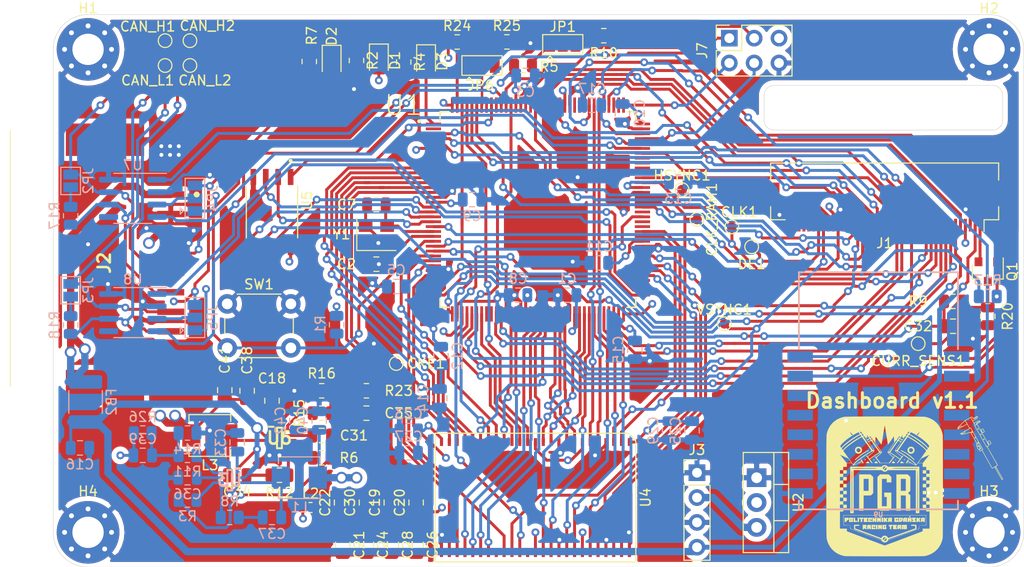
<source format=kicad_pcb>
(kicad_pcb (version 20171130) (host pcbnew "(5.1.8)-1")
  (layers (0 F.Cu signal) (1 In1.Cu power) (2 In2.Cu power) (31 B.Cu signal) (34 B.Paste user) (35 F.Paste user) (36 B.SilkS user) (37 F.SilkS user) (38 B.Mask user) (39 F.Mask user) (44 Edge.Cuts user))
  (net 0 "")
  (net 1 GND)
  (net 2 +3V3)
  (net 3 "Net-(C2-Pad1)")
  (net 4 +3.3VA)
  (net 5 "Net-(C7-Pad1)")
  (net 6 VCAP1)
  (net 7 +12L)
  (net 8 VCAP2)
  (net 9 "Net-(C18-Pad2)")
  (net 10 "Net-(C31-Pad2)")
  (net 11 LED_CURRENT_SENSE)
  (net 12 "Net-(C33-Pad2)")
  (net 13 "Net-(C34-Pad2)")
  (net 14 "Net-(C34-Pad1)")
  (net 15 "Net-(C35-Pad1)")
  (net 16 +5V)
  (net 17 "Net-(D1-Pad1)")
  (net 18 "Net-(D2-Pad1)")
  (net 19 "Net-(D3-Pad1)")
  (net 20 SIGNAL_LED)
  (net 21 "Net-(D7-Pad2)")
  (net 22 +12V)
  (net 23 DISPLAY_LED-)
  (net 24 /LTDC_R0)
  (net 25 /LTDC_R1)
  (net 26 /LTDC_R2)
  (net 27 /LTDC_R3)
  (net 28 /LTDC_R4)
  (net 29 /LTDC_R5)
  (net 30 /LTDC_R6)
  (net 31 /LTDC_R7)
  (net 32 /LTDC_G0)
  (net 33 /LTDC_G1)
  (net 34 /LTDC_G2)
  (net 35 /LTDC_G3)
  (net 36 /LTDC_G4)
  (net 37 /LTDC_G5)
  (net 38 /LTDC_G6)
  (net 39 /LTDC_G7)
  (net 40 /LTDC_B0)
  (net 41 /LTDC_B1)
  (net 42 /LTDC_B2)
  (net 43 /LTDC_B3)
  (net 44 /LTDC_B4)
  (net 45 /LTDC_B5)
  (net 46 /LTDC_B6)
  (net 47 /LTDC_B7)
  (net 48 /LTDC_CLK)
  (net 49 /LTDC_HSYNC)
  (net 50 /LTDC_VSYNC)
  (net 51 /LTDC_DE)
  (net 52 "Net-(J1-Pad35)")
  (net 53 "Net-(J1-Pad37)")
  (net 54 "Net-(J1-Pad38)")
  (net 55 "Net-(J1-Pad39)")
  (net 56 "Net-(J1-Pad40)")
  (net 57 CAN_L2)
  (net 58 CAN_H2)
  (net 59 CAN_L1)
  (net 60 CAN_H1)
  (net 61 LED_DATA)
  (net 62 RST)
  (net 63 SWDCLK)
  (net 64 SWIM)
  (net 65 SWDIO)
  (net 66 "Net-(JP1-Pad1)")
  (net 67 "Net-(JP1-Pad2)")
  (net 68 "Net-(JP1-Pad3)")
  (net 69 "Net-(JP2-Pad1)")
  (net 70 "Net-(JP3-Pad1)")
  (net 71 "Net-(JP4-Pad2)")
  (net 72 "Net-(JP5-Pad2)")
  (net 73 USB_OTG_DP)
  (net 74 USB_OTG_DM)
  (net 75 "Net-(Q1-Pad1)")
  (net 76 "Net-(R3-Pad2)")
  (net 77 "Net-(R6-Pad2)")
  (net 78 "Net-(R8-Pad2)")
  (net 79 "Net-(R12-Pad2)")
  (net 80 LED_PWM)
  (net 81 "Net-(R15-Pad2)")
  (net 82 /FMC_SDNWE)
  (net 83 /SD_CARD_DETECT)
  (net 84 "Net-(U1-Pad45)")
  (net 85 /QUADSPI_CLK)
  (net 86 /FMC_SDNRAS)
  (net 87 /FMC_A6)
  (net 88 /FMC_A7)
  (net 89 /FMC_A8)
  (net 90 /FMC_A9)
  (net 91 /FMC_A10)
  (net 92 "Net-(U1-Pad57)")
  (net 93 /FMC_D4)
  (net 94 /FMC_D5)
  (net 95 /FMC_D6)
  (net 96 /FMC_D7)
  (net 97 /FMC_D8)
  (net 98 /FMC_D9)
  (net 99 /FMC_D10)
  (net 100 /FMC_D11)
  (net 101 /FMC_D12)
  (net 102 "Net-(U1-Pad110)")
  (net 103 ESP_RESET)
  (net 104 ESP_EN)
  (net 105 ESP_UART_RX)
  (net 106 /FMC_D2)
  (net 107 /FMC_D3)
  (net 108 ESP_UART_TX)
  (net 109 "Net-(U1-Pad118)")
  (net 110 "Net-(U1-Pad119)")
  (net 111 "Net-(U1-Pad123)")
  (net 112 "Net-(U1-Pad124)")
  (net 113 "Net-(U1-Pad129)")
  (net 114 /FMC_SDCAS)
  (net 115 "Net-(U1-Pad135)")
  (net 116 /QUADSPI_NCS)
  (net 117 "Net-(U1-Pad137)")
  (net 118 /FMC_NBL0)
  (net 119 /FMC_NBL1)
  (net 120 "Net-(U1-Pad2)")
  (net 121 "Net-(U1-Pad7)")
  (net 122 "Net-(U1-Pad8)")
  (net 123 "Net-(U1-Pad9)")
  (net 124 /FMC_A0)
  (net 125 /FMC_A1)
  (net 126 /FMC_A2)
  (net 127 /FMC_A3)
  (net 128 /FMC_A4)
  (net 129 /FMC_A5)
  (net 130 /QUADSPI_IO3)
  (net 131 /QUADSPI_IO2)
  (net 132 /QUADSPI_IO0)
  (net 133 /QUADSPI_IO1)
  (net 134 /FMC_SDNE0)
  (net 135 /FMC_SDCKE0)
  (net 136 "Net-(U1-Pad34)")
  (net 137 CAN_2_2)
  (net 138 CAN_2_1)
  (net 139 /FMC_D13)
  (net 140 /FMC_D14)
  (net 141 /FMC_D15)
  (net 142 "Net-(U1-Pad80)")
  (net 143 "Net-(U1-Pad82)")
  (net 144 /FMC_D0)
  (net 145 /FMC_D1)
  (net 146 "Net-(U1-Pad87)")
  (net 147 "Net-(U1-Pad88)")
  (net 148 /FMC_BA0)
  (net 149 "Net-(U1-Pad90)")
  (net 150 /FMC_SDCLK)
  (net 151 "Net-(U1-Pad98)")
  (net 152 /I2C3_SDA)
  (net 153 /I2C3_SCL)
  (net 154 "Net-(U1-Pad101)")
  (net 155 CAN_1_2)
  (net 156 CAN_1_1)
  (net 157 "Net-(U4-Pad37)")
  (net 158 "Net-(U4-Pad33)")
  (net 159 "Net-(U7-Pad5)")
  (net 160 "Net-(U8-Pad5)")
  (net 161 "Net-(U9-Pad2)")
  (net 162 "Net-(U9-Pad4)")
  (net 163 "Net-(U9-Pad5)")
  (net 164 "Net-(U9-Pad6)")
  (net 165 "Net-(U9-Pad7)")
  (net 166 "Net-(U9-Pad10)")
  (net 167 "Net-(U9-Pad11)")
  (net 168 "Net-(U9-Pad12)")
  (net 169 "Net-(U9-Pad13)")
  (net 170 "Net-(U9-Pad14)")
  (net 171 "Net-(JP6-Pad1)")
  (net 172 "Net-(JP6-Pad2)")
  (net 173 "Net-(JP6-Pad3)")
  (net 174 "Net-(C36-Pad2)")
  (net 175 "Net-(C37-Pad2)")
  (net 176 "Net-(C37-Pad1)")
  (net 177 "Net-(C39-Pad1)")
  (net 178 "Net-(R11-Pad2)")
  (net 179 "Net-(U9-Pad1)")
  (net 180 "Net-(CURR_SENS1-Pad1)")
  (module TestPoint:TestPoint_Pad_D1.0mm (layer F.Cu) (at 153.924 105.664)
    (fp_text reference VSYNC1 (at 0 -1.448) (layer F.SilkS))
    (fp_text value TestPoint)
    (pad 1 smd circle (at 0 0) (size 1 1) (layers F.Cu F.Mask) (net 50 /LTDC_VSYNC))
  )
  (module TestPoint:TestPoint_Pad_D1.0mm (layer F.Cu) (at 149.606 91.948)
    (fp_text reference HSYNC1 (at 0 -1.448) (layer F.SilkS))
    (fp_text value TestPoint)
    (pad 1 smd circle (at 0 0) (size 1 1) (layers F.Cu F.Mask) (net 49 /LTDC_HSYNC))
  )
  (module TestPoint:TestPoint_Pad_D1.0mm (layer F.Cu) (at 156.718 97.79)
    (fp_text reference DE1 (at 0 1.778) (layer F.SilkS))
    (fp_text value TestPoint)
    (pad 1 smd circle (at 0 0) (size 1 1) (layers F.Cu F.Mask) (net 51 /LTDC_DE))
  )
  (module TestPoint:TestPoint_Pad_D1.0mm (layer F.Cu) (at 173.736 107.696)
    (fp_text reference CURR_SENS1 (at 0 1.778) (layer F.SilkS))
    (fp_text value TestPoint)
    (pad 1 smd circle (at 0 0) (size 1 1) (layers F.Cu F.Mask) (net 180 "Net-(CURR_SENS1-Pad1)"))
  )
  (module TestPoint:TestPoint_Pad_D1.0mm (layer F.Cu) (at 151.13 94.996)
    (fp_text reference CLK_RAM1 (at 1.524 0 90) (layer F.SilkS))
    (fp_text value TestPoint)
    (pad 1 smd circle (at 0 0) (size 1 1) (layers F.Cu F.Mask) (net 150 /FMC_SDCLK))
  )
  (module TestPoint:TestPoint_Pad_D1.0mm (layer F.Cu) (at 154.686 95.758)
    (fp_text reference CLK1 (at 0.762 -1.524) (layer F.SilkS))
    (fp_text value TestPoint)
    (pad 1 smd circle (at 0 0) (size 1 1) (layers F.Cu F.Mask) (net 48 /LTDC_CLK))
  )
  (module TestPoint:TestPoint_Pad_D1.0mm (layer F.Cu) (at 120.396 109.728)
    (fp_text reference CKE1 (at 3.048 0) (layer F.SilkS))
    (fp_text value TestPoint)
    (pad 1 smd circle (at 0 0) (size 1 1) (layers F.Cu F.Mask) (net 135 /FMC_SDCKE0))
  )
  (module TestPoint:TestPoint_Pad_D1.0mm (layer F.Cu) (at 99.314 79.248)
    (fp_text reference CAN_L2 (at 1.524 1.524) (layer F.SilkS))
    (fp_text value TestPoint)
    (pad 1 smd circle (at 0 0) (size 1 1) (layers F.Cu F.Mask) (net 57 CAN_L2))
  )
  (module TestPoint:TestPoint_Pad_D1.0mm (layer F.Cu) (at 96.774 79.248)
    (fp_text reference CAN_L1 (at -1.778 1.524) (layer F.SilkS))
    (fp_text value TestPoint)
    (pad 1 smd circle (at 0 0) (size 1 1) (layers F.Cu F.Mask) (net 59 CAN_L1))
  )
  (module TestPoint:TestPoint_Pad_D1.0mm (layer F.Cu) (at 99.314 76.708)
    (fp_text reference CAN_H2 (at 1.778 -1.524) (layer F.SilkS))
    (fp_text value TestPoint)
    (pad 1 smd circle (at 0 0) (size 1 1) (layers F.Cu F.Mask) (net 58 CAN_H2))
  )
  (module TestPoint:TestPoint_Pad_D1.0mm (layer F.Cu) (at 96.774 76.708)
    (fp_text reference CAN_H1 (at -1.778 -1.448) (layer F.SilkS))
    (fp_text value TestPoint)
    (pad 1 smd circle (at 0 0) (size 1 1) (layers F.Cu F.Mask) (net 60 CAN_H1))
  )
  (module PGR_logo:logo_16x16mm (layer F.Cu) (at 170.307 122.301)
    (fp_text reference G*** hide)
    (fp_text value LOGO hide)
  )
  (module PGR_logo:calliper (layer F.Cu) (at 180.086 118.364)
    (fp_text reference G*** hide)
    (fp_text value LOGO hide)
  )
  (module AS4C1M16S-6TCN:TSOP-II-50 (layer F.Cu) (at 134.62 123.444 180)
    (fp_text reference U4 (at -11.26 0 90) (layer F.SilkS))
    (fp_text value AS4C1M16S-6TCN)
    (pad 50 smd rect (at -9.6 -5.68 180) (size 0.32 0.8) (layers F.Cu F.Paste F.Mask) (net 1 GND))
    (pad 1 smd rect (at -9.6 5.68 180) (size 0.32 0.8) (layers F.Cu F.Paste F.Mask) (net 2 +3V3))
    (pad 49 smd rect (at -8.8 -5.68 180) (size 0.32 0.8) (layers F.Cu F.Paste F.Mask) (net 141 /FMC_D15))
    (pad 2 smd rect (at -8.8 5.68 180) (size 0.32 0.8) (layers F.Cu F.Paste F.Mask) (net 144 /FMC_D0))
    (pad 48 smd rect (at -8 -5.68 180) (size 0.32 0.8) (layers F.Cu F.Paste F.Mask) (net 140 /FMC_D14))
    (pad 3 smd rect (at -8 5.68 180) (size 0.32 0.8) (layers F.Cu F.Paste F.Mask) (net 145 /FMC_D1))
    (pad 47 smd rect (at -7.2 -5.68 180) (size 0.32 0.8) (layers F.Cu F.Paste F.Mask) (net 1 GND))
    (pad 4 smd rect (at -7.2 5.68 180) (size 0.32 0.8) (layers F.Cu F.Paste F.Mask) (net 1 GND))
    (pad 46 smd rect (at -6.4 -5.68 180) (size 0.32 0.8) (layers F.Cu F.Paste F.Mask) (net 139 /FMC_D13))
    (pad 5 smd rect (at -6.4 5.68 180) (size 0.32 0.8) (layers F.Cu F.Paste F.Mask) (net 106 /FMC_D2))
    (pad 45 smd rect (at -5.6 -5.68 180) (size 0.32 0.8) (layers F.Cu F.Paste F.Mask) (net 101 /FMC_D12))
    (pad 6 smd rect (at -5.6 5.68 180) (size 0.32 0.8) (layers F.Cu F.Paste F.Mask) (net 107 /FMC_D3))
    (pad 44 smd rect (at -4.8 -5.68 180) (size 0.32 0.8) (layers F.Cu F.Paste F.Mask) (net 4 +3.3VA))
    (pad 7 smd rect (at -4.8 5.68 180) (size 0.32 0.8) (layers F.Cu F.Paste F.Mask) (net 4 +3.3VA))
    (pad 43 smd rect (at -4 -5.68 180) (size 0.32 0.8) (layers F.Cu F.Paste F.Mask) (net 100 /FMC_D11))
    (pad 8 smd rect (at -4 5.68 180) (size 0.32 0.8) (layers F.Cu F.Paste F.Mask) (net 93 /FMC_D4))
    (pad 42 smd rect (at -3.2 -5.68 180) (size 0.32 0.8) (layers F.Cu F.Paste F.Mask) (net 99 /FMC_D10))
    (pad 9 smd rect (at -3.2 5.68 180) (size 0.32 0.8) (layers F.Cu F.Paste F.Mask) (net 94 /FMC_D5))
    (pad 41 smd rect (at -2.4 -5.68 180) (size 0.32 0.8) (layers F.Cu F.Paste F.Mask) (net 1 GND))
    (pad 10 smd rect (at -2.4 5.68 180) (size 0.32 0.8) (layers F.Cu F.Paste F.Mask) (net 1 GND))
    (pad 40 smd rect (at -1.6 -5.68 180) (size 0.32 0.8) (layers F.Cu F.Paste F.Mask) (net 98 /FMC_D9))
    (pad 11 smd rect (at -1.6 5.68 180) (size 0.32 0.8) (layers F.Cu F.Paste F.Mask) (net 95 /FMC_D6))
    (pad 39 smd rect (at -0.8 -5.68 180) (size 0.32 0.8) (layers F.Cu F.Paste F.Mask) (net 97 /FMC_D8))
    (pad 12 smd rect (at -0.8 5.68 180) (size 0.32 0.8) (layers F.Cu F.Paste F.Mask) (net 96 /FMC_D7))
    (pad 38 smd rect (at 0 -5.68 180) (size 0.32 0.8) (layers F.Cu F.Paste F.Mask) (net 4 +3.3VA))
    (pad 13 smd rect (at 0 5.68 180) (size 0.32 0.8) (layers F.Cu F.Paste F.Mask) (net 4 +3.3VA))
    (pad 37 smd rect (at 0.8 -5.68 180) (size 0.32 0.8) (layers F.Cu F.Paste F.Mask) (net 157 "Net-(U4-Pad37)"))
    (pad 14 smd rect (at 0.8 5.68 180) (size 0.32 0.8) (layers F.Cu F.Paste F.Mask) (net 118 /FMC_NBL0))
    (pad 36 smd rect (at 1.6 -5.68 180) (size 0.32 0.8) (layers F.Cu F.Paste F.Mask) (net 119 /FMC_NBL1))
    (pad 15 smd rect (at 1.6 5.68 180) (size 0.32 0.8) (layers F.Cu F.Paste F.Mask) (net 82 /FMC_SDNWE))
    (pad 35 smd rect (at 2.4 -5.68 180) (size 0.32 0.8) (layers F.Cu F.Paste F.Mask) (net 150 /FMC_SDCLK))
    (pad 16 smd rect (at 2.4 5.68 180) (size 0.32 0.8) (layers F.Cu F.Paste F.Mask) (net 114 /FMC_SDCAS))
    (pad 34 smd rect (at 3.2 -5.68 180) (size 0.32 0.8) (layers F.Cu F.Paste F.Mask) (net 135 /FMC_SDCKE0))
    (pad 17 smd rect (at 3.2 5.68 180) (size 0.32 0.8) (layers F.Cu F.Paste F.Mask) (net 86 /FMC_SDNRAS))
    (pad 33 smd rect (at 4 -5.68 180) (size 0.32 0.8) (layers F.Cu F.Paste F.Mask) (net 158 "Net-(U4-Pad33)"))
    (pad 18 smd rect (at 4 5.68 180) (size 0.32 0.8) (layers F.Cu F.Paste F.Mask) (net 134 /FMC_SDNE0))
    (pad 32 smd rect (at 4.8 -5.68 180) (size 0.32 0.8) (layers F.Cu F.Paste F.Mask) (net 90 /FMC_A9))
    (pad 19 smd rect (at 4.8 5.68 180) (size 0.32 0.8) (layers F.Cu F.Paste F.Mask) (net 148 /FMC_BA0))
    (pad 31 smd rect (at 5.6 -5.68 180) (size 0.32 0.8) (layers F.Cu F.Paste F.Mask) (net 89 /FMC_A8))
    (pad 20 smd rect (at 5.6 5.68 180) (size 0.32 0.8) (layers F.Cu F.Paste F.Mask) (net 91 /FMC_A10))
    (pad 30 smd rect (at 6.4 -5.68 180) (size 0.32 0.8) (layers F.Cu F.Paste F.Mask) (net 88 /FMC_A7))
    (pad 21 smd rect (at 6.4 5.68 180) (size 0.32 0.8) (layers F.Cu F.Paste F.Mask) (net 124 /FMC_A0))
    (pad 29 smd rect (at 7.2 -5.68 180) (size 0.32 0.8) (layers F.Cu F.Paste F.Mask) (net 87 /FMC_A6))
    (pad 22 smd rect (at 7.2 5.68 180) (size 0.32 0.8) (layers F.Cu F.Paste F.Mask) (net 125 /FMC_A1))
    (pad 28 smd rect (at 8 -5.68 180) (size 0.32 0.8) (layers F.Cu F.Paste F.Mask) (net 129 /FMC_A5))
    (pad 23 smd rect (at 8 5.68 180) (size 0.32 0.8) (layers F.Cu F.Paste F.Mask) (net 126 /FMC_A2))
    (pad 27 smd rect (at 8.8 -5.68 180) (size 0.32 0.8) (layers F.Cu F.Paste F.Mask) (net 128 /FMC_A4))
    (pad 24 smd rect (at 8.8 5.68 180) (size 0.32 0.8) (layers F.Cu F.Paste F.Mask) (net 127 /FMC_A3))
    (pad 26 smd rect (at 9.6 -5.68 180) (size 0.32 0.8) (layers F.Cu F.Paste F.Mask) (net 1 GND))
    (pad 25 smd rect (at 9.6 5.68 180) (size 0.32 0.8) (layers F.Cu F.Paste F.Mask) (net 2 +3V3))
  )
  (module Capacitor_SMD:C_0805_2012Metric (layer F.Cu) (at 105.156 112.522 270)
    (fp_text reference C38 (at -3.114 0 90) (layer F.SilkS))
    (fp_text value 22uF)
    (pad 2 smd roundrect (at 0.95 0 270) (size 1 1.45) (layers F.Cu F.Paste F.Mask) (net 16 +5V))
    (pad 1 smd roundrect (at -0.95 0 270) (size 1 1.45) (layers F.Cu F.Paste F.Mask) (net 1 GND))
  )
  (module DashboardConnector:349126080 (layer F.Cu) (at 90.551 99.441 270)
    (fp_text reference J2 (at 0 0 90) (layer F.SilkS) (effects (font (size 1.27 1.27) (thickness 0.254))))
    (fp_text value 34912-6080 hide)
    (pad MP2 smd rect (at 12.6 -0.08 270) (size 3.32 8) (layers F.Cu F.Paste F.Mask) (net 1 GND))
    (pad MP1 smd rect (at -12.6 -0.08 270) (size 3.32 8) (layers F.Cu F.Paste F.Mask) (net 1 GND))
    (pad 8 smd rect (at 7 -6.8 270) (size 0.66 2.75) (layers F.Cu F.Paste F.Mask) (net 57 CAN_L2))
    (pad 7 smd rect (at 5 -6.8 270) (size 0.66 2.75) (layers F.Cu F.Paste F.Mask) (net 58 CAN_H2))
    (pad 6 smd rect (at 3 -6.8 270) (size 0.66 2.75) (layers F.Cu F.Paste F.Mask) (net 59 CAN_L1))
    (pad 5 smd rect (at 1 -6.8 270) (size 0.66 2.75) (layers F.Cu F.Paste F.Mask) (net 60 CAN_H1))
    (pad 4 smd rect (at -1 -6.8 270) (size 0.66 2.75) (layers F.Cu F.Paste F.Mask) (net 61 LED_DATA))
    (pad 3 smd rect (at -3 -6.8 270) (size 0.66 2.75) (layers F.Cu F.Paste F.Mask) (net 16 +5V))
    (pad 2 smd rect (at -5 -6.8 270) (size 0.66 2.75) (layers F.Cu F.Paste F.Mask) (net 1 GND))
    (pad 1 smd rect (at -7 -6.8 270) (size 0.66 2.75) (layers F.Cu F.Paste F.Mask) (net 22 +12V))
  )
  (module MountingHole:MountingHole_3.2mm_M3_Pad_Via (layer F.Cu) (at 88.9 127)
    (fp_text reference H4 (at 0 -4.2) (layer F.SilkS))
    (fp_text value MountingHole_Pad)
    (pad 1 thru_hole circle (at 1.697056 -1.697056) (size 0.8 0.8) (drill 0.5) (layers *.Cu *.Mask) (net 1 GND))
    (pad 1 thru_hole circle (at 0 -2.4) (size 0.8 0.8) (drill 0.5) (layers *.Cu *.Mask) (net 1 GND))
    (pad 1 thru_hole circle (at -1.697056 -1.697056) (size 0.8 0.8) (drill 0.5) (layers *.Cu *.Mask) (net 1 GND))
    (pad 1 thru_hole circle (at -2.4 0) (size 0.8 0.8) (drill 0.5) (layers *.Cu *.Mask) (net 1 GND))
    (pad 1 thru_hole circle (at -1.697056 1.697056) (size 0.8 0.8) (drill 0.5) (layers *.Cu *.Mask) (net 1 GND))
    (pad 1 thru_hole circle (at 0 2.4) (size 0.8 0.8) (drill 0.5) (layers *.Cu *.Mask) (net 1 GND))
    (pad 1 thru_hole circle (at 1.697056 1.697056) (size 0.8 0.8) (drill 0.5) (layers *.Cu *.Mask) (net 1 GND))
    (pad 1 thru_hole circle (at 2.4 0) (size 0.8 0.8) (drill 0.5) (layers *.Cu *.Mask) (net 1 GND))
    (pad 1 thru_hole circle (at 0 0) (size 6.4 6.4) (drill 3.2) (layers *.Cu *.Mask) (net 1 GND))
  )
  (module MountingHole:MountingHole_3.2mm_M3_Pad_Via (layer F.Cu) (at 180.975 127)
    (fp_text reference H3 (at 0 -4.2) (layer F.SilkS))
    (fp_text value MountingHole_Pad)
    (pad 1 thru_hole circle (at 1.697056 -1.697056) (size 0.8 0.8) (drill 0.5) (layers *.Cu *.Mask) (net 1 GND))
    (pad 1 thru_hole circle (at 0 -2.4) (size 0.8 0.8) (drill 0.5) (layers *.Cu *.Mask) (net 1 GND))
    (pad 1 thru_hole circle (at -1.697056 -1.697056) (size 0.8 0.8) (drill 0.5) (layers *.Cu *.Mask) (net 1 GND))
    (pad 1 thru_hole circle (at -2.4 0) (size 0.8 0.8) (drill 0.5) (layers *.Cu *.Mask) (net 1 GND))
    (pad 1 thru_hole circle (at -1.697056 1.697056) (size 0.8 0.8) (drill 0.5) (layers *.Cu *.Mask) (net 1 GND))
    (pad 1 thru_hole circle (at 0 2.4) (size 0.8 0.8) (drill 0.5) (layers *.Cu *.Mask) (net 1 GND))
    (pad 1 thru_hole circle (at 1.697056 1.697056) (size 0.8 0.8) (drill 0.5) (layers *.Cu *.Mask) (net 1 GND))
    (pad 1 thru_hole circle (at 2.4 0) (size 0.8 0.8) (drill 0.5) (layers *.Cu *.Mask) (net 1 GND))
    (pad 1 thru_hole circle (at 0 0) (size 6.4 6.4) (drill 3.2) (layers *.Cu *.Mask) (net 1 GND))
  )
  (module MountingHole:MountingHole_3.2mm_M3_Pad_Via (layer F.Cu) (at 180.975 77.597)
    (fp_text reference H2 (at 0 -4.2) (layer F.SilkS))
    (fp_text value MountingHole_Pad)
    (pad 1 thru_hole circle (at 1.697056 -1.697056) (size 0.8 0.8) (drill 0.5) (layers *.Cu *.Mask) (net 1 GND))
    (pad 1 thru_hole circle (at 0 -2.4) (size 0.8 0.8) (drill 0.5) (layers *.Cu *.Mask) (net 1 GND))
    (pad 1 thru_hole circle (at -1.697056 -1.697056) (size 0.8 0.8) (drill 0.5) (layers *.Cu *.Mask) (net 1 GND))
    (pad 1 thru_hole circle (at -2.4 0) (size 0.8 0.8) (drill 0.5) (layers *.Cu *.Mask) (net 1 GND))
    (pad 1 thru_hole circle (at -1.697056 1.697056) (size 0.8 0.8) (drill 0.5) (layers *.Cu *.Mask) (net 1 GND))
    (pad 1 thru_hole circle (at 0 2.4) (size 0.8 0.8) (drill 0.5) (layers *.Cu *.Mask) (net 1 GND))
    (pad 1 thru_hole circle (at 1.697056 1.697056) (size 0.8 0.8) (drill 0.5) (layers *.Cu *.Mask) (net 1 GND))
    (pad 1 thru_hole circle (at 2.4 0) (size 0.8 0.8) (drill 0.5) (layers *.Cu *.Mask) (net 1 GND))
    (pad 1 thru_hole circle (at 0 0) (size 6.4 6.4) (drill 3.2) (layers *.Cu *.Mask) (net 1 GND))
  )
  (module MountingHole:MountingHole_3.2mm_M3_Pad_Via (layer F.Cu) (at 88.9 77.597)
    (fp_text reference H1 (at 0 -4.2) (layer F.SilkS))
    (fp_text value MountingHole_Pad)
    (pad 1 thru_hole circle (at 1.697056 -1.697056) (size 0.8 0.8) (drill 0.5) (layers *.Cu *.Mask) (net 1 GND))
    (pad 1 thru_hole circle (at 0 -2.4) (size 0.8 0.8) (drill 0.5) (layers *.Cu *.Mask) (net 1 GND))
    (pad 1 thru_hole circle (at -1.697056 -1.697056) (size 0.8 0.8) (drill 0.5) (layers *.Cu *.Mask) (net 1 GND))
    (pad 1 thru_hole circle (at -2.4 0) (size 0.8 0.8) (drill 0.5) (layers *.Cu *.Mask) (net 1 GND))
    (pad 1 thru_hole circle (at -1.697056 1.697056) (size 0.8 0.8) (drill 0.5) (layers *.Cu *.Mask) (net 1 GND))
    (pad 1 thru_hole circle (at 0 2.4) (size 0.8 0.8) (drill 0.5) (layers *.Cu *.Mask) (net 1 GND))
    (pad 1 thru_hole circle (at 1.697056 1.697056) (size 0.8 0.8) (drill 0.5) (layers *.Cu *.Mask) (net 1 GND))
    (pad 1 thru_hole circle (at 2.4 0) (size 0.8 0.8) (drill 0.5) (layers *.Cu *.Mask) (net 1 GND))
    (pad 1 thru_hole circle (at 0 0) (size 6.4 6.4) (drill 3.2) (layers *.Cu *.Mask) (net 1 GND))
  )
  (module ESP-12S:ESP-12S (layer B.Cu) (at 169.672 112.522 180)
    (fp_text reference U9 (at 0 -12.6588 180) (layer B.SilkS) (effects (font (size 0.48 0.48)) (justify mirror)))
    (fp_text value ESP-12S)
    (pad 1 smd rect (at -8 3.5 180) (size 2.6 1.1) (layers B.Cu B.Paste B.Mask) (net 179 "Net-(U9-Pad1)"))
    (pad 2 smd rect (at -8 1.5 180) (size 2.6 1.1) (layers B.Cu B.Paste B.Mask) (net 161 "Net-(U9-Pad2)"))
    (pad 3 smd rect (at -8 -0.5 180) (size 2.6 1.1) (layers B.Cu B.Paste B.Mask) (net 104 ESP_EN))
    (pad 4 smd rect (at -8 -2.5 180) (size 2.6 1.1) (layers B.Cu B.Paste B.Mask) (net 162 "Net-(U9-Pad4)"))
    (pad 5 smd rect (at -8 -4.5 180) (size 2.6 1.1) (layers B.Cu B.Paste B.Mask) (net 163 "Net-(U9-Pad5)"))
    (pad 6 smd rect (at -8 -6.5 180) (size 2.6 1.1) (layers B.Cu B.Paste B.Mask) (net 164 "Net-(U9-Pad6)"))
    (pad 7 smd rect (at -8 -8.5 180) (size 2.6 1.1) (layers B.Cu B.Paste B.Mask) (net 165 "Net-(U9-Pad7)"))
    (pad 8 smd rect (at -8 -10.5 180) (size 2.6 1.1) (layers B.Cu B.Paste B.Mask) (net 2 +3V3))
    (pad 9 smd rect (at 8 -10.5 180) (size 2.6 1.1) (layers B.Cu B.Paste B.Mask) (net 1 GND))
    (pad 10 smd rect (at 8 -8.5 180) (size 2.6 1.1) (layers B.Cu B.Paste B.Mask) (net 166 "Net-(U9-Pad10)"))
    (pad 11 smd rect (at 8 -6.5 180) (size 2.6 1.1) (layers B.Cu B.Paste B.Mask) (net 167 "Net-(U9-Pad11)"))
    (pad 12 smd rect (at 8 -4.5 180) (size 2.6 1.1) (layers B.Cu B.Paste B.Mask) (net 168 "Net-(U9-Pad12)"))
    (pad 13 smd rect (at 8 -2.5 180) (size 2.6 1.1) (layers B.Cu B.Paste B.Mask) (net 169 "Net-(U9-Pad13)"))
    (pad 14 smd rect (at 8 -0.5 180) (size 2.6 1.1) (layers B.Cu B.Paste B.Mask) (net 170 "Net-(U9-Pad14)"))
    (pad 15 smd rect (at 8 1.5 180) (size 2.6 1.1) (layers B.Cu B.Paste B.Mask) (net 105 ESP_UART_RX))
    (pad 16 smd rect (at 8 3.5 180) (size 2.6 1.1) (layers B.Cu B.Paste B.Mask) (net 108 ESP_UART_TX))
    (pad P$1 smd rect (at 0 -1.2 180) (size 3.2 3.2) (layers B.Cu B.Mask) (net 1 GND))
  )
  (module STM32F767ZIT6:QFP50P2200X2200X160-144N (layer F.Cu) (at 134.874 93.98)
    (fp_text reference U1 (at -13.716 -10.668) (layer F.SilkS) (effects (font (size 2.001717 2.001717))))
    (fp_text value STM32F767ZIT6)
    (pad 37 smd roundrect (at -8.75 10.68) (size 0.28 1.56) (layers F.Cu F.Paste F.Mask) (roundrect_rratio 0.04) (net 45 /LTDC_B5))
    (pad 38 smd roundrect (at -8.25 10.68) (size 0.28 1.56) (layers F.Cu F.Paste F.Mask) (roundrect_rratio 0.04) (net 1 GND))
    (pad 39 smd roundrect (at -7.75 10.68) (size 0.28 1.56) (layers F.Cu F.Paste F.Mask) (roundrect_rratio 0.04) (net 2 +3V3))
    (pad 40 smd roundrect (at -7.25 10.68) (size 0.28 1.56) (layers F.Cu F.Paste F.Mask) (roundrect_rratio 0.04) (net 50 /LTDC_VSYNC))
    (pad 41 smd roundrect (at -6.75 10.68) (size 0.28 1.56) (layers F.Cu F.Paste F.Mask) (roundrect_rratio 0.04) (net 28 /LTDC_R4))
    (pad 42 smd roundrect (at -6.25 10.68) (size 0.28 1.56) (layers F.Cu F.Paste F.Mask) (roundrect_rratio 0.04) (net 34 /LTDC_G2))
    (pad 43 smd roundrect (at -5.75 10.68) (size 0.28 1.56) (layers F.Cu F.Paste F.Mask) (roundrect_rratio 0.04) (net 82 /FMC_SDNWE))
    (pad 44 smd roundrect (at -5.25 10.68) (size 0.28 1.56) (layers F.Cu F.Paste F.Mask) (roundrect_rratio 0.04) (net 83 /SD_CARD_DETECT))
    (pad 45 smd roundrect (at -4.75 10.68) (size 0.28 1.56) (layers F.Cu F.Paste F.Mask) (roundrect_rratio 0.04) (net 84 "Net-(U1-Pad45)"))
    (pad 46 smd roundrect (at -4.25 10.68) (size 0.28 1.56) (layers F.Cu F.Paste F.Mask) (roundrect_rratio 0.04) (net 27 /LTDC_R3))
    (pad 47 smd roundrect (at -3.75 10.68) (size 0.28 1.56) (layers F.Cu F.Paste F.Mask) (roundrect_rratio 0.04) (net 30 /LTDC_R6))
    (pad 48 smd roundrect (at -3.25 10.68) (size 0.28 1.56) (layers F.Cu F.Paste F.Mask) (roundrect_rratio 0.04) (net 85 /QUADSPI_CLK))
    (pad 49 smd roundrect (at -2.75 10.68) (size 0.28 1.56) (layers F.Cu F.Paste F.Mask) (roundrect_rratio 0.04) (net 86 /FMC_SDNRAS))
    (pad 50 smd roundrect (at -2.25 10.68) (size 0.28 1.56) (layers F.Cu F.Paste F.Mask) (roundrect_rratio 0.04) (net 87 /FMC_A6))
    (pad 51 smd roundrect (at -1.75 10.68) (size 0.28 1.56) (layers F.Cu F.Paste F.Mask) (roundrect_rratio 0.04) (net 1 GND))
    (pad 52 smd roundrect (at -1.25 10.68) (size 0.28 1.56) (layers F.Cu F.Paste F.Mask) (roundrect_rratio 0.04) (net 2 +3V3))
    (pad 53 smd roundrect (at -0.75 10.68) (size 0.28 1.56) (layers F.Cu F.Paste F.Mask) (roundrect_rratio 0.04) (net 88 /FMC_A7))
    (pad 54 smd roundrect (at -0.25 10.68) (size 0.28 1.56) (layers F.Cu F.Paste F.Mask) (roundrect_rratio 0.04) (net 89 /FMC_A8))
    (pad 55 smd roundrect (at 0.25 10.68) (size 0.28 1.56) (layers F.Cu F.Paste F.Mask) (roundrect_rratio 0.04) (net 90 /FMC_A9))
    (pad 56 smd roundrect (at 0.75 10.68) (size 0.28 1.56) (layers F.Cu F.Paste F.Mask) (roundrect_rratio 0.04) (net 91 /FMC_A10))
    (pad 57 smd roundrect (at 1.25 10.68) (size 0.28 1.56) (layers F.Cu F.Paste F.Mask) (roundrect_rratio 0.04) (net 92 "Net-(U1-Pad57)"))
    (pad 58 smd roundrect (at 1.75 10.68) (size 0.28 1.56) (layers F.Cu F.Paste F.Mask) (roundrect_rratio 0.04) (net 93 /FMC_D4))
    (pad 59 smd roundrect (at 2.25 10.68) (size 0.28 1.56) (layers F.Cu F.Paste F.Mask) (roundrect_rratio 0.04) (net 94 /FMC_D5))
    (pad 60 smd roundrect (at 2.75 10.68) (size 0.28 1.56) (layers F.Cu F.Paste F.Mask) (roundrect_rratio 0.04) (net 95 /FMC_D6))
    (pad 61 smd roundrect (at 3.25 10.68) (size 0.28 1.56) (layers F.Cu F.Paste F.Mask) (roundrect_rratio 0.04) (net 1 GND))
    (pad 62 smd roundrect (at 3.75 10.68) (size 0.28 1.56) (layers F.Cu F.Paste F.Mask) (roundrect_rratio 0.04) (net 2 +3V3))
    (pad 63 smd roundrect (at 4.25 10.68) (size 0.28 1.56) (layers F.Cu F.Paste F.Mask) (roundrect_rratio 0.04) (net 96 /FMC_D7))
    (pad 64 smd roundrect (at 4.75 10.68) (size 0.28 1.56) (layers F.Cu F.Paste F.Mask) (roundrect_rratio 0.04) (net 97 /FMC_D8))
    (pad 65 smd roundrect (at 5.25 10.68) (size 0.28 1.56) (layers F.Cu F.Paste F.Mask) (roundrect_rratio 0.04) (net 98 /FMC_D9))
    (pad 66 smd roundrect (at 5.75 10.68) (size 0.28 1.56) (layers F.Cu F.Paste F.Mask) (roundrect_rratio 0.04) (net 99 /FMC_D10))
    (pad 67 smd roundrect (at 6.25 10.68) (size 0.28 1.56) (layers F.Cu F.Paste F.Mask) (roundrect_rratio 0.04) (net 100 /FMC_D11))
    (pad 68 smd roundrect (at 6.75 10.68) (size 0.28 1.56) (layers F.Cu F.Paste F.Mask) (roundrect_rratio 0.04) (net 101 /FMC_D12))
    (pad 69 smd roundrect (at 7.25 10.68) (size 0.28 1.56) (layers F.Cu F.Paste F.Mask) (roundrect_rratio 0.04) (net 36 /LTDC_G4))
    (pad 70 smd roundrect (at 7.75 10.68) (size 0.28 1.56) (layers F.Cu F.Paste F.Mask) (roundrect_rratio 0.04) (net 37 /LTDC_G5))
    (pad 71 smd roundrect (at 8.25 10.68) (size 0.28 1.56) (layers F.Cu F.Paste F.Mask) (roundrect_rratio 0.04) (net 6 VCAP1))
    (pad 72 smd roundrect (at 8.75 10.68) (size 0.28 1.56) (layers F.Cu F.Paste F.Mask) (roundrect_rratio 0.04) (net 2 +3V3))
    (pad 109 smd roundrect (at 8.75 -10.68) (size 0.28 1.56) (layers F.Cu F.Paste F.Mask) (roundrect_rratio 0.04) (net 63 SWDCLK))
    (pad 110 smd roundrect (at 8.25 -10.68) (size 0.28 1.56) (layers F.Cu F.Paste F.Mask) (roundrect_rratio 0.04) (net 102 "Net-(U1-Pad110)"))
    (pad 111 smd roundrect (at 7.75 -10.68) (size 0.28 1.56) (layers F.Cu F.Paste F.Mask) (roundrect_rratio 0.04) (net 103 ESP_RESET))
    (pad 112 smd roundrect (at 7.25 -10.68) (size 0.28 1.56) (layers F.Cu F.Paste F.Mask) (roundrect_rratio 0.04) (net 104 ESP_EN))
    (pad 113 smd roundrect (at 6.75 -10.68) (size 0.28 1.56) (layers F.Cu F.Paste F.Mask) (roundrect_rratio 0.04) (net 105 ESP_UART_RX))
    (pad 114 smd roundrect (at 6.25 -10.68) (size 0.28 1.56) (layers F.Cu F.Paste F.Mask) (roundrect_rratio 0.04) (net 106 /FMC_D2))
    (pad 115 smd roundrect (at 5.75 -10.68) (size 0.28 1.56) (layers F.Cu F.Paste F.Mask) (roundrect_rratio 0.04) (net 107 /FMC_D3))
    (pad 116 smd roundrect (at 5.25 -10.68) (size 0.28 1.56) (layers F.Cu F.Paste F.Mask) (roundrect_rratio 0.04) (net 108 ESP_UART_TX))
    (pad 117 smd roundrect (at 4.75 -10.68) (size 0.28 1.56) (layers F.Cu F.Paste F.Mask) (roundrect_rratio 0.04) (net 39 /LTDC_G7))
    (pad 118 smd roundrect (at 4.25 -10.68) (size 0.28 1.56) (layers F.Cu F.Paste F.Mask) (roundrect_rratio 0.04) (net 109 "Net-(U1-Pad118)"))
    (pad 119 smd roundrect (at 3.75 -10.68) (size 0.28 1.56) (layers F.Cu F.Paste F.Mask) (roundrect_rratio 0.04) (net 110 "Net-(U1-Pad119)"))
    (pad 120 smd roundrect (at 3.25 -10.68) (size 0.28 1.56) (layers F.Cu F.Paste F.Mask) (roundrect_rratio 0.04) (net 1 GND))
    (pad 121 smd roundrect (at 2.75 -10.68) (size 0.28 1.56) (layers F.Cu F.Paste F.Mask) (roundrect_rratio 0.04) (net 2 +3V3))
    (pad 122 smd roundrect (at 2.25 -10.68) (size 0.28 1.56) (layers F.Cu F.Paste F.Mask) (roundrect_rratio 0.04) (net 42 /LTDC_B2))
    (pad 123 smd roundrect (at 1.75 -10.68) (size 0.28 1.56) (layers F.Cu F.Paste F.Mask) (roundrect_rratio 0.04) (net 111 "Net-(U1-Pad123)"))
    (pad 124 smd roundrect (at 1.25 -10.68) (size 0.28 1.56) (layers F.Cu F.Paste F.Mask) (roundrect_rratio 0.04) (net 112 "Net-(U1-Pad124)"))
    (pad 125 smd roundrect (at 0.75 -10.68) (size 0.28 1.56) (layers F.Cu F.Paste F.Mask) (roundrect_rratio 0.04) (net 35 /LTDC_G3))
    (pad 126 smd roundrect (at 0.25 -10.68) (size 0.28 1.56) (layers F.Cu F.Paste F.Mask) (roundrect_rratio 0.04) (net 43 /LTDC_B3))
    (pad 127 smd roundrect (at -0.25 -10.68) (size 0.28 1.56) (layers F.Cu F.Paste F.Mask) (roundrect_rratio 0.04) (net 44 /LTDC_B4))
    (pad 128 smd roundrect (at -0.75 -10.68) (size 0.28 1.56) (layers F.Cu F.Paste F.Mask) (roundrect_rratio 0.04) (net 24 /LTDC_R0))
    (pad 129 smd roundrect (at -1.25 -10.68) (size 0.28 1.56) (layers F.Cu F.Paste F.Mask) (roundrect_rratio 0.04) (net 113 "Net-(U1-Pad129)"))
    (pad 130 smd roundrect (at -1.75 -10.68) (size 0.28 1.56) (layers F.Cu F.Paste F.Mask) (roundrect_rratio 0.04) (net 1 GND))
    (pad 131 smd roundrect (at -2.25 -10.68) (size 0.28 1.56) (layers F.Cu F.Paste F.Mask) (roundrect_rratio 0.04) (net 2 +3V3))
    (pad 132 smd roundrect (at -2.75 -10.68) (size 0.28 1.56) (layers F.Cu F.Paste F.Mask) (roundrect_rratio 0.04) (net 114 /FMC_SDCAS))
    (pad 133 smd roundrect (at -3.25 -10.68) (size 0.28 1.56) (layers F.Cu F.Paste F.Mask) (roundrect_rratio 0.04) (net 64 SWIM))
    (pad 134 smd roundrect (at -3.75 -10.68) (size 0.28 1.56) (layers F.Cu F.Paste F.Mask) (roundrect_rratio 0.04) (net 61 LED_DATA))
    (pad 135 smd roundrect (at -4.25 -10.68) (size 0.28 1.56) (layers F.Cu F.Paste F.Mask) (roundrect_rratio 0.04) (net 115 "Net-(U1-Pad135)"))
    (pad 136 smd roundrect (at -4.75 -10.68) (size 0.28 1.56) (layers F.Cu F.Paste F.Mask) (roundrect_rratio 0.04) (net 116 /QUADSPI_NCS))
    (pad 137 smd roundrect (at -5.25 -10.68) (size 0.28 1.56) (layers F.Cu F.Paste F.Mask) (roundrect_rratio 0.04) (net 117 "Net-(U1-Pad137)"))
    (pad 138 smd roundrect (at -5.75 -10.68) (size 0.28 1.56) (layers F.Cu F.Paste F.Mask) (roundrect_rratio 0.04) (net 172 "Net-(JP6-Pad2)"))
    (pad 139 smd roundrect (at -6.25 -10.68) (size 0.28 1.56) (layers F.Cu F.Paste F.Mask) (roundrect_rratio 0.04) (net 46 /LTDC_B6))
    (pad 140 smd roundrect (at -6.75 -10.68) (size 0.28 1.56) (layers F.Cu F.Paste F.Mask) (roundrect_rratio 0.04) (net 47 /LTDC_B7))
    (pad 141 smd roundrect (at -7.25 -10.68) (size 0.28 1.56) (layers F.Cu F.Paste F.Mask) (roundrect_rratio 0.04) (net 118 /FMC_NBL0))
    (pad 142 smd roundrect (at -7.75 -10.68) (size 0.28 1.56) (layers F.Cu F.Paste F.Mask) (roundrect_rratio 0.04) (net 119 /FMC_NBL1))
    (pad 143 smd roundrect (at -8.25 -10.68) (size 0.28 1.56) (layers F.Cu F.Paste F.Mask) (roundrect_rratio 0.04) (net 67 "Net-(JP1-Pad2)"))
    (pad 144 smd roundrect (at -8.75 -10.68) (size 0.28 1.56) (layers F.Cu F.Paste F.Mask) (roundrect_rratio 0.04) (net 2 +3V3))
    (pad 1 smd roundrect (at -10.68 -8.75) (size 1.56 0.28) (layers F.Cu F.Paste F.Mask) (roundrect_rratio 0.04) (net 20 SIGNAL_LED))
    (pad 2 smd roundrect (at -10.68 -8.25) (size 1.56 0.28) (layers F.Cu F.Paste F.Mask) (roundrect_rratio 0.04) (net 120 "Net-(U1-Pad2)"))
    (pad 3 smd roundrect (at -10.68 -7.75) (size 1.56 0.28) (layers F.Cu F.Paste F.Mask) (roundrect_rratio 0.04) (net 40 /LTDC_B0))
    (pad 4 smd roundrect (at -10.68 -7.25) (size 1.56 0.28) (layers F.Cu F.Paste F.Mask) (roundrect_rratio 0.04) (net 32 /LTDC_G0))
    (pad 5 smd roundrect (at -10.68 -6.75) (size 1.56 0.28) (layers F.Cu F.Paste F.Mask) (roundrect_rratio 0.04) (net 33 /LTDC_G1))
    (pad 6 smd roundrect (at -10.68 -6.25) (size 1.56 0.28) (layers F.Cu F.Paste F.Mask) (roundrect_rratio 0.04) (net 2 +3V3))
    (pad 7 smd roundrect (at -10.68 -5.75) (size 1.56 0.28) (layers F.Cu F.Paste F.Mask) (roundrect_rratio 0.04) (net 121 "Net-(U1-Pad7)"))
    (pad 8 smd roundrect (at -10.68 -5.25) (size 1.56 0.28) (layers F.Cu F.Paste F.Mask) (roundrect_rratio 0.04) (net 122 "Net-(U1-Pad8)"))
    (pad 9 smd roundrect (at -10.68 -4.75) (size 1.56 0.28) (layers F.Cu F.Paste F.Mask) (roundrect_rratio 0.04) (net 123 "Net-(U1-Pad9)"))
    (pad 10 smd roundrect (at -10.68 -4.25) (size 1.56 0.28) (layers F.Cu F.Paste F.Mask) (roundrect_rratio 0.04) (net 124 /FMC_A0))
    (pad 11 smd roundrect (at -10.68 -3.75) (size 1.56 0.28) (layers F.Cu F.Paste F.Mask) (roundrect_rratio 0.04) (net 125 /FMC_A1))
    (pad 12 smd roundrect (at -10.68 -3.25) (size 1.56 0.28) (layers F.Cu F.Paste F.Mask) (roundrect_rratio 0.04) (net 126 /FMC_A2))
    (pad 13 smd roundrect (at -10.68 -2.75) (size 1.56 0.28) (layers F.Cu F.Paste F.Mask) (roundrect_rratio 0.04) (net 127 /FMC_A3))
    (pad 14 smd roundrect (at -10.68 -2.25) (size 1.56 0.28) (layers F.Cu F.Paste F.Mask) (roundrect_rratio 0.04) (net 128 /FMC_A4))
    (pad 15 smd roundrect (at -10.68 -1.75) (size 1.56 0.28) (layers F.Cu F.Paste F.Mask) (roundrect_rratio 0.04) (net 129 /FMC_A5))
    (pad 16 smd roundrect (at -10.68 -1.25) (size 1.56 0.28) (layers F.Cu F.Paste F.Mask) (roundrect_rratio 0.04) (net 1 GND))
    (pad 17 smd roundrect (at -10.68 -0.75) (size 1.56 0.28) (layers F.Cu F.Paste F.Mask) (roundrect_rratio 0.04) (net 2 +3V3))
    (pad 18 smd roundrect (at -10.68 -0.25) (size 1.56 0.28) (layers F.Cu F.Paste F.Mask) (roundrect_rratio 0.04) (net 130 /QUADSPI_IO3))
    (pad 19 smd roundrect (at -10.68 0.25) (size 1.56 0.28) (layers F.Cu F.Paste F.Mask) (roundrect_rratio 0.04) (net 131 /QUADSPI_IO2))
    (pad 20 smd roundrect (at -10.68 0.75) (size 1.56 0.28) (layers F.Cu F.Paste F.Mask) (roundrect_rratio 0.04) (net 132 /QUADSPI_IO0))
    (pad 21 smd roundrect (at -10.68 1.25) (size 1.56 0.28) (layers F.Cu F.Paste F.Mask) (roundrect_rratio 0.04) (net 133 /QUADSPI_IO1))
    (pad 22 smd roundrect (at -10.68 1.75) (size 1.56 0.28) (layers F.Cu F.Paste F.Mask) (roundrect_rratio 0.04) (net 51 /LTDC_DE))
    (pad 23 smd roundrect (at -10.68 2.25) (size 1.56 0.28) (layers F.Cu F.Paste F.Mask) (roundrect_rratio 0.04) (net 5 "Net-(C7-Pad1)"))
    (pad 24 smd roundrect (at -10.68 2.75) (size 1.56 0.28) (layers F.Cu F.Paste F.Mask) (roundrect_rratio 0.04) (net 3 "Net-(C2-Pad1)"))
    (pad 25 smd roundrect (at -10.68 3.25) (size 1.56 0.28) (layers F.Cu F.Paste F.Mask) (roundrect_rratio 0.04) (net 62 RST))
    (pad 26 smd roundrect (at -10.68 3.75) (size 1.56 0.28) (layers F.Cu F.Paste F.Mask) (roundrect_rratio 0.04) (net 29 /LTDC_R5))
    (pad 27 smd roundrect (at -10.68 4.25) (size 1.56 0.28) (layers F.Cu F.Paste F.Mask) (roundrect_rratio 0.04) (net 11 LED_CURRENT_SENSE))
    (pad 28 smd roundrect (at -10.68 4.75) (size 1.56 0.28) (layers F.Cu F.Paste F.Mask) (roundrect_rratio 0.04) (net 134 /FMC_SDNE0))
    (pad 29 smd roundrect (at -10.68 5.25) (size 1.56 0.28) (layers F.Cu F.Paste F.Mask) (roundrect_rratio 0.04) (net 135 /FMC_SDCKE0))
    (pad 30 smd roundrect (at -10.68 5.75) (size 1.56 0.28) (layers F.Cu F.Paste F.Mask) (roundrect_rratio 0.04) (net 2 +3V3))
    (pad 31 smd roundrect (at -10.68 6.25) (size 1.56 0.28) (layers F.Cu F.Paste F.Mask) (roundrect_rratio 0.04) (net 1 GND))
    (pad 32 smd roundrect (at -10.68 6.75) (size 1.56 0.28) (layers F.Cu F.Paste F.Mask) (roundrect_rratio 0.04) (net 4 +3.3VA))
    (pad 33 smd roundrect (at -10.68 7.25) (size 1.56 0.28) (layers F.Cu F.Paste F.Mask) (roundrect_rratio 0.04) (net 4 +3.3VA))
    (pad 34 smd roundrect (at -10.68 7.75) (size 1.56 0.28) (layers F.Cu F.Paste F.Mask) (roundrect_rratio 0.04) (net 136 "Net-(U1-Pad34)"))
    (pad 35 smd roundrect (at -10.68 8.25) (size 1.56 0.28) (layers F.Cu F.Paste F.Mask) (roundrect_rratio 0.04) (net 26 /LTDC_R2))
    (pad 36 smd roundrect (at -10.68 8.75) (size 1.56 0.28) (layers F.Cu F.Paste F.Mask) (roundrect_rratio 0.04) (net 25 /LTDC_R1))
    (pad 73 smd roundrect (at 10.68 8.75) (size 1.56 0.28) (layers F.Cu F.Paste F.Mask) (roundrect_rratio 0.04) (net 137 CAN_2_2))
    (pad 74 smd roundrect (at 10.68 8.25) (size 1.56 0.28) (layers F.Cu F.Paste F.Mask) (roundrect_rratio 0.04) (net 138 CAN_2_1))
    (pad 75 smd roundrect (at 10.68 7.75) (size 1.56 0.28) (layers F.Cu F.Paste F.Mask) (roundrect_rratio 0.04) (net 74 USB_OTG_DM))
    (pad 76 smd roundrect (at 10.68 7.25) (size 1.56 0.28) (layers F.Cu F.Paste F.Mask) (roundrect_rratio 0.04) (net 73 USB_OTG_DP))
    (pad 77 smd roundrect (at 10.68 6.75) (size 1.56 0.28) (layers F.Cu F.Paste F.Mask) (roundrect_rratio 0.04) (net 139 /FMC_D13))
    (pad 78 smd roundrect (at 10.68 6.25) (size 1.56 0.28) (layers F.Cu F.Paste F.Mask) (roundrect_rratio 0.04) (net 140 /FMC_D14))
    (pad 79 smd roundrect (at 10.68 5.75) (size 1.56 0.28) (layers F.Cu F.Paste F.Mask) (roundrect_rratio 0.04) (net 141 /FMC_D15))
    (pad 80 smd roundrect (at 10.68 5.25) (size 1.56 0.28) (layers F.Cu F.Paste F.Mask) (roundrect_rratio 0.04) (net 142 "Net-(U1-Pad80)"))
    (pad 81 smd roundrect (at 10.68 4.75) (size 1.56 0.28) (layers F.Cu F.Paste F.Mask) (roundrect_rratio 0.04) (net 80 LED_PWM))
    (pad 82 smd roundrect (at 10.68 4.25) (size 1.56 0.28) (layers F.Cu F.Paste F.Mask) (roundrect_rratio 0.04) (net 143 "Net-(U1-Pad82)"))
    (pad 83 smd roundrect (at 10.68 3.75) (size 1.56 0.28) (layers F.Cu F.Paste F.Mask) (roundrect_rratio 0.04) (net 1 GND))
    (pad 84 smd roundrect (at 10.68 3.25) (size 1.56 0.28) (layers F.Cu F.Paste F.Mask) (roundrect_rratio 0.04) (net 2 +3V3))
    (pad 85 smd roundrect (at 10.68 2.75) (size 1.56 0.28) (layers F.Cu F.Paste F.Mask) (roundrect_rratio 0.04) (net 144 /FMC_D0))
    (pad 86 smd roundrect (at 10.68 2.25) (size 1.56 0.28) (layers F.Cu F.Paste F.Mask) (roundrect_rratio 0.04) (net 145 /FMC_D1))
    (pad 87 smd roundrect (at 10.68 1.75) (size 1.56 0.28) (layers F.Cu F.Paste F.Mask) (roundrect_rratio 0.04) (net 146 "Net-(U1-Pad87)"))
    (pad 88 smd roundrect (at 10.68 1.25) (size 1.56 0.28) (layers F.Cu F.Paste F.Mask) (roundrect_rratio 0.04) (net 147 "Net-(U1-Pad88)"))
    (pad 89 smd roundrect (at 10.68 0.75) (size 1.56 0.28) (layers F.Cu F.Paste F.Mask) (roundrect_rratio 0.04) (net 148 /FMC_BA0))
    (pad 90 smd roundrect (at 10.68 0.25) (size 1.56 0.28) (layers F.Cu F.Paste F.Mask) (roundrect_rratio 0.04) (net 149 "Net-(U1-Pad90)"))
    (pad 91 smd roundrect (at 10.68 -0.25) (size 1.56 0.28) (layers F.Cu F.Paste F.Mask) (roundrect_rratio 0.04) (net 31 /LTDC_R7))
    (pad 92 smd roundrect (at 10.68 -0.75) (size 1.56 0.28) (layers F.Cu F.Paste F.Mask) (roundrect_rratio 0.04) (net 48 /LTDC_CLK))
    (pad 93 smd roundrect (at 10.68 -1.25) (size 1.56 0.28) (layers F.Cu F.Paste F.Mask) (roundrect_rratio 0.04) (net 150 /FMC_SDCLK))
    (pad 94 smd roundrect (at 10.68 -1.75) (size 1.56 0.28) (layers F.Cu F.Paste F.Mask) (roundrect_rratio 0.04) (net 1 GND))
    (pad 95 smd roundrect (at 10.68 -2.25) (size 1.56 0.28) (layers F.Cu F.Paste F.Mask) (roundrect_rratio 0.04) (net 2 +3V3))
    (pad 96 smd roundrect (at 10.68 -2.75) (size 1.56 0.28) (layers F.Cu F.Paste F.Mask) (roundrect_rratio 0.04) (net 49 /LTDC_HSYNC))
    (pad 97 smd roundrect (at 10.68 -3.25) (size 1.56 0.28) (layers F.Cu F.Paste F.Mask) (roundrect_rratio 0.04) (net 38 /LTDC_G6))
    (pad 98 smd roundrect (at 10.68 -3.75) (size 1.56 0.28) (layers F.Cu F.Paste F.Mask) (roundrect_rratio 0.04) (net 151 "Net-(U1-Pad98)"))
    (pad 99 smd roundrect (at 10.68 -4.25) (size 1.56 0.28) (layers F.Cu F.Paste F.Mask) (roundrect_rratio 0.04) (net 152 /I2C3_SDA))
    (pad 100 smd roundrect (at 10.68 -4.75) (size 1.56 0.28) (layers F.Cu F.Paste F.Mask) (roundrect_rratio 0.04) (net 153 /I2C3_SCL))
    (pad 101 smd roundrect (at 10.68 -5.25) (size 1.56 0.28) (layers F.Cu F.Paste F.Mask) (roundrect_rratio 0.04) (net 154 "Net-(U1-Pad101)"))
    (pad 102 smd roundrect (at 10.68 -5.75) (size 1.56 0.28) (layers F.Cu F.Paste F.Mask) (roundrect_rratio 0.04) (net 41 /LTDC_B1))
    (pad 103 smd roundrect (at 10.68 -6.25) (size 1.56 0.28) (layers F.Cu F.Paste F.Mask) (roundrect_rratio 0.04) (net 155 CAN_1_2))
    (pad 104 smd roundrect (at 10.68 -6.75) (size 1.56 0.28) (layers F.Cu F.Paste F.Mask) (roundrect_rratio 0.04) (net 156 CAN_1_1))
    (pad 105 smd roundrect (at 10.68 -7.25) (size 1.56 0.28) (layers F.Cu F.Paste F.Mask) (roundrect_rratio 0.04) (net 65 SWDIO))
    (pad 106 smd roundrect (at 10.68 -7.75) (size 1.56 0.28) (layers F.Cu F.Paste F.Mask) (roundrect_rratio 0.04) (net 8 VCAP2))
    (pad 107 smd roundrect (at 10.68 -8.25) (size 1.56 0.28) (layers F.Cu F.Paste F.Mask) (roundrect_rratio 0.04) (net 1 GND))
    (pad 108 smd roundrect (at 10.68 -8.75) (size 1.56 0.28) (layers F.Cu F.Paste F.Mask) (roundrect_rratio 0.04) (net 2 +3V3))
  )
  (module Capacitor_SMD:C_0805_2012Metric (layer F.Cu) (at 114.935 128.27 270)
    (fp_text reference C21 (at 0 -1.68 90) (layer F.SilkS))
    (fp_text value 100nF)
    (pad 2 smd roundrect (at 0.95 0 270) (size 1 1.45) (layers F.Cu F.Paste F.Mask) (net 1 GND))
    (pad 1 smd roundrect (at -0.95 0 270) (size 1 1.45) (layers F.Cu F.Paste F.Mask) (net 4 +3.3VA))
  )
  (module Inductor_SMD:L_0603_1608Metric (layer F.Cu) (at 111.633 124.46)
    (fp_text reference L2 (at 0 -1.43) (layer F.SilkS))
    (fp_text value 39nH)
    (pad 2 smd roundrect (at 0.7875 0) (size 0.875 0.95) (layers F.Cu F.Paste F.Mask) (net 4 +3.3VA))
    (pad 1 smd roundrect (at -0.7875 0) (size 0.875 0.95) (layers F.Cu F.Paste F.Mask) (net 2 +3V3))
  )
  (module Capacitor_SMD:C_1812_4532Metric (layer B.Cu) (at 88.646 113.665 90)
    (fp_text reference FB2 (at 0 2.65 270) (layer B.SilkS) (effects (justify mirror)))
    (fp_text value Ferrite_Bead)
    (pad 2 smd roundrect (at 2.05 0 90) (size 1.4 3.4) (layers B.Cu B.Paste B.Mask) (roundrect_rratio 0.1785707142857143) (net 22 +12V))
    (pad 1 smd roundrect (at -2.05 0 90) (size 1.4 3.4) (layers B.Cu B.Paste B.Mask) (roundrect_rratio 0.1785707142857143) (net 7 +12L))
  )
  (module SOT-583:SOTFL50P160X60-8N (layer F.Cu) (at 108.458 117.348)
    (fp_text reference U6 (at 0 0) (layer F.SilkS) (effects (font (size 1.27 1.27) (thickness 0.254))))
    (fp_text value MP2332H hide)
    (pad 8 smd rect (at 0.838 -0.75 90) (size 0.3 0.475) (layers F.Cu F.Paste F.Mask) (net 81 "Net-(R15-Pad2)"))
    (pad 7 smd rect (at 0.838 -0.25 90) (size 0.3 0.475) (layers F.Cu F.Paste F.Mask) (net 10 "Net-(C31-Pad2)"))
    (pad 6 smd rect (at 0.838 0.25 90) (size 0.3 0.475) (layers F.Cu F.Paste F.Mask) (net 77 "Net-(R6-Pad2)"))
    (pad 5 smd rect (at 0.838 0.75 90) (size 0.3 0.475) (layers F.Cu F.Paste F.Mask) (net 79 "Net-(R12-Pad2)"))
    (pad 4 smd rect (at -0.838 0.75 90) (size 0.3 0.475) (layers F.Cu F.Paste F.Mask) (net 1 GND))
    (pad 3 smd rect (at -0.838 0.25 90) (size 0.3 0.475) (layers F.Cu F.Paste F.Mask) (net 13 "Net-(C34-Pad2)"))
    (pad 2 smd rect (at -0.838 -0.25 90) (size 0.3 0.475) (layers F.Cu F.Paste F.Mask) (net 7 +12L))
    (pad 1 smd rect (at -0.838 -0.75 90) (size 0.3 0.475) (layers F.Cu F.Paste F.Mask) (net 9 "Net-(C18-Pad2)"))
  )
  (module Resistor_SMD:R_0805_2012Metric (layer F.Cu) (at 117.348 112.522)
    (fp_text reference R23 (at 3.302 0) (layer F.SilkS))
    (fp_text value 40.2k)
    (pad 2 smd roundrect (at 0.9125 0) (size 1.025 1.4) (layers F.Cu F.Paste F.Mask) (roundrect_rratio 0.2439014634146341) (net 16 +5V))
    (pad 1 smd roundrect (at -0.9125 0) (size 1.025 1.4) (layers F.Cu F.Paste F.Mask) (roundrect_rratio 0.2439014634146341) (net 15 "Net-(C35-Pad1)"))
  )
  (module Resistor_SMD:R_0805_2012Metric (layer F.Cu) (at 112.776 112.522 180)
    (fp_text reference R16 (at 0 1.778) (layer F.SilkS))
    (fp_text value 13k)
    (pad 1 smd roundrect (at -0.9125 0 180) (size 1.025 1.4) (layers F.Cu F.Paste F.Mask) (roundrect_rratio 0.2439014634146341) (net 15 "Net-(C35-Pad1)"))
    (pad 2 smd roundrect (at 0.9125 0 180) (size 1.025 1.4) (layers F.Cu F.Paste F.Mask) (roundrect_rratio 0.2439014634146341) (net 1 GND))
  )
  (module Resistor_SMD:R_0805_2012Metric (layer F.Cu) (at 112.776 114.808 180)
    (fp_text reference R15 (at 2.286 0 90) (layer F.SilkS))
    (fp_text value 20k)
    (pad 2 smd roundrect (at 0.9125 0 180) (size 1.025 1.4) (layers F.Cu F.Paste F.Mask) (roundrect_rratio 0.2439014634146341) (net 81 "Net-(R15-Pad2)"))
    (pad 1 smd roundrect (at -0.9125 0 180) (size 1.025 1.4) (layers F.Cu F.Paste F.Mask) (roundrect_rratio 0.2439014634146341) (net 15 "Net-(C35-Pad1)"))
  )
  (module Resistor_SMD:R_0805_2012Metric (layer F.Cu) (at 108.458 121.158)
    (fp_text reference R12 (at 0 1.778) (layer F.SilkS))
    (fp_text value R)
    (pad 2 smd roundrect (at 0.9125 0) (size 1.025 1.4) (layers F.Cu F.Paste F.Mask) (roundrect_rratio 0.2439014634146341) (net 79 "Net-(R12-Pad2)"))
    (pad 1 smd roundrect (at -0.9125 0) (size 1.025 1.4) (layers F.Cu F.Paste F.Mask) (roundrect_rratio 0.2439014634146341) (net 14 "Net-(C34-Pad1)"))
  )
  (module Resistor_SMD:R_0805_2012Metric (layer F.Cu) (at 141.605 76.2)
    (fp_text reference R10 (at 0 1.778) (layer F.SilkS))
    (fp_text value 10k)
    (pad 2 smd roundrect (at 0.9125 0) (size 1.025 1.4) (layers F.Cu F.Paste F.Mask) (roundrect_rratio 0.2439014634146341) (net 1 GND))
    (pad 1 smd roundrect (at -0.9125 0) (size 1.025 1.4) (layers F.Cu F.Paste F.Mask) (roundrect_rratio 0.2439014634146341) (net 68 "Net-(JP1-Pad3)"))
  )
  (module Resistor_SMD:R_0805_2012Metric (layer F.Cu) (at 111.506 78.8435 270)
    (fp_text reference R7 (at -2.6435 -0.254 90) (layer F.SilkS))
    (fp_text value R)
    (pad 2 smd roundrect (at 0.9125 0 270) (size 1.025 1.4) (layers F.Cu F.Paste F.Mask) (roundrect_rratio 0.2439014634146341) (net 1 GND))
    (pad 1 smd roundrect (at -0.9125 0 270) (size 1.025 1.4) (layers F.Cu F.Paste F.Mask) (roundrect_rratio 0.2439014634146341) (net 18 "Net-(D2-Pad1)"))
  )
  (module Resistor_SMD:R_0805_2012Metric (layer F.Cu) (at 112.776 119.38 180)
    (fp_text reference R6 (at -2.794 0) (layer F.SilkS))
    (fp_text value 100k)
    (pad 2 smd roundrect (at 0.9125 0 180) (size 1.025 1.4) (layers F.Cu F.Paste F.Mask) (roundrect_rratio 0.2439014634146341) (net 77 "Net-(R6-Pad2)"))
    (pad 1 smd roundrect (at -0.9125 0 180) (size 1.025 1.4) (layers F.Cu F.Paste F.Mask) (roundrect_rratio 0.2439014634146341) (net 7 +12L))
  )
  (module Resistor_SMD:R_0805_2012Metric (layer F.Cu) (at 133.35 79.248)
    (fp_text reference R5 (at 2.667 0.127) (layer F.SilkS))
    (fp_text value 10k)
    (pad 2 smd roundrect (at 0.9125 0) (size 1.025 1.4) (layers F.Cu F.Paste F.Mask) (roundrect_rratio 0.2439014634146341) (net 66 "Net-(JP1-Pad1)"))
    (pad 1 smd roundrect (at -0.9125 0) (size 1.025 1.4) (layers F.Cu F.Paste F.Mask) (roundrect_rratio 0.2439014634146341) (net 2 +3V3))
  )
  (module Resistor_SMD:R_0805_2012Metric (layer F.Cu) (at 116.332 78.74 270)
    (fp_text reference R2 (at 0 -1.65 90) (layer F.SilkS))
    (fp_text value R)
    (pad 2 smd roundrect (at 0.9125 0 270) (size 1.025 1.4) (layers F.Cu F.Paste F.Mask) (roundrect_rratio 0.2439014634146341) (net 1 GND))
    (pad 1 smd roundrect (at -0.9125 0 270) (size 1.025 1.4) (layers F.Cu F.Paste F.Mask) (roundrect_rratio 0.2439014634146341) (net 17 "Net-(D1-Pad1)"))
  )
  (module Resistor_SMD:R_0805_2012Metric (layer B.Cu) (at 114.3 105.7675 270)
    (fp_text reference R1 (at 0 1.65 90) (layer B.SilkS) (effects (justify mirror)))
    (fp_text value 10k)
    (pad 2 smd roundrect (at 0.9125 0 270) (size 1.025 1.4) (layers B.Cu B.Paste B.Mask) (roundrect_rratio 0.2439014634146341) (net 62 RST))
    (pad 1 smd roundrect (at -0.9125 0 270) (size 1.025 1.4) (layers B.Cu B.Paste B.Mask) (roundrect_rratio 0.2439014634146341) (net 2 +3V3))
  )
  (module Inductor_SMD:L_Vishay_IHLP-1616 (layer F.Cu) (at 101.346 117.094 180)
    (fp_text reference L3 (at 0 -3.032) (layer F.SilkS))
    (fp_text value 2.2uH)
    (pad 2 smd rect (at 1.89225 0 180) (size 1.8545 2.286) (layers F.Cu F.Paste F.Mask) (net 16 +5V))
    (pad 1 smd rect (at -1.89225 0 180) (size 1.8545 2.286) (layers F.Cu F.Paste F.Mask) (net 13 "Net-(C34-Pad2)"))
  )
  (module Jumper:SolderJumper-3_P1.3mm_Open_Pad1.0x1.5mm (layer F.Cu) (at 137.414 77.089)
    (fp_text reference JP1 (at 0 -1.8) (layer F.SilkS))
    (fp_text value PDR_ON)
    (pad 1 smd rect (at -1.3 0) (size 1 1.5) (layers F.Cu F.Mask) (net 66 "Net-(JP1-Pad1)"))
    (pad 2 smd rect (at 0 0) (size 1 1.5) (layers F.Cu F.Mask) (net 67 "Net-(JP1-Pad2)"))
    (pad 3 smd rect (at 1.3 0) (size 1 1.5) (layers F.Cu F.Mask) (net 68 "Net-(JP1-Pad3)"))
  )
  (module LED_SMD:LED_0805_2012Metric (layer F.Cu) (at 113.792 78.867 270)
    (fp_text reference D2 (at -2.6185 0 90) (layer F.SilkS))
    (fp_text value LED_5V)
    (pad 2 smd roundrect (at 0.9375 0 270) (size 0.975 1.4) (layers F.Cu F.Paste F.Mask) (net 16 +5V))
    (pad 1 smd roundrect (at -0.9375 0 270) (size 0.975 1.4) (layers F.Cu F.Paste F.Mask) (net 18 "Net-(D2-Pad1)"))
  )
  (module LED_SMD:LED_0805_2012Metric (layer F.Cu) (at 118.618 78.74 270)
    (fp_text reference D1 (at 0 -1.65 90) (layer F.SilkS))
    (fp_text value LED_3.3V)
    (pad 2 smd roundrect (at 0.9375 0 270) (size 0.975 1.4) (layers F.Cu F.Paste F.Mask) (net 2 +3V3))
    (pad 1 smd roundrect (at -0.9375 0 270) (size 0.975 1.4) (layers F.Cu F.Paste F.Mask) (net 17 "Net-(D1-Pad1)"))
  )
  (module Capacitor_SMD:C_0805_2012Metric (layer F.Cu) (at 102.87 112.456 270)
    (fp_text reference C41 (at -3.114 0 90) (layer F.SilkS))
    (fp_text value 22uF)
    (pad 2 smd roundrect (at 0.95 0 270) (size 1 1.45) (layers F.Cu F.Paste F.Mask) (net 16 +5V))
    (pad 1 smd roundrect (at -0.95 0 270) (size 1 1.45) (layers F.Cu F.Paste F.Mask) (net 1 GND))
  )
  (module Capacitor_SMD:C_0805_2012Metric (layer F.Cu) (at 117.348 114.808)
    (fp_text reference C35 (at 3.302 0) (layer F.SilkS))
    (fp_text value 10pF)
    (pad 2 smd roundrect (at 0.95 0) (size 1 1.45) (layers F.Cu F.Paste F.Mask) (net 16 +5V))
    (pad 1 smd roundrect (at -0.95 0) (size 1 1.45) (layers F.Cu F.Paste F.Mask) (net 15 "Net-(C35-Pad1)"))
  )
  (module Capacitor_SMD:C_0805_2012Metric (layer F.Cu) (at 104.14 121.158 180)
    (fp_text reference C34 (at 0 -1.68) (layer F.SilkS))
    (fp_text value 1uF)
    (pad 2 smd roundrect (at 0.95 0 180) (size 1 1.45) (layers F.Cu F.Paste F.Mask) (net 13 "Net-(C34-Pad2)"))
    (pad 1 smd roundrect (at -0.95 0 180) (size 1 1.45) (layers F.Cu F.Paste F.Mask) (net 14 "Net-(C34-Pad1)"))
  )
  (module Capacitor_SMD:C_0805_2012Metric (layer F.Cu) (at 112.776 117.094 180)
    (fp_text reference C31 (at -3.302 0) (layer F.SilkS))
    (fp_text value 1uF)
    (pad 2 smd roundrect (at 0.95 0 180) (size 1 1.45) (layers F.Cu F.Paste F.Mask) (net 10 "Net-(C31-Pad2)"))
    (pad 1 smd roundrect (at -0.95 0 180) (size 1 1.45) (layers F.Cu F.Paste F.Mask) (net 1 GND))
  )
  (module Capacitor_SMD:C_0805_2012Metric (layer F.Cu) (at 117.348 123.952 90)
    (fp_text reference C30 (at 0 -1.68 90) (layer F.SilkS))
    (fp_text value 100nF)
    (pad 2 smd roundrect (at 0.95 0 90) (size 1 1.45) (layers F.Cu F.Paste F.Mask) (net 1 GND))
    (pad 1 smd roundrect (at -0.95 0 90) (size 1 1.45) (layers F.Cu F.Paste F.Mask) (net 4 +3.3VA))
  )
  (module Capacitor_SMD:C_0805_2012Metric (layer B.Cu) (at 148.336 116.586 270)
    (fp_text reference C29 (at 0 1.68 270) (layer B.SilkS) (effects (justify mirror)))
    (fp_text value 100nF)
    (pad 2 smd roundrect (at 0.95 0 270) (size 1 1.45) (layers B.Cu B.Paste B.Mask) (net 1 GND))
    (pad 1 smd roundrect (at -0.95 0 270) (size 1 1.45) (layers B.Cu B.Paste B.Mask) (net 2 +3V3))
  )
  (module Capacitor_SMD:C_0805_2012Metric (layer F.Cu) (at 119.888 128.27 270)
    (fp_text reference C28 (at 0 -1.68 90) (layer F.SilkS))
    (fp_text value 100nF)
    (pad 2 smd roundrect (at 0.95 0 270) (size 1 1.45) (layers F.Cu F.Paste F.Mask) (net 1 GND))
    (pad 1 smd roundrect (at -0.95 0 270) (size 1 1.45) (layers F.Cu F.Paste F.Mask) (net 4 +3.3VA))
  )
  (module Capacitor_SMD:C_0805_2012Metric (layer B.Cu) (at 121.666 118.872 180)
    (fp_text reference C27 (at 0 1.68) (layer B.SilkS) (effects (justify mirror)))
    (fp_text value 100nF)
    (pad 2 smd roundrect (at 0.95 0 180) (size 1 1.45) (layers B.Cu B.Paste B.Mask) (net 1 GND))
    (pad 1 smd roundrect (at -0.95 0 180) (size 1 1.45) (layers B.Cu B.Paste B.Mask) (net 2 +3V3))
  )
  (module Capacitor_SMD:C_0805_2012Metric (layer F.Cu) (at 122.428 128.27 270)
    (fp_text reference C26 (at 0 -1.68 90) (layer F.SilkS))
    (fp_text value 100nF)
    (pad 2 smd roundrect (at 0.95 0 270) (size 1 1.45) (layers F.Cu F.Paste F.Mask) (net 1 GND))
    (pad 1 smd roundrect (at -0.95 0 270) (size 1 1.45) (layers F.Cu F.Paste F.Mask) (net 4 +3.3VA))
  )
  (module Capacitor_SMD:C_0805_2012Metric (layer B.Cu) (at 150.622 116.586 270)
    (fp_text reference C25 (at 0 1.68 90) (layer B.SilkS) (effects (justify mirror)))
    (fp_text value 100nF)
    (pad 2 smd roundrect (at 0.95 0 270) (size 1 1.45) (layers B.Cu B.Paste B.Mask) (net 1 GND))
    (pad 1 smd roundrect (at -0.95 0 270) (size 1 1.45) (layers B.Cu B.Paste B.Mask) (net 2 +3V3))
  )
  (module Capacitor_SMD:C_0805_2012Metric (layer F.Cu) (at 117.348 128.27 270)
    (fp_text reference C24 (at 0 -1.68 90) (layer F.SilkS))
    (fp_text value 100nF)
    (pad 2 smd roundrect (at 0.95 0 270) (size 1 1.45) (layers F.Cu F.Paste F.Mask) (net 1 GND))
    (pad 1 smd roundrect (at -0.95 0 270) (size 1 1.45) (layers F.Cu F.Paste F.Mask) (net 4 +3.3VA))
  )
  (module Capacitor_SMD:C_0805_2012Metric (layer B.Cu) (at 121.666 116.586 180)
    (fp_text reference C23 (at 0 1.68 180) (layer B.SilkS) (effects (justify mirror)))
    (fp_text value 100nF)
    (pad 2 smd roundrect (at 0.95 0 180) (size 1 1.45) (layers B.Cu B.Paste B.Mask) (net 1 GND))
    (pad 1 smd roundrect (at -0.95 0 180) (size 1 1.45) (layers B.Cu B.Paste B.Mask) (net 2 +3V3))
  )
  (module Capacitor_SMD:C_0805_2012Metric (layer F.Cu) (at 114.808 123.952 90)
    (fp_text reference C22 (at 0 -1.68 90) (layer F.SilkS))
    (fp_text value 100nF)
    (pad 2 smd roundrect (at 0.95 0 90) (size 1 1.45) (layers F.Cu F.Paste F.Mask) (net 1 GND))
    (pad 1 smd roundrect (at -0.95 0 90) (size 1 1.45) (layers F.Cu F.Paste F.Mask) (net 4 +3.3VA))
  )
  (module Capacitor_SMD:C_0805_2012Metric (layer F.Cu) (at 122.428 123.952 90)
    (fp_text reference C20 (at 0 -1.68 90) (layer F.SilkS))
    (fp_text value 100nF)
    (pad 2 smd roundrect (at 0.95 0 90) (size 1 1.45) (layers F.Cu F.Paste F.Mask) (net 1 GND))
    (pad 1 smd roundrect (at -0.95 0 90) (size 1 1.45) (layers F.Cu F.Paste F.Mask) (net 4 +3.3VA))
  )
  (module Capacitor_SMD:C_0805_2012Metric (layer F.Cu) (at 119.888 123.952 90)
    (fp_text reference C19 (at 0 -1.68 90) (layer F.SilkS))
    (fp_text value 100nF)
    (pad 2 smd roundrect (at 0.95 0 90) (size 1 1.45) (layers F.Cu F.Paste F.Mask) (net 1 GND))
    (pad 1 smd roundrect (at -0.95 0 90) (size 1 1.45) (layers F.Cu F.Paste F.Mask) (net 4 +3.3VA))
  )
  (module Capacitor_SMD:C_0805_2012Metric (layer F.Cu) (at 107.696 113.538 270)
    (fp_text reference C18 (at -2.286 0 180) (layer F.SilkS))
    (fp_text value 1uF)
    (pad 2 smd roundrect (at 0.95 0 270) (size 1 1.45) (layers F.Cu F.Paste F.Mask) (net 9 "Net-(C18-Pad2)"))
    (pad 1 smd roundrect (at -0.95 0 270) (size 1 1.45) (layers F.Cu F.Paste F.Mask) (net 1 GND))
  )
  (module Capacitor_SMD:C_0805_2012Metric (layer B.Cu) (at 140.401 83.312 180)
    (fp_text reference C17 (at 0 1.68) (layer B.SilkS) (effects (justify mirror)))
    (fp_text value 2.2uF)
    (pad 2 smd roundrect (at 0.95 0 180) (size 1 1.45) (layers B.Cu B.Paste B.Mask) (net 1 GND))
    (pad 1 smd roundrect (at -0.95 0 180) (size 1 1.45) (layers B.Cu B.Paste B.Mask) (net 8 VCAP2))
  )
  (module Capacitor_SMD:C_0805_2012Metric (layer B.Cu) (at 88.077 118.364)
    (fp_text reference C16 (at 0 1.68) (layer B.SilkS) (effects (justify mirror)))
    (fp_text value 100nF)
    (pad 2 smd roundrect (at 0.95 0) (size 1 1.45) (layers B.Cu B.Paste B.Mask) (net 1 GND))
    (pad 1 smd roundrect (at -0.95 0) (size 1 1.45) (layers B.Cu B.Paste B.Mask) (net 7 +12L))
  )
  (module Capacitor_SMD:C_0805_2012Metric (layer B.Cu) (at 144.78 108.331 270)
    (fp_text reference C15 (at 0 1.68 270) (layer B.SilkS) (effects (justify mirror)))
    (fp_text value 2.2uF)
    (pad 2 smd roundrect (at 0.95 0 270) (size 1 1.45) (layers B.Cu B.Paste B.Mask) (net 1 GND))
    (pad 1 smd roundrect (at -0.95 0 270) (size 1 1.45) (layers B.Cu B.Paste B.Mask) (net 6 VCAP1))
  )
  (module Capacitor_SMD:C_0805_2012Metric (layer B.Cu) (at 124.841 113.284 270)
    (fp_text reference C14 (at 0 1.68 270) (layer B.SilkS) (effects (justify mirror)))
    (fp_text value 10nF)
    (pad 2 smd roundrect (at 0.95 0 270) (size 1 1.45) (layers B.Cu B.Paste B.Mask) (net 1 GND))
    (pad 1 smd roundrect (at -0.95 0 270) (size 1 1.45) (layers B.Cu B.Paste B.Mask) (net 4 +3.3VA))
  )
  (module Capacitor_SMD:C_0805_2012Metric (layer B.Cu) (at 149.225 91.186)
    (fp_text reference C13 (at 0 1.68) (layer B.SilkS) (effects (justify mirror)))
    (fp_text value 100nF)
    (pad 2 smd roundrect (at 0.95 0) (size 1 1.45) (layers B.Cu B.Paste B.Mask) (net 1 GND))
    (pad 1 smd roundrect (at -0.95 0) (size 1 1.45) (layers B.Cu B.Paste B.Mask) (net 2 +3V3))
  )
  (module Capacitor_SMD:C_0805_2012Metric (layer B.Cu) (at 124.968 108.966 90)
    (fp_text reference C12 (at 0 1.68 270) (layer B.SilkS) (effects (justify mirror)))
    (fp_text value 1uF)
    (pad 2 smd roundrect (at 0.95 0 90) (size 1 1.45) (layers B.Cu B.Paste B.Mask) (net 1 GND))
    (pad 1 smd roundrect (at -0.95 0 90) (size 1 1.45) (layers B.Cu B.Paste B.Mask) (net 4 +3.3VA))
  )
  (module Capacitor_SMD:C_0805_2012Metric (layer B.Cu) (at 141.097 99.441 180)
    (fp_text reference C11 (at 0 1.68) (layer B.SilkS) (effects (justify mirror)))
    (fp_text value 100nF)
    (pad 2 smd roundrect (at 0.95 0 180) (size 1 1.45) (layers B.Cu B.Paste B.Mask) (net 1 GND))
    (pad 1 smd roundrect (at -0.95 0 180) (size 1 1.45) (layers B.Cu B.Paste B.Mask) (net 2 +3V3))
  )
  (module Capacitor_SMD:C_0805_2012Metric (layer B.Cu) (at 143.51 84.135 270)
    (fp_text reference C10 (at 0 -1.778 90) (layer B.SilkS) (effects (justify mirror)))
    (fp_text value 100nF)
    (pad 2 smd roundrect (at 0.95 0 270) (size 1 1.45) (layers B.Cu B.Paste B.Mask) (net 1 GND))
    (pad 1 smd roundrect (at -0.95 0 270) (size 1 1.45) (layers B.Cu B.Paste B.Mask) (net 2 +3V3))
  )
  (module Capacitor_SMD:C_0805_2012Metric (layer B.Cu) (at 128.143 92.964)
    (fp_text reference C9 (at 0 1.68) (layer B.SilkS) (effects (justify mirror)))
    (fp_text value 100nF)
    (pad 2 smd roundrect (at 0.95 0) (size 1 1.45) (layers B.Cu B.Paste B.Mask) (net 1 GND))
    (pad 1 smd roundrect (at -0.95 0) (size 1 1.45) (layers B.Cu B.Paste B.Mask) (net 2 +3V3))
  )
  (module Capacitor_SMD:C_0805_2012Metric (layer B.Cu) (at 132.842 102.743 180)
    (fp_text reference C8 (at 0 1.68) (layer B.SilkS) (effects (justify mirror)))
    (fp_text value 100nF)
    (pad 2 smd roundrect (at 0.95 0 180) (size 1 1.45) (layers B.Cu B.Paste B.Mask) (net 1 GND))
    (pad 1 smd roundrect (at -0.95 0 180) (size 1 1.45) (layers B.Cu B.Paste B.Mask) (net 2 +3V3))
  )
  (module Capacitor_SMD:C_0805_2012Metric (layer B.Cu) (at 120.396 101.854 180)
    (fp_text reference C5 (at 0 1.68) (layer B.SilkS) (effects (justify mirror)))
    (fp_text value 100nF)
    (pad 2 smd roundrect (at 0.95 0 180) (size 1 1.45) (layers B.Cu B.Paste B.Mask) (net 1 GND))
    (pad 1 smd roundrect (at -0.95 0 180) (size 1 1.45) (layers B.Cu B.Paste B.Mask) (net 2 +3V3))
  )
  (module Capacitor_SMD:C_0805_2012Metric (layer B.Cu) (at 133.604 80.264)
    (fp_text reference C3 (at 0 1.68) (layer B.SilkS) (effects (justify mirror)))
    (fp_text value 100nF)
    (pad 2 smd roundrect (at 0.95 0) (size 1 1.45) (layers B.Cu B.Paste B.Mask) (net 1 GND))
    (pad 1 smd roundrect (at -0.95 0) (size 1 1.45) (layers B.Cu B.Paste B.Mask) (net 2 +3V3))
  )
  (module Capacitor_SMD:C_0805_2012Metric (layer B.Cu) (at 137.856 102.743 180)
    (fp_text reference C1 (at 0 1.68) (layer B.SilkS) (effects (justify mirror)))
    (fp_text value 100nF)
    (pad 2 smd roundrect (at 0.95 0 180) (size 1 1.45) (layers B.Cu B.Paste B.Mask) (net 1 GND))
    (pad 1 smd roundrect (at -0.95 0 180) (size 1 1.45) (layers B.Cu B.Paste B.Mask) (net 2 +3V3))
  )
  (module SOT-583:SOTFL50P160X60-8N (layer B.Cu) (at 103.378 121.666 180)
    (fp_text reference U3 (at 0 0) (layer B.SilkS) (effects (font (size 1.27 1.27) (thickness 0.254)) (justify mirror)))
    (fp_text value MP2332H hide)
    (pad 8 smd rect (at 0.838 0.75 90) (size 0.3 0.475) (layers B.Cu B.Paste B.Mask) (net 178 "Net-(R11-Pad2)"))
    (pad 7 smd rect (at 0.838 0.25 90) (size 0.3 0.475) (layers B.Cu B.Paste B.Mask) (net 174 "Net-(C36-Pad2)"))
    (pad 6 smd rect (at 0.838 -0.25 90) (size 0.3 0.475) (layers B.Cu B.Paste B.Mask) (net 76 "Net-(R3-Pad2)"))
    (pad 5 smd rect (at 0.838 -0.75 90) (size 0.3 0.475) (layers B.Cu B.Paste B.Mask) (net 78 "Net-(R8-Pad2)"))
    (pad 4 smd rect (at -0.838 -0.75 90) (size 0.3 0.475) (layers B.Cu B.Paste B.Mask) (net 1 GND))
    (pad 3 smd rect (at -0.838 -0.25 90) (size 0.3 0.475) (layers B.Cu B.Paste B.Mask) (net 175 "Net-(C37-Pad2)"))
    (pad 2 smd rect (at -0.838 0.25 90) (size 0.3 0.475) (layers B.Cu B.Paste B.Mask) (net 7 +12L))
    (pad 1 smd rect (at -0.838 0.75 90) (size 0.3 0.475) (layers B.Cu B.Paste B.Mask) (net 12 "Net-(C33-Pad2)"))
  )
  (module Resistor_SMD:R_0805_2012Metric (layer B.Cu) (at 94.488 116.84 180)
    (fp_text reference R26 (at 0 1.65) (layer B.SilkS) (effects (justify mirror)))
    (fp_text value 40.2k)
    (pad 2 smd roundrect (at 0.9125 0 180) (size 1.025 1.4) (layers B.Cu B.Paste B.Mask) (roundrect_rratio 0.2439014634146341) (net 2 +3V3))
    (pad 1 smd roundrect (at -0.9125 0 180) (size 1.025 1.4) (layers B.Cu B.Paste B.Mask) (roundrect_rratio 0.2439014634146341) (net 177 "Net-(C39-Pad1)"))
  )
  (module Resistor_SMD:R_0805_2012Metric (layer B.Cu) (at 99.06 116.84)
    (fp_text reference R14 (at 0 1.65) (layer B.SilkS) (effects (justify mirror)))
    (fp_text value 13k)
    (pad 2 smd roundrect (at 0.9125 0) (size 1.025 1.4) (layers B.Cu B.Paste B.Mask) (roundrect_rratio 0.2439014634146341) (net 1 GND))
    (pad 1 smd roundrect (at -0.9125 0) (size 1.025 1.4) (layers B.Cu B.Paste B.Mask) (roundrect_rratio 0.2439014634146341) (net 177 "Net-(C39-Pad1)"))
  )
  (module Resistor_SMD:R_0805_2012Metric (layer B.Cu) (at 99.06 119.126)
    (fp_text reference R11 (at 0 1.65) (layer B.SilkS) (effects (justify mirror)))
    (fp_text value 20k)
    (pad 2 smd roundrect (at 0.9125 0) (size 1.025 1.4) (layers B.Cu B.Paste B.Mask) (roundrect_rratio 0.2439014634146341) (net 178 "Net-(R11-Pad2)"))
    (pad 1 smd roundrect (at -0.9125 0) (size 1.025 1.4) (layers B.Cu B.Paste B.Mask) (roundrect_rratio 0.2439014634146341) (net 177 "Net-(C39-Pad1)"))
  )
  (module Resistor_SMD:R_0805_2012Metric (layer B.Cu) (at 103.378 125.476 180)
    (fp_text reference R8 (at 0 1.65) (layer B.SilkS) (effects (justify mirror)))
    (fp_text value R)
    (pad 2 smd roundrect (at 0.9125 0 180) (size 1.025 1.4) (layers B.Cu B.Paste B.Mask) (roundrect_rratio 0.2439014634146341) (net 78 "Net-(R8-Pad2)"))
    (pad 1 smd roundrect (at -0.9125 0 180) (size 1.025 1.4) (layers B.Cu B.Paste B.Mask) (roundrect_rratio 0.2439014634146341) (net 176 "Net-(C37-Pad1)"))
  )
  (module Resistor_SMD:R_0805_2012Metric (layer B.Cu) (at 99.06 123.698)
    (fp_text reference R3 (at 0 1.65) (layer B.SilkS) (effects (justify mirror)))
    (fp_text value 100k)
    (pad 2 smd roundrect (at 0.9125 0) (size 1.025 1.4) (layers B.Cu B.Paste B.Mask) (roundrect_rratio 0.2439014634146341) (net 76 "Net-(R3-Pad2)"))
    (pad 1 smd roundrect (at -0.9125 0) (size 1.025 1.4) (layers B.Cu B.Paste B.Mask) (roundrect_rratio 0.2439014634146341) (net 7 +12L))
  )
  (module Inductor_SMD:L_Vishay_IHLP-1616 (layer B.Cu) (at 110.49 121.412)
    (fp_text reference L1 (at 0 3.032) (layer B.SilkS) (effects (justify mirror)))
    (fp_text value 3.3uH)
    (pad 2 smd rect (at 1.89225 0) (size 1.8545 2.286) (layers B.Cu B.Paste B.Mask) (net 2 +3V3))
    (pad 1 smd rect (at -1.89225 0) (size 1.8545 2.286) (layers B.Cu B.Paste B.Mask) (net 175 "Net-(C37-Pad2)"))
  )
  (module Capacitor_SMD:C_0805_2012Metric (layer B.Cu) (at 110.236 115.57 270)
    (fp_text reference C42 (at 0 1.68 270) (layer B.SilkS) (effects (justify mirror)))
    (fp_text value 22uF)
    (pad 2 smd roundrect (at 0.95 0 270) (size 1 1.45) (layers B.Cu B.Paste B.Mask) (net 2 +3V3))
    (pad 1 smd roundrect (at -0.95 0 270) (size 1 1.45) (layers B.Cu B.Paste B.Mask) (net 1 GND))
  )
  (module Capacitor_SMD:C_0805_2012Metric (layer B.Cu) (at 112.522 115.57 270)
    (fp_text reference C40 (at 0 1.68 270) (layer B.SilkS) (effects (justify mirror)))
    (fp_text value 22uF)
    (pad 2 smd roundrect (at 0.95 0 270) (size 1 1.45) (layers B.Cu B.Paste B.Mask) (net 2 +3V3))
    (pad 1 smd roundrect (at -0.95 0 270) (size 1 1.45) (layers B.Cu B.Paste B.Mask) (net 1 GND))
  )
  (module Capacitor_SMD:C_0805_2012Metric (layer B.Cu) (at 94.488 119.126 180)
    (fp_text reference C39 (at 0 1.68) (layer B.SilkS) (effects (justify mirror)))
    (fp_text value 10pF)
    (pad 2 smd roundrect (at 0.95 0 180) (size 1 1.45) (layers B.Cu B.Paste B.Mask) (net 2 +3V3))
    (pad 1 smd roundrect (at -0.95 0 180) (size 1 1.45) (layers B.Cu B.Paste B.Mask) (net 177 "Net-(C39-Pad1)"))
  )
  (module Capacitor_SMD:C_0805_2012Metric (layer B.Cu) (at 107.696 125.476)
    (fp_text reference C37 (at 0 1.68) (layer B.SilkS) (effects (justify mirror)))
    (fp_text value 1uF)
    (pad 2 smd roundrect (at 0.95 0) (size 1 1.45) (layers B.Cu B.Paste B.Mask) (net 175 "Net-(C37-Pad2)"))
    (pad 1 smd roundrect (at -0.95 0) (size 1 1.45) (layers B.Cu B.Paste B.Mask) (net 176 "Net-(C37-Pad1)"))
  )
  (module Capacitor_SMD:C_0805_2012Metric (layer B.Cu) (at 99.06 121.412)
    (fp_text reference C36 (at 0 1.68) (layer B.SilkS) (effects (justify mirror)))
    (fp_text value 1uF)
    (pad 2 smd roundrect (at 0.95 0) (size 1 1.45) (layers B.Cu B.Paste B.Mask) (net 174 "Net-(C36-Pad2)"))
    (pad 1 smd roundrect (at -0.95 0) (size 1 1.45) (layers B.Cu B.Paste B.Mask) (net 1 GND))
  )
  (module Capacitor_SMD:C_0805_2012Metric (layer B.Cu) (at 104.14 117.79 270)
    (fp_text reference C33 (at 0 1.68 270) (layer B.SilkS) (effects (justify mirror)))
    (fp_text value 1uF)
    (pad 2 smd roundrect (at 0.95 0 270) (size 1 1.45) (layers B.Cu B.Paste B.Mask) (net 12 "Net-(C33-Pad2)"))
    (pad 1 smd roundrect (at -0.95 0 270) (size 1 1.45) (layers B.Cu B.Paste B.Mask) (net 1 GND))
  )
  (module Jumper:SolderJumper-2_P1.3mm_Open_Pad1.0x1.5mm (layer B.Cu) (at 87.122 102.235 90)
    (fp_text reference JP3 (at 0 1.8 270) (layer B.SilkS) (effects (justify mirror)))
    (fp_text value CAN2_RESISTOR)
    (pad 1 smd rect (at -0.65 0 90) (size 1 1.5) (layers B.Cu B.Mask) (net 70 "Net-(JP3-Pad1)"))
    (pad 2 smd rect (at 0.65 0 90) (size 1 1.5) (layers B.Cu B.Mask) (net 58 CAN_H2))
  )
  (module Jumper:SolderJumper-2_P1.3mm_Open_Pad1.0x1.5mm (layer B.Cu) (at 87.122 91.059 90)
    (fp_text reference JP2 (at 0 1.8 270) (layer B.SilkS) (effects (justify mirror)))
    (fp_text value CAN1_RESISTOR)
    (pad 1 smd rect (at -0.65 0 90) (size 1 1.5) (layers B.Cu B.Mask) (net 69 "Net-(JP2-Pad1)"))
    (pad 2 smd rect (at 0.65 0 90) (size 1 1.5) (layers B.Cu B.Mask) (net 60 CAN_H1))
  )
  (module Package_SO:SOIC-8_3.9x4.9mm_P1.27mm (layer B.Cu) (at 93.472 104.521 180)
    (fp_text reference U8 (at 0 3.4) (layer B.SilkS) (effects (justify mirror)))
    (fp_text value MCP2561-E-SN)
    (pad 8 smd roundrect (at 2.475 1.905 180) (size 1.95 0.6) (layers B.Cu B.Paste B.Mask) (net 1 GND))
    (pad 7 smd roundrect (at 2.475 0.635 180) (size 1.95 0.6) (layers B.Cu B.Paste B.Mask) (net 58 CAN_H2))
    (pad 6 smd roundrect (at 2.475 -0.635 180) (size 1.95 0.6) (layers B.Cu B.Paste B.Mask) (net 57 CAN_L2))
    (pad 5 smd roundrect (at 2.475 -1.905 180) (size 1.95 0.6) (layers B.Cu B.Paste B.Mask) (net 160 "Net-(U8-Pad5)"))
    (pad 4 smd roundrect (at -2.475 -1.905 180) (size 1.95 0.6) (layers B.Cu B.Paste B.Mask) (net 137 CAN_2_2))
    (pad 3 smd roundrect (at -2.475 -0.635 180) (size 1.95 0.6) (layers B.Cu B.Paste B.Mask) (net 72 "Net-(JP5-Pad2)"))
    (pad 2 smd roundrect (at -2.475 0.635 180) (size 1.95 0.6) (layers B.Cu B.Paste B.Mask) (net 1 GND))
    (pad 1 smd roundrect (at -2.475 1.905 180) (size 1.95 0.6) (layers B.Cu B.Paste B.Mask) (net 138 CAN_2_1))
  )
  (module Package_SO:SOIC-8_3.9x4.9mm_P1.27mm (layer B.Cu) (at 93.472 92.837 180)
    (fp_text reference U7 (at 0 3.4) (layer B.SilkS) (effects (justify mirror)))
    (fp_text value MCP2561-E-SN)
    (pad 8 smd roundrect (at 2.475 1.905 180) (size 1.95 0.6) (layers B.Cu B.Paste B.Mask) (net 1 GND))
    (pad 7 smd roundrect (at 2.475 0.635 180) (size 1.95 0.6) (layers B.Cu B.Paste B.Mask) (net 60 CAN_H1))
    (pad 6 smd roundrect (at 2.475 -0.635 180) (size 1.95 0.6) (layers B.Cu B.Paste B.Mask) (net 59 CAN_L1))
    (pad 5 smd roundrect (at 2.475 -1.905 180) (size 1.95 0.6) (layers B.Cu B.Paste B.Mask) (net 159 "Net-(U7-Pad5)"))
    (pad 4 smd roundrect (at -2.475 -1.905 180) (size 1.95 0.6) (layers B.Cu B.Paste B.Mask) (net 155 CAN_1_2))
    (pad 3 smd roundrect (at -2.475 -0.635 180) (size 1.95 0.6) (layers B.Cu B.Paste B.Mask) (net 71 "Net-(JP4-Pad2)"))
    (pad 2 smd roundrect (at -2.475 0.635 180) (size 1.95 0.6) (layers B.Cu B.Paste B.Mask) (net 1 GND))
    (pad 1 smd roundrect (at -2.475 1.905 180) (size 1.95 0.6) (layers B.Cu B.Paste B.Mask) (net 156 CAN_1_1))
  )
  (module Jumper:SolderJumper-3_P1.3mm_Open_Pad1.0x1.5mm (layer F.Cu) (at 129.159 79.248)
    (fp_text reference JP6 (at -0.127 2.032) (layer F.SilkS))
    (fp_text value BOOT0)
    (pad 1 smd rect (at -1.3 0) (size 1 1.5) (layers F.Cu F.Mask) (net 171 "Net-(JP6-Pad1)"))
    (pad 2 smd rect (at 0 0) (size 1 1.5) (layers F.Cu F.Mask) (net 172 "Net-(JP6-Pad2)"))
    (pad 3 smd rect (at 1.3 0) (size 1 1.5) (layers F.Cu F.Mask) (net 173 "Net-(JP6-Pad3)"))
  )
  (module Package_TO_SOT_THT:TO-220-3_Vertical (layer F.Cu) (at 157.226 121.412 270)
    (fp_text reference U2 (at 2.54 -4.27 90) (layer F.SilkS))
    (fp_text value IFX27001TFV33)
    (pad 3 thru_hole oval (at 5.08 0 270) (size 1.905 2) (drill 1.1) (layers *.Cu *.Mask) (net 16 +5V))
    (pad 2 thru_hole oval (at 2.54 0 270) (size 1.905 2) (drill 1.1) (layers *.Cu *.Mask) (net 2 +3V3))
    (pad 1 thru_hole rect (at 0 0 270) (size 1.905 2) (drill 1.1) (layers *.Cu *.Mask) (net 1 GND))
  )
  (module Resistor_SMD:R_0805_2012Metric (layer F.Cu) (at 131.699 76.835)
    (fp_text reference R25 (at 0 -1.65) (layer F.SilkS))
    (fp_text value 10k)
    (pad 2 smd roundrect (at 0.9125 0) (size 1.025 1.4) (layers F.Cu F.Paste F.Mask) (roundrect_rratio 0.2439014634146341) (net 1 GND))
    (pad 1 smd roundrect (at -0.9125 0) (size 1.025 1.4) (layers F.Cu F.Paste F.Mask) (roundrect_rratio 0.2439014634146341) (net 173 "Net-(JP6-Pad3)"))
  )
  (module Resistor_SMD:R_0805_2012Metric (layer F.Cu) (at 126.624001 76.843001)
    (fp_text reference R24 (at 0 -1.65) (layer F.SilkS))
    (fp_text value 10k)
    (pad 2 smd roundrect (at 0.9125 0) (size 1.025 1.4) (layers F.Cu F.Paste F.Mask) (roundrect_rratio 0.2439014634146341) (net 171 "Net-(JP6-Pad1)"))
    (pad 1 smd roundrect (at -0.9125 0) (size 1.025 1.4) (layers F.Cu F.Paste F.Mask) (roundrect_rratio 0.2439014634146341) (net 2 +3V3))
  )
  (module Connector_PinHeader_2.54mm:PinHeader_1x04_P2.54mm_Vertical (layer F.Cu) (at 151.13 120.904)
    (fp_text reference J3 (at 0 -2.33) (layer F.SilkS))
    (fp_text value Conn_01x04_Female)
    (pad 1 thru_hole rect (at 0 0) (size 1.7 1.7) (drill 1) (layers *.Cu *.Mask) (net 1 GND))
    (pad 2 thru_hole oval (at 0 2.54) (size 1.7 1.7) (drill 1) (layers *.Cu *.Mask) (net 16 +5V))
    (pad 3 thru_hole oval (at 0 5.08) (size 1.7 1.7) (drill 1) (layers *.Cu *.Mask) (net 1 GND))
    (pad 4 thru_hole oval (at 0 7.62) (size 1.7 1.7) (drill 1) (layers *.Cu *.Mask) (net 7 +12L))
  )
  (module Connector_FFC-FPC:Hirose_FH12-40S-0.5SH_1x40-1MP_P0.50mm_Horizontal (layer F.Cu) (at 170.307 93.726 180)
    (fp_text reference J1 (at 0 -3.7) (layer F.SilkS))
    (fp_text value Display)
    (pad 40 smd rect (at 9.75 -1.85 180) (size 0.3 1.3) (layers F.Cu F.Paste F.Mask) (net 56 "Net-(J1-Pad40)"))
    (pad 39 smd rect (at 9.25 -1.85 180) (size 0.3 1.3) (layers F.Cu F.Paste F.Mask) (net 55 "Net-(J1-Pad39)"))
    (pad 38 smd rect (at 8.75 -1.85 180) (size 0.3 1.3) (layers F.Cu F.Paste F.Mask) (net 54 "Net-(J1-Pad38)"))
    (pad 37 smd rect (at 8.25 -1.85 180) (size 0.3 1.3) (layers F.Cu F.Paste F.Mask) (net 53 "Net-(J1-Pad37)"))
    (pad 36 smd rect (at 7.75 -1.85 180) (size 0.3 1.3) (layers F.Cu F.Paste F.Mask) (net 1 GND))
    (pad 35 smd rect (at 7.25 -1.85 180) (size 0.3 1.3) (layers F.Cu F.Paste F.Mask) (net 52 "Net-(J1-Pad35)"))
    (pad 34 smd rect (at 6.75 -1.85 180) (size 0.3 1.3) (layers F.Cu F.Paste F.Mask) (net 51 /LTDC_DE))
    (pad 33 smd rect (at 6.25 -1.85 180) (size 0.3 1.3) (layers F.Cu F.Paste F.Mask) (net 50 /LTDC_VSYNC))
    (pad 32 smd rect (at 5.75 -1.85 180) (size 0.3 1.3) (layers F.Cu F.Paste F.Mask) (net 49 /LTDC_HSYNC))
    (pad 31 smd rect (at 5.25 -1.85 180) (size 0.3 1.3) (layers F.Cu F.Paste F.Mask) (net 2 +3V3))
    (pad 30 smd rect (at 4.75 -1.85 180) (size 0.3 1.3) (layers F.Cu F.Paste F.Mask) (net 48 /LTDC_CLK))
    (pad 29 smd rect (at 4.25 -1.85 180) (size 0.3 1.3) (layers F.Cu F.Paste F.Mask) (net 1 GND))
    (pad 28 smd rect (at 3.75 -1.85 180) (size 0.3 1.3) (layers F.Cu F.Paste F.Mask) (net 47 /LTDC_B7))
    (pad 27 smd rect (at 3.25 -1.85 180) (size 0.3 1.3) (layers F.Cu F.Paste F.Mask) (net 46 /LTDC_B6))
    (pad 26 smd rect (at 2.75 -1.85 180) (size 0.3 1.3) (layers F.Cu F.Paste F.Mask) (net 45 /LTDC_B5))
    (pad 25 smd rect (at 2.25 -1.85 180) (size 0.3 1.3) (layers F.Cu F.Paste F.Mask) (net 44 /LTDC_B4))
    (pad 24 smd rect (at 1.75 -1.85 180) (size 0.3 1.3) (layers F.Cu F.Paste F.Mask) (net 43 /LTDC_B3))
    (pad 23 smd rect (at 1.25 -1.85 180) (size 0.3 1.3) (layers F.Cu F.Paste F.Mask) (net 42 /LTDC_B2))
    (pad 22 smd rect (at 0.75 -1.85 180) (size 0.3 1.3) (layers F.Cu F.Paste F.Mask) (net 41 /LTDC_B1))
    (pad 21 smd rect (at 0.25 -1.85 180) (size 0.3 1.3) (layers F.Cu F.Paste F.Mask) (net 40 /LTDC_B0))
    (pad 20 smd rect (at -0.25 -1.85 180) (size 0.3 1.3) (layers F.Cu F.Paste F.Mask) (net 39 /LTDC_G7))
    (pad 19 smd rect (at -0.75 -1.85 180) (size 0.3 1.3) (layers F.Cu F.Paste F.Mask) (net 38 /LTDC_G6))
    (pad 18 smd rect (at -1.25 -1.85 180) (size 0.3 1.3) (layers F.Cu F.Paste F.Mask) (net 37 /LTDC_G5))
    (pad 17 smd rect (at -1.75 -1.85 180) (size 0.3 1.3) (layers F.Cu F.Paste F.Mask) (net 36 /LTDC_G4))
    (pad 16 smd rect (at -2.25 -1.85 180) (size 0.3 1.3) (layers F.Cu F.Paste F.Mask) (net 35 /LTDC_G3))
    (pad 15 smd rect (at -2.75 -1.85 180) (size 0.3 1.3) (layers F.Cu F.Paste F.Mask) (net 34 /LTDC_G2))
    (pad 14 smd rect (at -3.25 -1.85 180) (size 0.3 1.3) (layers F.Cu F.Paste F.Mask) (net 33 /LTDC_G1))
    (pad 13 smd rect (at -3.75 -1.85 180) (size 0.3 1.3) (layers F.Cu F.Paste F.Mask) (net 32 /LTDC_G0))
    (pad 12 smd rect (at -4.25 -1.85 180) (size 0.3 1.3) (layers F.Cu F.Paste F.Mask) (net 31 /LTDC_R7))
    (pad 11 smd rect (at -4.75 -1.85 180) (size 0.3 1.3) (layers F.Cu F.Paste F.Mask) (net 30 /LTDC_R6))
    (pad 10 smd rect (at -5.25 -1.85 180) (size 0.3 1.3) (layers F.Cu F.Paste F.Mask) (net 29 /LTDC_R5))
    (pad 9 smd rect (at -5.75 -1.85 180) (size 0.3 1.3) (layers F.Cu F.Paste F.Mask) (net 28 /LTDC_R4))
    (pad 8 smd rect (at -6.25 -1.85 180) (size 0.3 1.3) (layers F.Cu F.Paste F.Mask) (net 27 /LTDC_R3))
    (pad 7 smd rect (at -6.75 -1.85 180) (size 0.3 1.3) (layers F.Cu F.Paste F.Mask) (net 26 /LTDC_R2))
    (pad 6 smd rect (at -7.25 -1.85 180) (size 0.3 1.3) (layers F.Cu F.Paste F.Mask) (net 25 /LTDC_R1))
    (pad 5 smd rect (at -7.75 -1.85 180) (size 0.3 1.3) (layers F.Cu F.Paste F.Mask) (net 24 /LTDC_R0))
    (pad 4 smd rect (at -8.25 -1.85 180) (size 0.3 1.3) (layers F.Cu F.Paste F.Mask) (net 2 +3V3))
    (pad 3 smd rect (at -8.75 -1.85 180) (size 0.3 1.3) (layers F.Cu F.Paste F.Mask) (net 1 GND))
    (pad 2 smd rect (at -9.25 -1.85 180) (size 0.3 1.3) (layers F.Cu F.Paste F.Mask) (net 7 +12L))
    (pad 1 smd rect (at -9.75 -1.85 180) (size 0.3 1.3) (layers F.Cu F.Paste F.Mask) (net 23 DISPLAY_LED-))
    (pad MP smd rect (at -11.65 1.4 180) (size 1.8 2.2) (layers F.Cu F.Paste F.Mask))
    (pad MP smd rect (at 11.65 1.4 180) (size 1.8 2.2) (layers F.Cu F.Paste F.Mask))
  )
  (module Resistor_SMD:R_0805_2012Metric (layer B.Cu) (at 180.848 102.87 180)
    (fp_text reference R13 (at 0 1.65 180) (layer B.SilkS) (effects (justify mirror)))
    (fp_text value R)
    (pad 2 smd roundrect (at 0.9125 0 180) (size 1.025 1.4) (layers B.Cu B.Paste B.Mask) (roundrect_rratio 0.2439014634146341) (net 80 LED_PWM))
    (pad 1 smd roundrect (at -0.9125 0 180) (size 1.025 1.4) (layers B.Cu B.Paste B.Mask) (roundrect_rratio 0.2439014634146341) (net 75 "Net-(Q1-Pad1)"))
  )
  (module Package_TO_SOT_SMD:SOT-23 (layer F.Cu) (at 180.848 100.33 270)
    (fp_text reference Q1 (at 0 -2.5 90) (layer F.SilkS))
    (fp_text value Q_NMOS_GDS)
    (pad 3 smd rect (at 1 0 270) (size 0.9 0.8) (layers F.Cu F.Paste F.Mask) (net 180 "Net-(CURR_SENS1-Pad1)"))
    (pad 2 smd rect (at -1 0.95 270) (size 0.9 0.8) (layers F.Cu F.Paste F.Mask) (net 23 DISPLAY_LED-))
    (pad 1 smd rect (at -1 -0.95 270) (size 0.9 0.8) (layers F.Cu F.Paste F.Mask) (net 75 "Net-(Q1-Pad1)"))
  )
  (module Capacitor_SMD:C_0805_2012Metric (layer F.Cu) (at 118.364 99.568)
    (fp_text reference C2 (at -3.048 0) (layer F.SilkS))
    (fp_text value 14p)
    (pad 2 smd roundrect (at 0.95 0) (size 1 1.45) (layers F.Cu F.Paste F.Mask) (net 1 GND))
    (pad 1 smd roundrect (at -0.95 0) (size 1 1.45) (layers F.Cu F.Paste F.Mask) (net 3 "Net-(C2-Pad1)"))
  )
  (module Capacitor_SMD:C_0805_2012Metric (layer F.Cu) (at 118.364 93.472 180)
    (fp_text reference C7 (at 3.048 0) (layer F.SilkS))
    (fp_text value 14p)
    (pad 1 smd roundrect (at -0.95 0 180) (size 1 1.45) (layers F.Cu F.Paste F.Mask) (net 5 "Net-(C7-Pad1)"))
    (pad 2 smd roundrect (at 0.95 0 180) (size 1 1.45) (layers F.Cu F.Paste F.Mask) (net 1 GND))
  )
  (module Capacitor_SMD:C_0805_2012Metric (layer F.Cu) (at 177.292 105.918)
    (fp_text reference C32 (at -3.556 0) (layer F.SilkS))
    (fp_text value 100nF)
    (pad 2 smd roundrect (at 0.95 0) (size 1 1.45) (layers F.Cu F.Paste F.Mask) (net 1 GND))
    (pad 1 smd roundrect (at -0.95 0) (size 1 1.45) (layers F.Cu F.Paste F.Mask) (net 11 LED_CURRENT_SENSE))
  )
  (module LED_SMD:LED_0805_2012Metric (layer F.Cu) (at 123.444 78.8185 270)
    (fp_text reference D3 (at 0 -1.65 90) (layer F.SilkS))
    (fp_text value LED_5V)
    (pad 1 smd roundrect (at -0.9375 0 270) (size 0.975 1.4) (layers F.Cu F.Paste F.Mask) (net 19 "Net-(D3-Pad1)"))
    (pad 2 smd roundrect (at 0.9375 0 270) (size 0.975 1.4) (layers F.Cu F.Paste F.Mask) (net 20 SIGNAL_LED))
  )
  (module Connector_PinSocket_2.54mm:PinSocket_2x03_P2.54mm_Vertical (layer F.Cu) (at 154.432 76.454 90)
    (fp_text reference J7 (at -1.27 -2.77 90) (layer F.SilkS))
    (fp_text value PROGRAMMER)
    (pad 1 thru_hole rect (at 0 0 90) (size 1.7 1.7) (drill 1) (layers *.Cu *.Mask) (net 62 RST))
    (pad 2 thru_hole oval (at -2.54 0 90) (size 1.7 1.7) (drill 1) (layers *.Cu *.Mask) (net 63 SWDCLK))
    (pad 3 thru_hole oval (at 0 2.54 90) (size 1.7 1.7) (drill 1) (layers *.Cu *.Mask) (net 64 SWIM))
    (pad 4 thru_hole oval (at -2.54 2.54 90) (size 1.7 1.7) (drill 1) (layers *.Cu *.Mask) (net 65 SWDIO))
    (pad 5 thru_hole oval (at 0 5.08 90) (size 1.7 1.7) (drill 1) (layers *.Cu *.Mask) (net 21 "Net-(D7-Pad2)"))
    (pad 6 thru_hole oval (at -2.54 5.08 90) (size 1.7 1.7) (drill 1) (layers *.Cu *.Mask) (net 1 GND))
  )
  (module Jumper:SolderJumper-3_P1.3mm_Open_Pad1.0x1.5mm (layer B.Cu) (at 99.822 92.837 90)
    (fp_text reference JP4 (at 0 1.8 90) (layer B.SilkS) (effects (justify mirror)))
    (fp_text value Jumper_3_Bridged12)
    (pad 3 smd rect (at 1.3 0 90) (size 1 1.5) (layers B.Cu B.Mask) (net 16 +5V))
    (pad 2 smd rect (at 0 0 90) (size 1 1.5) (layers B.Cu B.Mask) (net 71 "Net-(JP4-Pad2)"))
    (pad 1 smd rect (at -1.3 0 90) (size 1 1.5) (layers B.Cu B.Mask) (net 2 +3V3))
  )
  (module Jumper:SolderJumper-3_P1.3mm_Open_Pad1.0x1.5mm (layer B.Cu) (at 99.822 105.029 90)
    (fp_text reference JP5 (at 0 1.8 270) (layer B.SilkS) (effects (justify mirror)))
    (fp_text value Jumper_3_Bridged12)
    (pad 1 smd rect (at -1.3 0 90) (size 1 1.5) (layers B.Cu B.Mask) (net 2 +3V3))
    (pad 2 smd rect (at 0 0 90) (size 1 1.5) (layers B.Cu B.Mask) (net 72 "Net-(JP5-Pad2)"))
    (pad 3 smd rect (at 1.3 0 90) (size 1 1.5) (layers B.Cu B.Mask) (net 16 +5V))
  )
  (module Resistor_SMD:R_0805_2012Metric (layer F.Cu) (at 121.158 78.8905 270)
    (fp_text reference R4 (at 0 -1.65 90) (layer F.SilkS))
    (fp_text value R)
    (pad 1 smd roundrect (at -0.9125 0 270) (size 1.025 1.4) (layers F.Cu F.Paste F.Mask) (roundrect_rratio 0.2439014634146341) (net 19 "Net-(D3-Pad1)"))
    (pad 2 smd roundrect (at 0.9125 0 270) (size 1.025 1.4) (layers F.Cu F.Paste F.Mask) (roundrect_rratio 0.2439014634146341) (net 1 GND))
  )
  (module Resistor_SMD:R_0805_2012Metric (layer F.Cu) (at 177.292 103.378 180)
    (fp_text reference R9 (at 3.556 0) (layer F.SilkS))
    (fp_text value R)
    (pad 2 smd roundrect (at 0.9125 0 180) (size 1.025 1.4) (layers F.Cu F.Paste F.Mask) (roundrect_rratio 0.2439014634146341) (net 11 LED_CURRENT_SENSE))
    (pad 1 smd roundrect (at -0.9125 0 180) (size 1.025 1.4) (layers F.Cu F.Paste F.Mask) (roundrect_rratio 0.2439014634146341) (net 180 "Net-(CURR_SENS1-Pad1)"))
  )
  (module Resistor_SMD:R_0805_2012Metric (layer B.Cu) (at 87.122 94.615 270)
    (fp_text reference R17 (at 0 1.65 270) (layer B.SilkS) (effects (justify mirror)))
    (fp_text value 120)
    (pad 1 smd roundrect (at -0.9125 0 270) (size 1.025 1.4) (layers B.Cu B.Paste B.Mask) (roundrect_rratio 0.2439014634146341) (net 69 "Net-(JP2-Pad1)"))
    (pad 2 smd roundrect (at 0.9125 0 270) (size 1.025 1.4) (layers B.Cu B.Paste B.Mask) (roundrect_rratio 0.2439014634146341) (net 59 CAN_L1))
  )
  (module Resistor_SMD:R_0805_2012Metric (layer B.Cu) (at 87.122 105.791 270)
    (fp_text reference R18 (at 0 1.65 270) (layer B.SilkS) (effects (justify mirror)))
    (fp_text value 120)
    (pad 2 smd roundrect (at 0.9125 0 270) (size 1.025 1.4) (layers B.Cu B.Paste B.Mask) (roundrect_rratio 0.2439014634146341) (net 57 CAN_L2))
    (pad 1 smd roundrect (at -0.9125 0 270) (size 1.025 1.4) (layers B.Cu B.Paste B.Mask) (roundrect_rratio 0.2439014634146341) (net 70 "Net-(JP3-Pad1)"))
  )
  (module Resistor_SMD:R_0805_2012Metric (layer F.Cu) (at 180.848 104.902 270)
    (fp_text reference R20 (at 0 -2.032 90) (layer F.SilkS))
    (fp_text value 1R)
    (pad 1 smd roundrect (at -0.9125 0 270) (size 1.025 1.4) (layers F.Cu F.Paste F.Mask) (roundrect_rratio 0.2439014634146341) (net 180 "Net-(CURR_SENS1-Pad1)"))
    (pad 2 smd roundrect (at 0.9125 0 270) (size 1.025 1.4) (layers F.Cu F.Paste F.Mask) (roundrect_rratio 0.2439014634146341) (net 1 GND))
  )
  (module Button_Switch_THT:SW_PUSH_6mm_H8mm (layer F.Cu) (at 103.124 103.632)
    (fp_text reference SW1 (at 3.25 -2) (layer F.SilkS))
    (fp_text value SW_SPST)
    (pad 2 thru_hole circle (at 0 4.5 90) (size 2 2) (drill 1.1) (layers *.Cu *.Mask) (net 62 RST))
    (pad 1 thru_hole circle (at 0 0 90) (size 2 2) (drill 1.1) (layers *.Cu *.Mask) (net 1 GND))
    (pad 2 thru_hole circle (at 6.5 4.5 90) (size 2 2) (drill 1.1) (layers *.Cu *.Mask) (net 62 RST))
    (pad 1 thru_hole circle (at 6.5 0 90) (size 2 2) (drill 1.1) (layers *.Cu *.Mask) (net 1 GND))
  )
  (module AT25SF128A:SOIC127P790X216-8N (layer F.Cu) (at 107.696 94.234 270)
    (fp_text reference U5 (at -1.175 -3.585 90) (layer F.SilkS))
    (fp_text value AT25SF128A-SHB-T)
    (pad 1 smd roundrect (at -3.585 -1.905 270) (size 1.65 0.58) (layers F.Cu F.Paste F.Mask) (roundrect_rratio 0.07000000000000001) (net 116 /QUADSPI_NCS))
    (pad 2 smd roundrect (at -3.585 -0.635 270) (size 1.65 0.58) (layers F.Cu F.Paste F.Mask) (roundrect_rratio 0.07000000000000001) (net 133 /QUADSPI_IO1))
    (pad 3 smd roundrect (at -3.585 0.635 270) (size 1.65 0.58) (layers F.Cu F.Paste F.Mask) (roundrect_rratio 0.07000000000000001) (net 131 /QUADSPI_IO2))
    (pad 4 smd roundrect (at -3.585 1.905 270) (size 1.65 0.58) (layers F.Cu F.Paste F.Mask) (roundrect_rratio 0.07000000000000001) (net 1 GND))
    (pad 5 smd roundrect (at 3.585 1.905 270) (size 1.65 0.58) (layers F.Cu F.Paste F.Mask) (roundrect_rratio 0.07000000000000001) (net 132 /QUADSPI_IO0))
    (pad 6 smd roundrect (at 3.585 0.635 270) (size 1.65 0.58) (layers F.Cu F.Paste F.Mask) (roundrect_rratio 0.07000000000000001) (net 85 /QUADSPI_CLK))
    (pad 7 smd roundrect (at 3.585 -0.635 270) (size 1.65 0.58) (layers F.Cu F.Paste F.Mask) (roundrect_rratio 0.07000000000000001) (net 130 /QUADSPI_IO3))
    (pad 8 smd roundrect (at 3.585 -1.905 270) (size 1.65 0.58) (layers F.Cu F.Paste F.Mask) (roundrect_rratio 0.07000000000000001) (net 2 +3V3))
  )
  (module Crystal:Crystal_SMD_3225-4Pin_3.2x2.5mm (layer F.Cu) (at 118.364 96.52)
    (fp_text reference Y1 (at -3.556 0) (layer F.SilkS))
    (fp_text value Crystal_GND24)
    (pad 1 smd rect (at -1.1 0.85) (size 1.4 1.2) (layers F.Cu F.Paste F.Mask) (net 3 "Net-(C2-Pad1)"))
    (pad 2 smd rect (at 1.1 0.85) (size 1.4 1.2) (layers F.Cu F.Paste F.Mask) (net 1 GND))
    (pad 3 smd rect (at 1.1 -0.85) (size 1.4 1.2) (layers F.Cu F.Paste F.Mask) (net 5 "Net-(C7-Pad1)"))
    (pad 4 smd rect (at -1.1 -0.85) (size 1.4 1.2) (layers F.Cu F.Paste F.Mask) (net 1 GND))
  )
  (gr_text "Dashboard v1.1\n" (at 171.069 113.538) (layer F.SilkS) (effects (font (size 1.5 1.5) (thickness 0.3))))
  (gr_line (start 180.975 130.556) (end 88.9 130.556) (layer Edge.Cuts) (width 0.05))
  (gr_line (start 184.531 77.597) (end 184.531 127) (layer Edge.Cuts) (width 0.05))
  (gr_line (start 88.9 74.041) (end 180.975 74.041) (layer Edge.Cuts) (width 0.05))
  (gr_line (start 85.344 127) (end 85.344 77.597) (layer Edge.Cuts) (width 0.05))
  (gr_arc (start 88.9 127) (end 85.344 127) (angle -90) (layer Edge.Cuts) (width 0.05))
  (gr_arc (start 180.975 127) (end 180.975 130.556) (angle -90) (layer Edge.Cuts) (width 0.05))
  (gr_arc (start 180.975 77.597) (end 184.531 77.597) (angle -90) (layer Edge.Cuts) (width 0.05))
  (gr_arc (start 88.9 77.597) (end 88.9 74.041) (angle -90) (layer Edge.Cuts) (width 0.05))
  (gr_arc (start 159.004 84.836) (end 157.988 84.836) (angle -90) (layer Edge.Cuts) (width 0.05))
  (gr_arc (start 159.004 82.296) (end 159.004 81.28) (angle -90) (layer Edge.Cuts) (width 0.05))
  (gr_arc (start 181.356 82.296) (end 182.372 82.296) (angle -90) (layer Edge.Cuts) (width 0.05))
  (gr_arc (start 181.356 84.836) (end 181.356 85.852) (angle -90) (layer Edge.Cuts) (width 0.05))
  (gr_line (start 181.356 81.28) (end 159.004 81.28) (layer Edge.Cuts) (width 0.05))
  (gr_line (start 182.372 84.836) (end 182.372 82.296) (layer Edge.Cuts) (width 0.05))
  (gr_line (start 159.004 85.852) (end 181.356 85.852) (layer Edge.Cuts) (width 0.05))
  (gr_line (start 157.988 82.296) (end 157.988 84.836) (layer Edge.Cuts) (width 0.05))
  (segment (start 117.264 93.622) (end 117.414 93.472) (width 0.3) (layer F.Cu) (net 1))
  (segment (start 117.264 95.67) (end 117.264 93.622) (width 0.3) (layer F.Cu) (net 1))
  (segment (start 119.064 97.37) (end 119.464 97.37) (width 0.3) (layer F.Cu) (net 1))
  (segment (start 117.364 95.67) (end 119.064 97.37) (width 0.3) (layer F.Cu) (net 1))
  (segment (start 117.264 95.67) (end 117.364 95.67) (width 0.3) (layer F.Cu) (net 1))
  (via (at 165.794947 93.992053) (size 0.8) (drill 0.4) (layers F.Cu B.Cu) (net 1))
  (segment (start 166.057 94.254106) (end 165.794947 93.992053) (width 0.3) (layer F.Cu) (net 1))
  (segment (start 166.057 95.576) (end 166.057 94.254106) (width 0.3) (layer F.Cu) (net 1))
  (segment (start 125.576 100.23) (end 125.73 100.076) (width 0.3) (layer F.Cu) (net 1))
  (via (at 125.73 100.076) (size 0.8) (drill 0.4) (layers F.Cu B.Cu) (net 1))
  (segment (start 124.194 100.23) (end 125.576 100.23) (width 0.3) (layer F.Cu) (net 1))
  (via (at 126.111 92.075) (size 0.8) (drill 0.4) (layers F.Cu B.Cu) (net 1))
  (segment (start 125.456 92.73) (end 126.111 92.075) (width 0.3) (layer F.Cu) (net 1))
  (segment (start 124.194 92.73) (end 125.456 92.73) (width 0.3) (layer F.Cu) (net 1))
  (segment (start 127.804001 91.675001) (end 129.093 92.964) (width 0.3) (layer B.Cu) (net 1))
  (segment (start 126.510999 91.675001) (end 127.804001 91.675001) (width 0.3) (layer B.Cu) (net 1))
  (segment (start 126.111 92.075) (end 126.510999 91.675001) (width 0.3) (layer B.Cu) (net 1))
  (via (at 133.493607 81.363879) (size 0.8) (drill 0.4) (layers F.Cu B.Cu) (net 1))
  (segment (start 134.554 80.303486) (end 133.493607 81.363879) (width 0.3) (layer B.Cu) (net 1))
  (segment (start 134.554 80.264) (end 134.554 80.303486) (width 0.3) (layer B.Cu) (net 1))
  (segment (start 133.124 82.39157) (end 133.124 83.3) (width 0.3) (layer F.Cu) (net 1))
  (segment (start 133.493607 82.021963) (end 133.124 82.39157) (width 0.3) (layer F.Cu) (net 1))
  (segment (start 133.493607 81.363879) (end 133.493607 82.021963) (width 0.3) (layer F.Cu) (net 1))
  (via (at 132.461 102.743) (size 0.8) (drill 0.4) (layers F.Cu B.Cu) (net 1))
  (segment (start 133.124 103.406) (end 132.461 102.743) (width 0.3) (layer F.Cu) (net 1))
  (segment (start 133.124 104.66) (end 133.124 103.406) (width 0.3) (layer F.Cu) (net 1))
  (via (at 136.906 102.743) (size 0.8) (drill 0.4) (layers F.Cu B.Cu) (net 1))
  (segment (start 137.11543 102.743) (end 136.906 102.743) (width 0.3) (layer F.Cu) (net 1))
  (segment (start 138.124 103.75157) (end 137.11543 102.743) (width 0.3) (layer F.Cu) (net 1))
  (segment (start 138.124 104.66) (end 138.124 103.75157) (width 0.3) (layer F.Cu) (net 1))
  (segment (start 143.637 93.23857) (end 143.637 94.234) (width 0.3) (layer F.Cu) (net 1))
  (segment (start 144.64557 92.23) (end 143.637 93.23857) (width 0.3) (layer F.Cu) (net 1))
  (via (at 143.637 94.234) (size 0.8) (drill 0.4) (layers F.Cu B.Cu) (net 1))
  (segment (start 145.554 92.23) (end 144.64557 92.23) (width 0.3) (layer F.Cu) (net 1))
  (via (at 143.764 85.217) (size 0.8) (drill 0.4) (layers F.Cu B.Cu) (net 1))
  (segment (start 143.632 85.085) (end 143.764 85.217) (width 0.3) (layer B.Cu) (net 1))
  (segment (start 143.51 85.085) (end 143.632 85.085) (width 0.3) (layer B.Cu) (net 1))
  (segment (start 144.521 85.72) (end 145.554 85.72) (width 0.3) (layer F.Cu) (net 1))
  (segment (start 144.417999 85.616999) (end 144.521 85.72) (width 0.3) (layer F.Cu) (net 1))
  (segment (start 144.163999 85.616999) (end 144.417999 85.616999) (width 0.3) (layer F.Cu) (net 1))
  (segment (start 143.764 85.217) (end 144.163999 85.616999) (width 0.3) (layer F.Cu) (net 1))
  (via (at 147.185722 97.988483) (size 0.8) (drill 0.4) (layers F.Cu B.Cu) (net 1))
  (segment (start 146.927239 97.73) (end 147.185722 97.988483) (width 0.3) (layer F.Cu) (net 1))
  (segment (start 145.554 97.73) (end 146.927239 97.73) (width 0.3) (layer F.Cu) (net 1))
  (segment (start 138.557 99.441) (end 138.43 99.314) (width 0.3) (layer B.Cu) (net 1))
  (via (at 138.43 99.314) (size 0.8) (drill 0.4) (layers F.Cu B.Cu) (net 1))
  (segment (start 140.147 99.441) (end 138.557 99.441) (width 0.3) (layer B.Cu) (net 1))
  (segment (start 126.624 105.024) (end 126.61401 105.03399) (width 0.3) (layer F.Cu) (net 1))
  (segment (start 126.624 104.66) (end 126.624 105.024) (width 0.3) (layer F.Cu) (net 1))
  (via (at 130.727472 103.050031) (size 0.8) (drill 0.4) (layers F.Cu B.Cu) (net 1))
  (segment (start 127.009569 103.366001) (end 130.411502 103.366001) (width 0.3) (layer F.Cu) (net 1))
  (segment (start 130.411502 103.366001) (end 130.727472 103.050031) (width 0.3) (layer F.Cu) (net 1))
  (segment (start 126.624 103.75157) (end 127.009569 103.366001) (width 0.3) (layer F.Cu) (net 1))
  (segment (start 126.624 104.66) (end 126.624 103.75157) (width 0.3) (layer F.Cu) (net 1))
  (segment (start 131.892 102.743) (end 132.461 102.743) (width 0.3) (layer B.Cu) (net 1))
  (via (at 101.346 90.424) (size 0.8) (drill 0.4) (layers F.Cu B.Cu) (net 1))
  (via (at 107.442 119.126) (size 0.8) (drill 0.4) (layers F.Cu B.Cu) (net 1))
  (segment (start 107.62 118.948) (end 107.442 119.126) (width 0.3) (layer F.Cu) (net 1))
  (segment (start 107.62 118.098) (end 107.62 118.948) (width 0.3) (layer F.Cu) (net 1))
  (via (at 164.654831 93.663169) (size 0.8) (drill 0.4) (layers F.Cu B.Cu) (net 2))
  (segment (start 164.654831 93.961939) (end 164.654831 93.663169) (width 0.3) (layer F.Cu) (net 2))
  (segment (start 165.057 94.364108) (end 164.654831 93.961939) (width 0.3) (layer F.Cu) (net 2))
  (segment (start 165.057 95.576) (end 165.057 94.364108) (width 0.3) (layer F.Cu) (net 2))
  (segment (start 112.522 121.27225) (end 112.38225 121.412) (width 0.3) (layer B.Cu) (net 2))
  (segment (start 112.522 116.52) (end 112.522 121.27225) (width 0.3) (layer B.Cu) (net 2))
  (segment (start 112.522 116.52) (end 110.236 116.52) (width 0.3) (layer B.Cu) (net 2))
  (via (at 114.808 121.412) (size 1.2) (drill 0.8) (layers F.Cu B.Cu) (net 2))
  (segment (start 112.38225 121.412) (end 114.808 121.412) (width 0.75) (layer B.Cu) (net 2))
  (via (at 116.332 121.412) (size 1.2) (drill 0.8) (layers F.Cu B.Cu) (net 2))
  (segment (start 114.808 121.412) (end 116.332 121.412) (width 0.75) (layer B.Cu) (net 2))
  (via (at 122.654169 100.429169) (size 0.8) (drill 0.4) (layers F.Cu B.Cu) (net 2))
  (segment (start 123.28557 99.73) (end 122.654169 100.361401) (width 0.3) (layer F.Cu) (net 2))
  (segment (start 122.654169 100.361401) (end 122.654169 100.429169) (width 0.3) (layer F.Cu) (net 2))
  (segment (start 124.194 99.73) (end 123.28557 99.73) (width 0.3) (layer F.Cu) (net 2))
  (segment (start 122.654169 100.545831) (end 121.346 101.854) (width 0.3) (layer B.Cu) (net 2))
  (segment (start 122.654169 100.429169) (end 122.654169 100.545831) (width 0.3) (layer B.Cu) (net 2))
  (via (at 125.984 93.345) (size 0.8) (drill 0.4) (layers F.Cu B.Cu) (net 2))
  (segment (start 125.869 93.23) (end 125.984 93.345) (width 0.3) (layer F.Cu) (net 2))
  (segment (start 124.194 93.23) (end 125.869 93.23) (width 0.3) (layer F.Cu) (net 2))
  (segment (start 126.812 93.345) (end 127.193 92.964) (width 0.3) (layer B.Cu) (net 2))
  (segment (start 125.984 93.345) (end 126.812 93.345) (width 0.3) (layer B.Cu) (net 2))
  (segment (start 132.624 81.824) (end 132.588 81.788) (width 0.3) (layer F.Cu) (net 2))
  (via (at 132.588 81.788) (size 0.8) (drill 0.4) (layers F.Cu B.Cu) (net 2))
  (segment (start 132.624 83.3) (end 132.624 81.824) (width 0.3) (layer F.Cu) (net 2))
  (segment (start 132.588 80.33) (end 132.654 80.264) (width 0.3) (layer B.Cu) (net 2))
  (segment (start 132.588 81.788) (end 132.588 80.33) (width 0.3) (layer B.Cu) (net 2))
  (via (at 133.792 102.743) (size 0.8) (drill 0.4) (layers F.Cu B.Cu) (net 2))
  (segment (start 133.624 102.911) (end 133.792 102.743) (width 0.3) (layer F.Cu) (net 2))
  (segment (start 133.624 104.66) (end 133.624 102.911) (width 0.3) (layer F.Cu) (net 2))
  (via (at 138.374 106.426) (size 0.8) (drill 0.4) (layers F.Cu B.Cu) (net 2))
  (segment (start 138.806 105.994) (end 138.374 106.426) (width 0.3) (layer B.Cu) (net 2))
  (segment (start 138.806 102.743) (end 138.806 105.994) (width 0.3) (layer B.Cu) (net 2))
  (segment (start 138.624 106.176) (end 138.624 104.66) (width 0.3) (layer F.Cu) (net 2))
  (segment (start 138.374 106.426) (end 138.624 106.176) (width 0.3) (layer F.Cu) (net 2))
  (segment (start 144.399 91.186) (end 144.018 91.567) (width 0.3) (layer B.Cu) (net 2))
  (via (at 144.018 91.567) (size 0.8) (drill 0.4) (layers F.Cu B.Cu) (net 2))
  (segment (start 148.275 91.186) (end 144.399 91.186) (width 0.3) (layer B.Cu) (net 2))
  (segment (start 144.181 91.73) (end 145.554 91.73) (width 0.3) (layer F.Cu) (net 2))
  (segment (start 144.018 91.567) (end 144.181 91.73) (width 0.3) (layer F.Cu) (net 2))
  (via (at 145.161 84.201) (size 0.8) (drill 0.4) (layers F.Cu B.Cu) (net 2))
  (segment (start 144.145 83.185) (end 145.161 84.201) (width 0.3) (layer B.Cu) (net 2))
  (segment (start 143.51 83.185) (end 144.145 83.185) (width 0.3) (layer B.Cu) (net 2))
  (segment (start 145.161 84.82699) (end 145.554 85.21999) (width 0.3) (layer F.Cu) (net 2))
  (segment (start 145.161 84.201) (end 145.161 84.82699) (width 0.3) (layer F.Cu) (net 2))
  (via (at 143.828369 98.731019) (size 0.8) (drill 0.4) (layers F.Cu B.Cu) (net 2))
  (segment (start 143.118388 99.441) (end 143.828369 98.731019) (width 0.3) (layer B.Cu) (net 2))
  (segment (start 142.047 99.441) (end 143.118388 99.441) (width 0.3) (layer B.Cu) (net 2))
  (segment (start 144.240011 98.319377) (end 143.828369 98.731019) (width 0.3) (layer F.Cu) (net 2))
  (segment (start 144.240011 97.635559) (end 144.240011 98.319377) (width 0.3) (layer F.Cu) (net 2))
  (segment (start 144.64557 97.23) (end 144.240011 97.635559) (width 0.3) (layer F.Cu) (net 2))
  (segment (start 145.554 97.23) (end 144.64557 97.23) (width 0.3) (layer F.Cu) (net 2))
  (via (at 122.428 87.884) (size 0.8) (drill 0.4) (layers F.Cu B.Cu) (net 2))
  (segment (start 122.582 87.73) (end 122.428 87.884) (width 0.3) (layer F.Cu) (net 2))
  (segment (start 124.194 87.73) (end 122.582 87.73) (width 0.3) (layer F.Cu) (net 2))
  (via (at 125.222 83.058) (size 0.8) (drill 0.4) (layers F.Cu B.Cu) (net 2))
  (segment (start 125.464 83.3) (end 125.222 83.058) (width 0.3) (layer F.Cu) (net 2))
  (segment (start 126.124 83.3) (end 125.464 83.3) (width 0.3) (layer F.Cu) (net 2))
  (via (at 118.618 80.772) (size 0.8) (drill 0.4) (layers F.Cu B.Cu) (net 2))
  (segment (start 118.618 79.6775) (end 118.618 80.772) (width 0.3) (layer F.Cu) (net 2))
  (via (at 125.73 78.486) (size 0.8) (drill 0.4) (layers F.Cu B.Cu) (net 2))
  (segment (start 125.711501 78.467501) (end 125.73 78.486) (width 0.3) (layer F.Cu) (net 2))
  (segment (start 125.711501 76.843001) (end 125.711501 78.467501) (width 0.3) (layer F.Cu) (net 2))
  (via (at 146.558 103.632) (size 0.8) (drill 0.4) (layers F.Cu B.Cu) (net 2))
  (segment (start 145.53 104.66) (end 146.558 103.632) (width 0.3) (layer F.Cu) (net 2))
  (segment (start 143.624 104.66) (end 145.53 104.66) (width 0.3) (layer F.Cu) (net 2))
  (segment (start 127.124 105.70464) (end 125.984 106.84464) (width 0.3) (layer F.Cu) (net 2))
  (segment (start 127.124 104.66) (end 127.124 105.70464) (width 0.3) (layer F.Cu) (net 2))
  (via (at 125.222 106.426) (size 0.8) (drill 0.4) (layers F.Cu B.Cu) (net 2))
  (segment (start 125.64064 106.84464) (end 125.222 106.426) (width 0.3) (layer F.Cu) (net 2))
  (segment (start 125.984 106.84464) (end 125.64064 106.84464) (width 0.3) (layer F.Cu) (net 2))
  (segment (start 109.601 99.187) (end 109.474 99.314) (width 0.3) (layer F.Cu) (net 2))
  (via (at 109.474 99.314) (size 0.8) (drill 0.4) (layers F.Cu B.Cu) (net 2))
  (segment (start 109.601 97.819) (end 109.601 99.187) (width 0.3) (layer F.Cu) (net 2))
  (via (at 101.958669 92.560669) (size 0.8) (drill 0.4) (layers F.Cu B.Cu) (net 2))
  (segment (start 101.958669 93.541335) (end 101.958669 92.560669) (width 0.3) (layer B.Cu) (net 2))
  (segment (start 101.363004 94.137) (end 101.958669 93.541335) (width 0.3) (layer B.Cu) (net 2))
  (segment (start 99.822 94.137) (end 101.363004 94.137) (width 0.3) (layer B.Cu) (net 2))
  (segment (start 93.5755 119.0885) (end 93.538 119.126) (width 0.3) (layer B.Cu) (net 2))
  (segment (start 93.5755 116.84) (end 93.5755 119.0885) (width 0.3) (layer B.Cu) (net 2))
  (via (at 92.202 119.126) (size 0.8) (drill 0.4) (layers F.Cu B.Cu) (net 2))
  (segment (start 93.538 119.126) (end 92.202 119.126) (width 0.3) (layer B.Cu) (net 2))
  (via (at 100.954669 102.108) (size 0.8) (drill 0.4) (layers F.Cu B.Cu) (net 2))
  (segment (start 100.954669 106.246331) (end 100.954669 102.108) (width 0.3) (layer B.Cu) (net 2))
  (segment (start 100.872 106.329) (end 100.954669 106.246331) (width 0.3) (layer B.Cu) (net 2))
  (segment (start 99.822 106.329) (end 100.872 106.329) (width 0.3) (layer B.Cu) (net 2))
  (via (at 114.3 103.886) (size 0.8) (drill 0.4) (layers F.Cu B.Cu) (net 2))
  (segment (start 114.3 104.855) (end 114.3 103.886) (width 0.3) (layer B.Cu) (net 2))
  (via (at 108.458 119.126) (size 0.8) (drill 0.4) (layers F.Cu B.Cu) (net 1))
  (via (at 103.378 123.19) (size 0.8) (drill 0.4) (layers F.Cu B.Cu) (net 1))
  (segment (start 104.152 122.416) (end 103.378 123.19) (width 0.3) (layer B.Cu) (net 1))
  (segment (start 104.216 122.416) (end 104.152 122.416) (width 0.3) (layer B.Cu) (net 1))
  (via (at 101.346 116.586) (size 0.8) (drill 0.4) (layers F.Cu B.Cu) (net 1))
  (via (at 178.584199 93.957537) (size 0.8) (drill 0.4) (layers F.Cu B.Cu) (net 1))
  (segment (start 179.057 94.430338) (end 178.584199 93.957537) (width 0.3) (layer F.Cu) (net 1))
  (segment (start 179.057 95.576) (end 179.057 94.430338) (width 0.3) (layer F.Cu) (net 1))
  (via (at 179.324 107.188) (size 0.8) (drill 0.4) (layers F.Cu B.Cu) (net 1))
  (via (at 123.698 116.078) (size 0.8) (drill 0.4) (layers F.Cu B.Cu) (net 2))
  (segment (start 125.02 117.4) (end 123.698 116.078) (width 0.3) (layer F.Cu) (net 2))
  (segment (start 125.02 117.764) (end 125.02 117.4) (width 0.3) (layer F.Cu) (net 2))
  (via (at 146.05 116.586) (size 0.8) (drill 0.4) (layers F.Cu B.Cu) (net 2))
  (segment (start 144.872 117.764) (end 146.05 116.586) (width 0.3) (layer F.Cu) (net 2))
  (segment (start 144.22 117.764) (end 144.872 117.764) (width 0.3) (layer F.Cu) (net 2))
  (segment (start 138.124 82.348) (end 138.938 81.534) (width 0.3) (layer F.Cu) (net 1))
  (via (at 138.938 81.534) (size 0.8) (drill 0.4) (layers F.Cu B.Cu) (net 1))
  (segment (start 138.124 83.3) (end 138.124 82.348) (width 0.3) (layer F.Cu) (net 1))
  (segment (start 90.997 101.665) (end 90.932 101.6) (width 0.3) (layer B.Cu) (net 1))
  (via (at 90.932 101.6) (size 0.8) (drill 0.4) (layers F.Cu B.Cu) (net 1))
  (segment (start 90.997 102.616) (end 90.997 101.665) (width 0.3) (layer B.Cu) (net 1))
  (via (at 94.488 103.378) (size 0.8) (drill 0.4) (layers F.Cu B.Cu) (net 1))
  (segment (start 94.996 103.886) (end 94.488 103.378) (width 0.3) (layer B.Cu) (net 1))
  (segment (start 95.947 103.886) (end 94.996 103.886) (width 0.3) (layer B.Cu) (net 1))
  (via (at 166.37 115.57) (size 0.8) (drill 0.4) (layers F.Cu B.Cu) (net 1))
  (via (at 134.112 76.962) (size 0.8) (drill 0.4) (layers F.Cu B.Cu) (net 1))
  (segment (start 133.985 76.835) (end 134.112 76.962) (width 0.3) (layer F.Cu) (net 1))
  (segment (start 132.6115 76.835) (end 133.985 76.835) (width 0.3) (layer F.Cu) (net 1))
  (via (at 159.560392 94.526001) (size 0.8) (drill 0.4) (layers F.Cu B.Cu) (net 1))
  (segment (start 162.457001 94.526001) (end 159.560392 94.526001) (width 0.3) (layer F.Cu) (net 1))
  (segment (start 162.557 94.626) (end 162.457001 94.526001) (width 0.3) (layer F.Cu) (net 1))
  (segment (start 162.557 95.576) (end 162.557 94.626) (width 0.3) (layer F.Cu) (net 1))
  (via (at 109.982 112.522) (size 0.8) (drill 0.4) (layers F.Cu B.Cu) (net 1))
  (via (at 137.07 127.762) (size 0.8) (drill 0.4) (layers F.Cu B.Cu) (net 1))
  (segment (start 137.02 127.812) (end 137.07 127.762) (width 0.3) (layer F.Cu) (net 1))
  (segment (start 137.02 129.124) (end 137.02 127.812) (width 0.3) (layer F.Cu) (net 1))
  (via (at 141.87 127.762) (size 0.8) (drill 0.4) (layers F.Cu B.Cu) (net 1))
  (segment (start 141.82 127.812) (end 141.87 127.762) (width 0.3) (layer F.Cu) (net 1))
  (segment (start 141.82 129.124) (end 141.82 127.812) (width 0.3) (layer F.Cu) (net 1))
  (via (at 144.17 127) (size 0.8) (drill 0.4) (layers F.Cu B.Cu) (net 1))
  (segment (start 144.22 127.05) (end 144.17 127) (width 0.3) (layer F.Cu) (net 1))
  (segment (start 144.22 129.124) (end 144.22 127.05) (width 0.3) (layer F.Cu) (net 1))
  (via (at 137.16 118.872) (size 0.8) (drill 0.4) (layers F.Cu B.Cu) (net 1))
  (segment (start 137.02 118.732) (end 137.16 118.872) (width 0.3) (layer F.Cu) (net 1))
  (segment (start 137.02 117.764) (end 137.02 118.732) (width 0.3) (layer F.Cu) (net 1))
  (via (at 140.716 119.126) (size 0.8) (drill 0.4) (layers F.Cu B.Cu) (net 1))
  (segment (start 141.82 118.022) (end 140.716 119.126) (width 0.3) (layer F.Cu) (net 1))
  (segment (start 141.82 117.764) (end 141.82 118.022) (width 0.3) (layer F.Cu) (net 1))
  (via (at 124.206 106.172) (size 0.8) (drill 0.4) (layers F.Cu B.Cu) (net 1))
  (segment (start 124.206 107.254) (end 124.206 106.172) (width 0.3) (layer B.Cu) (net 1))
  (segment (start 124.968 108.016) (end 124.206 107.254) (width 0.3) (layer B.Cu) (net 1))
  (via (at 117.947117 101.507791) (size 0.8) (drill 0.4) (layers F.Cu B.Cu) (net 1))
  (segment (start 118.293326 101.854) (end 117.947117 101.507791) (width 0.3) (layer B.Cu) (net 1))
  (segment (start 119.446 101.854) (end 118.293326 101.854) (width 0.3) (layer B.Cu) (net 1))
  (via (at 118.618 99.568) (size 0.8) (drill 0.4) (layers F.Cu B.Cu) (net 1))
  (segment (start 119.314 99.568) (end 118.491 99.568) (width 0.3) (layer F.Cu) (net 1))
  (via (at 118.564002 97.409) (size 0.8) (drill 0.4) (layers F.Cu B.Cu) (net 1))
  (segment (start 118.603002 97.37) (end 118.564002 97.409) (width 0.3) (layer F.Cu) (net 1))
  (segment (start 119.464 97.37) (end 118.603002 97.37) (width 0.3) (layer F.Cu) (net 1))
  (via (at 99.695 96.139) (size 0.8) (drill 0.4) (layers F.Cu B.Cu) (net 1))
  (via (at 94.869 95.885) (size 0.8) (drill 0.4) (layers F.Cu B.Cu) (net 1))
  (via (at 99.187 97.409) (size 0.8) (drill 0.4) (layers F.Cu B.Cu) (net 1))
  (via (at 96.393 87.503) (size 0.8) (drill 0.4) (layers F.Cu B.Cu) (net 1))
  (via (at 97.282 87.503) (size 0.8) (drill 0.4) (layers F.Cu B.Cu) (net 1))
  (via (at 98.171 87.503) (size 0.8) (drill 0.4) (layers F.Cu B.Cu) (net 1))
  (via (at 96.393 88.392) (size 0.8) (drill 0.4) (layers F.Cu B.Cu) (net 1))
  (via (at 97.282 88.392) (size 0.8) (drill 0.4) (layers F.Cu B.Cu) (net 1))
  (via (at 98.171 88.392) (size 0.8) (drill 0.4) (layers F.Cu B.Cu) (net 1))
  (via (at 116.078 81.661) (size 0.8) (drill 0.4) (layers F.Cu B.Cu) (net 1))
  (via (at 131.064 81.026) (size 0.8) (drill 0.4) (layers F.Cu B.Cu) (net 2))
  (segment (start 131.826 80.264) (end 131.064 81.026) (width 0.3) (layer B.Cu) (net 2))
  (segment (start 132.654 80.264) (end 131.826 80.264) (width 0.3) (layer B.Cu) (net 2))
  (segment (start 132.4375 79.6525) (end 131.064 81.026) (width 0.3) (layer F.Cu) (net 2))
  (segment (start 132.4375 79.248) (end 132.4375 79.6525) (width 0.3) (layer F.Cu) (net 2))
  (via (at 137.414 81.788) (size 0.8) (drill 0.4) (layers F.Cu B.Cu) (net 2))
  (segment (start 137.624 81.998) (end 137.414 81.788) (width 0.3) (layer F.Cu) (net 2))
  (segment (start 137.624 83.3) (end 137.624 81.998) (width 0.3) (layer F.Cu) (net 2))
  (via (at 175.514 122.936) (size 0.8) (drill 0.4) (layers F.Cu B.Cu) (net 2))
  (segment (start 175.6 123.022) (end 175.514 122.936) (width 0.3) (layer B.Cu) (net 2))
  (segment (start 177.672 123.022) (end 175.6 123.022) (width 0.3) (layer B.Cu) (net 2))
  (segment (start 122.616 118.872) (end 122.616 117.16) (width 0.3) (layer B.Cu) (net 2))
  (segment (start 122.616 118.872) (end 122.616 116.586) (width 0.3) (layer B.Cu) (net 2))
  (segment (start 123.19 116.586) (end 123.698 116.078) (width 0.3) (layer B.Cu) (net 2))
  (segment (start 122.616 116.586) (end 123.19 116.586) (width 0.3) (layer B.Cu) (net 2))
  (segment (start 150.622 115.636) (end 148.336 115.636) (width 0.3) (layer B.Cu) (net 2))
  (segment (start 147 115.636) (end 146.05 116.586) (width 0.3) (layer B.Cu) (net 2))
  (segment (start 148.336 115.636) (end 147 115.636) (width 0.3) (layer B.Cu) (net 2))
  (via (at 178.562 97.409) (size 0.8) (drill 0.4) (layers F.Cu B.Cu) (net 2))
  (segment (start 178.557 97.404) (end 178.562 97.409) (width 0.3) (layer F.Cu) (net 2))
  (segment (start 178.557 95.576) (end 178.557 97.404) (width 0.3) (layer F.Cu) (net 2))
  (segment (start 117.414 97.52) (end 117.264 97.37) (width 0.3) (layer F.Cu) (net 3))
  (segment (start 117.414 99.568) (end 117.414 97.52) (width 0.3) (layer F.Cu) (net 3))
  (segment (start 122.034002 96.73) (end 122.638 96.73) (width 0.3) (layer F.Cu) (net 3))
  (segment (start 120.444001 98.320001) (end 122.034002 96.73) (width 0.3) (layer F.Cu) (net 3))
  (segment (start 118.214001 98.320001) (end 120.444001 98.320001) (width 0.3) (layer F.Cu) (net 3))
  (segment (start 122.638 96.73) (end 124.194 96.73) (width 0.3) (layer F.Cu) (net 3))
  (segment (start 117.264 97.37) (end 118.214001 98.320001) (width 0.3) (layer F.Cu) (net 3))
  (segment (start 124.194 100.73) (end 123.414 100.73) (width 0.3) (layer F.Cu) (net 4))
  (segment (start 124.194 101.23) (end 122.914 101.23) (width 0.3) (layer F.Cu) (net 4))
  (segment (start 122.74 101.404) (end 122.178009 101.965991) (width 0.3) (layer F.Cu) (net 4))
  (segment (start 122.914 101.23) (end 122.74 101.404) (width 0.3) (layer F.Cu) (net 4))
  (segment (start 123.414 100.73) (end 122.74 101.404) (width 0.3) (layer F.Cu) (net 4))
  (segment (start 117.348 124.902) (end 122.428 124.902) (width 0.3) (layer F.Cu) (net 4))
  (segment (start 122.428 124.902) (end 122.428 127.32) (width 0.3) (layer F.Cu) (net 4))
  (segment (start 122.428 127.32) (end 117.348 127.32) (width 0.3) (layer F.Cu) (net 4))
  (segment (start 122.178009 101.965991) (end 122.178009 104.897991) (width 0.3) (layer F.Cu) (net 4))
  (segment (start 124.968 112.207) (end 124.841 112.334) (width 0.3) (layer B.Cu) (net 4))
  (segment (start 124.968 109.916) (end 124.968 112.207) (width 0.3) (layer B.Cu) (net 4))
  (via (at 122.936 112.141) (size 0.8) (drill 0.4) (layers F.Cu B.Cu) (net 4))
  (segment (start 123.129 112.334) (end 122.936 112.141) (width 0.3) (layer B.Cu) (net 4))
  (segment (start 124.841 112.334) (end 123.129 112.334) (width 0.3) (layer B.Cu) (net 4))
  (segment (start 122.423991 111.628991) (end 122.178009 111.628991) (width 0.3) (layer F.Cu) (net 4))
  (segment (start 122.936 112.141) (end 122.423991 111.628991) (width 0.3) (layer F.Cu) (net 4))
  (segment (start 122.178009 111.628991) (end 122.178009 116.112011) (width 0.3) (layer F.Cu) (net 4))
  (segment (start 122.178009 111.383009) (end 122.178009 111.247991) (width 0.3) (layer F.Cu) (net 4))
  (segment (start 122.936 112.141) (end 122.178009 111.383009) (width 0.3) (layer F.Cu) (net 4))
  (segment (start 122.178009 111.247991) (end 122.178009 111.628991) (width 0.3) (layer F.Cu) (net 4))
  (segment (start 122.178009 104.897991) (end 122.178009 111.247991) (width 0.3) (layer F.Cu) (net 4))
  (segment (start 124.628 124.902) (end 125.07 124.46) (width 0.3) (layer F.Cu) (net 4))
  (segment (start 123.51 124.902) (end 124.628 124.902) (width 0.3) (layer F.Cu) (net 4))
  (segment (start 122.428 124.902) (end 123.51 124.902) (width 0.3) (layer F.Cu) (net 4))
  (via (at 125.07 124.46) (size 0.8) (drill 0.4) (layers F.Cu B.Cu) (net 4))
  (via (at 125.476 119.38) (size 0.8) (drill 0.4) (layers F.Cu B.Cu) (net 4))
  (segment (start 122.178009 116.112011) (end 123.936999 117.871001) (width 0.3) (layer F.Cu) (net 4))
  (segment (start 123.967001 117.871001) (end 125.476 119.38) (width 0.3) (layer F.Cu) (net 4))
  (segment (start 123.936999 117.871001) (end 123.967001 117.871001) (width 0.3) (layer F.Cu) (net 4))
  (via (at 134.62 127) (size 0.8) (drill 0.4) (layers F.Cu B.Cu) (net 4))
  (segment (start 134.62 129.124) (end 134.62 127) (width 0.3) (layer F.Cu) (net 4))
  (via (at 139.446 127) (size 0.8) (drill 0.4) (layers F.Cu B.Cu) (net 4))
  (segment (start 139.42 127.026) (end 139.446 127) (width 0.3) (layer F.Cu) (net 4))
  (segment (start 139.42 129.124) (end 139.42 127.026) (width 0.3) (layer F.Cu) (net 4))
  (segment (start 139.42 117.764) (end 139.42 118.464) (width 0.3) (layer F.Cu) (net 4))
  (segment (start 138.261999 119.622001) (end 139.229 118.655) (width 0.3) (layer F.Cu) (net 4))
  (segment (start 134.62 117.764) (end 134.62 118.464) (width 0.3) (layer F.Cu) (net 4))
  (segment (start 135.778001 119.622001) (end 137.933999 119.622001) (width 0.3) (layer F.Cu) (net 4))
  (segment (start 134.62 118.464) (end 135.778001 119.622001) (width 0.3) (layer F.Cu) (net 4))
  (segment (start 139.42 118.464) (end 139.229 118.655) (width 0.3) (layer F.Cu) (net 4))
  (segment (start 137.933999 119.622001) (end 138.261999 119.622001) (width 0.3) (layer F.Cu) (net 4))
  (via (at 137.933999 119.622001) (size 0.8) (drill 0.4) (layers F.Cu B.Cu) (net 4))
  (segment (start 114.808 124.902) (end 117.348 124.902) (width 0.3) (layer F.Cu) (net 4))
  (segment (start 114.935 127.32) (end 117.348 127.32) (width 0.3) (layer F.Cu) (net 4))
  (via (at 146.304 109.474) (size 0.8) (drill 0.4) (layers F.Cu B.Cu) (net 1))
  (via (at 125.07 127.254) (size 0.8) (drill 0.4) (layers F.Cu B.Cu) (net 1))
  (segment (start 125.02 127.304) (end 125.07 127.254) (width 0.3) (layer F.Cu) (net 1))
  (segment (start 125.02 129.124) (end 125.02 127.304) (width 0.3) (layer F.Cu) (net 1))
  (segment (start 96.851762 92.202) (end 95.947 92.202) (width 0.3) (layer B.Cu) (net 1))
  (segment (start 98.629762 90.424) (end 96.851762 92.202) (width 0.3) (layer B.Cu) (net 1))
  (segment (start 101.346 90.424) (end 98.629762 90.424) (width 0.3) (layer B.Cu) (net 1))
  (via (at 110.871 125.603) (size 0.8) (drill 0.4) (layers F.Cu B.Cu) (net 2))
  (segment (start 110.8455 125.5775) (end 110.871 125.603) (width 0.3) (layer F.Cu) (net 2))
  (segment (start 110.8455 124.46) (end 110.8455 125.5775) (width 0.3) (layer F.Cu) (net 2))
  (via (at 138.938 90.678) (size 0.8) (drill 0.4) (layers F.Cu B.Cu) (net 1))
  (via (at 118.11 107.696) (size 0.8) (drill 0.4) (layers F.Cu B.Cu) (net 1))
  (via (at 88.9 97.536) (size 0.8) (drill 0.4) (layers F.Cu B.Cu) (net 1))
  (segment (start 113.726 124.902) (end 113.284 124.46) (width 0.3) (layer F.Cu) (net 4))
  (segment (start 114.808 124.902) (end 113.726 124.902) (width 0.3) (layer F.Cu) (net 4))
  (segment (start 112.4205 124.46) (end 113.284 124.46) (width 0.3) (layer F.Cu) (net 4))
  (segment (start 119.464 95.67) (end 120.562 95.67) (width 0.3) (layer F.Cu) (net 5))
  (segment (start 121.122 96.23) (end 120.562 95.67) (width 0.3) (layer F.Cu) (net 5))
  (segment (start 124.194 96.23) (end 121.122 96.23) (width 0.3) (layer F.Cu) (net 5))
  (segment (start 119.314 95.52) (end 119.464 95.67) (width 0.3) (layer F.Cu) (net 5))
  (segment (start 119.314 93.472) (end 119.314 95.52) (width 0.3) (layer F.Cu) (net 5))
  (via (at 144.272 106.172) (size 0.8) (drill 0.4) (layers F.Cu B.Cu) (net 6))
  (segment (start 143.72757 106.172) (end 144.272 106.172) (width 0.3) (layer F.Cu) (net 6))
  (segment (start 143.124 105.56843) (end 143.72757 106.172) (width 0.3) (layer F.Cu) (net 6))
  (segment (start 143.124 104.66) (end 143.124 105.56843) (width 0.3) (layer F.Cu) (net 6))
  (segment (start 144.272 106.172) (end 144.526 106.172) (width 0.3) (layer B.Cu) (net 6))
  (segment (start 144.78 106.426) (end 144.78 107.381) (width 0.3) (layer B.Cu) (net 6))
  (segment (start 144.526 106.172) (end 144.78 106.426) (width 0.3) (layer B.Cu) (net 6))
  (via (at 106.172 116.332) (size 1.2) (drill 0.8) (layers F.Cu B.Cu) (net 7))
  (segment (start 106.938 117.098) (end 106.172 116.332) (width 0.3) (layer F.Cu) (net 7))
  (segment (start 107.62 117.098) (end 106.938 117.098) (width 0.3) (layer F.Cu) (net 7))
  (segment (start 106.172 120.142) (end 105.41 120.904) (width 0.5) (layer B.Cu) (net 7))
  (segment (start 104.898 121.416) (end 105.41 120.904) (width 0.3) (layer B.Cu) (net 7))
  (segment (start 104.216 121.416) (end 104.898 121.416) (width 0.3) (layer B.Cu) (net 7))
  (via (at 104.534247 123.160544) (size 0.8) (drill 0.4) (layers F.Cu B.Cu) (net 7))
  (segment (start 109.907956 123.160544) (end 104.534247 123.160544) (width 0.3) (layer F.Cu) (net 7))
  (segment (start 113.6885 119.38) (end 109.907956 123.160544) (width 0.3) (layer F.Cu) (net 7))
  (segment (start 103.42799 124.266801) (end 104.534247 123.160544) (width 0.3) (layer B.Cu) (net 7))
  (segment (start 103.42799 126.074556) (end 103.42799 124.266801) (width 0.3) (layer B.Cu) (net 7))
  (segment (start 102.976536 126.52601) (end 103.42799 126.074556) (width 0.3) (layer B.Cu) (net 7))
  (segment (start 100.97551 126.52601) (end 102.976536 126.52601) (width 0.3) (layer B.Cu) (net 7))
  (segment (start 98.1475 123.698) (end 100.97551 126.52601) (width 0.3) (layer B.Cu) (net 7))
  (segment (start 104.134248 120.528752) (end 106.172 118.491) (width 0.3) (layer F.Cu) (net 7))
  (via (at 106.172 118.491) (size 0.8) (drill 0.4) (layers F.Cu B.Cu) (net 7))
  (segment (start 104.134248 122.760545) (end 104.134248 120.528752) (width 0.3) (layer F.Cu) (net 7))
  (segment (start 104.534247 123.160544) (end 104.134248 122.760545) (width 0.3) (layer F.Cu) (net 7))
  (segment (start 106.172 118.491) (end 106.172 120.142) (width 0.5) (layer B.Cu) (net 7))
  (segment (start 106.172 116.332) (end 106.172 118.491) (width 0.5) (layer B.Cu) (net 7))
  (segment (start 103.726999 113.886999) (end 106.172 116.332) (width 0.75) (layer B.Cu) (net 7))
  (segment (start 87.127 115.702) (end 87.122 115.697) (width 0.3) (layer B.Cu) (net 7))
  (segment (start 87.127 118.364) (end 87.127 115.702) (width 0.3) (layer B.Cu) (net 7))
  (via (at 141.874 85.217) (size 0.8) (drill 0.4) (layers F.Cu B.Cu) (net 8))
  (segment (start 141.351 84.694) (end 141.874 85.217) (width 0.3) (layer B.Cu) (net 8))
  (segment (start 141.351 83.312) (end 141.351 84.694) (width 0.3) (layer B.Cu) (net 8))
  (segment (start 142.87701 86.22001) (end 145.54401 86.22001) (width 0.3) (layer F.Cu) (net 8))
  (segment (start 145.54401 86.22001) (end 145.554 86.23) (width 0.3) (layer F.Cu) (net 8))
  (segment (start 141.874 85.217) (end 142.87701 86.22001) (width 0.3) (layer F.Cu) (net 8))
  (segment (start 107.62 114.564) (end 107.696 114.488) (width 0.3) (layer F.Cu) (net 9))
  (segment (start 107.62 116.598) (end 107.62 114.564) (width 0.3) (layer F.Cu) (net 9))
  (segment (start 111.822 117.098) (end 111.826 117.094) (width 0.3) (layer F.Cu) (net 10))
  (segment (start 109.296 117.098) (end 111.822 117.098) (width 0.3) (layer F.Cu) (net 10))
  (segment (start 176.3795 105.8805) (end 176.342 105.918) (width 0.3) (layer F.Cu) (net 11))
  (segment (start 176.3795 103.378) (end 176.3795 105.8805) (width 0.3) (layer F.Cu) (net 11))
  (via (at 172.72 106.172) (size 0.8) (drill 0.4) (layers F.Cu B.Cu) (net 11))
  (segment (start 172.974 105.918) (end 172.72 106.172) (width 0.3) (layer F.Cu) (net 11))
  (segment (start 176.342 105.918) (end 172.974 105.918) (width 0.3) (layer F.Cu) (net 11))
  (via (at 157.988 106.927573) (size 0.8) (drill 0.4) (layers F.Cu B.Cu) (net 11))
  (segment (start 171.964427 106.927573) (end 157.988 106.927573) (width 0.3) (layer B.Cu) (net 11))
  (segment (start 172.72 106.172) (end 171.964427 106.927573) (width 0.3) (layer B.Cu) (net 11))
  (via (at 155.956 106.927573) (size 0.8) (drill 0.4) (layers F.Cu B.Cu) (net 11))
  (segment (start 157.988 106.927573) (end 155.956 106.927573) (width 0.3) (layer F.Cu) (net 11))
  (via (at 126.238 98.298) (size 0.8) (drill 0.4) (layers F.Cu B.Cu) (net 11))
  (segment (start 126.17 98.23) (end 126.238 98.298) (width 0.3) (layer F.Cu) (net 11))
  (segment (start 124.194 98.23) (end 126.17 98.23) (width 0.3) (layer F.Cu) (net 11))
  (segment (start 126.238 98.298) (end 126.492 98.552) (width 0.3) (layer B.Cu) (net 11))
  (segment (start 127.933998 98.298) (end 128.457978 98.82198) (width 0.3) (layer B.Cu) (net 11))
  (segment (start 126.238 98.298) (end 127.933998 98.298) (width 0.3) (layer B.Cu) (net 11))
  (via (at 142.13767 103.22633) (size 0.8) (drill 0.4) (layers F.Cu B.Cu) (net 11))
  (via (at 132.06402 98.82198) (size 0.8) (drill 0.4) (layers F.Cu B.Cu) (net 11))
  (segment (start 128.457978 98.82198) (end 132.06402 98.82198) (width 0.3) (layer B.Cu) (net 11))
  (segment (start 134.03252 100.79048) (end 132.06402 98.82198) (width 0.3) (layer F.Cu) (net 11))
  (segment (start 137.28174 100.79048) (end 134.03252 100.79048) (width 0.3) (layer F.Cu) (net 11))
  (segment (start 139.913262 103.422002) (end 137.28174 100.79048) (width 0.3) (layer F.Cu) (net 11))
  (segment (start 141.433999 103.422001) (end 139.913262 103.422002) (width 0.3) (layer F.Cu) (net 11))
  (segment (start 141.62967 103.22633) (end 141.433999 103.422001) (width 0.3) (layer F.Cu) (net 11))
  (segment (start 142.13767 103.22633) (end 141.62967 103.22633) (width 0.3) (layer F.Cu) (net 11))
  (segment (start 142.70917 103.79783) (end 142.13767 103.22633) (width 0.3) (layer B.Cu) (net 11))
  (segment (start 143.062712 103.79783) (end 142.70917 103.79783) (width 0.3) (layer B.Cu) (net 11))
  (segment (start 146.283913 107.019031) (end 143.062712 103.79783) (width 0.3) (layer B.Cu) (net 11))
  (segment (start 153.003787 106.927573) (end 152.912329 107.019031) (width 0.3) (layer B.Cu) (net 11))
  (segment (start 152.912329 107.019031) (end 146.283913 107.019031) (width 0.3) (layer B.Cu) (net 11))
  (segment (start 155.956 106.927573) (end 153.003787 106.927573) (width 0.3) (layer B.Cu) (net 11))
  (segment (start 104.14 120.84) (end 104.216 120.916) (width 0.3) (layer B.Cu) (net 12))
  (segment (start 104.14 118.74) (end 104.14 120.84) (width 0.3) (layer B.Cu) (net 12))
  (segment (start 103.19 117.14225) (end 103.23825 117.094) (width 0.3) (layer F.Cu) (net 13))
  (segment (start 103.19 121.158) (end 103.19 117.14225) (width 0.3) (layer F.Cu) (net 13))
  (segment (start 103.74225 117.598) (end 103.23825 117.094) (width 0.3) (layer F.Cu) (net 13))
  (segment (start 107.62 117.598) (end 103.74225 117.598) (width 0.3) (layer F.Cu) (net 13))
  (segment (start 107.0375 121.158) (end 105.09 121.158) (width 0.3) (layer F.Cu) (net 14))
  (segment (start 107.5455 121.158) (end 105.09 121.158) (width 0.3) (layer F.Cu) (net 14))
  (segment (start 113.6885 114.808) (end 113.6885 112.522) (width 0.25) (layer F.Cu) (net 15))
  (segment (start 116.398 112.5595) (end 116.4355 112.522) (width 0.3) (layer F.Cu) (net 15))
  (segment (start 116.398 114.808) (end 116.398 112.5595) (width 0.3) (layer F.Cu) (net 15))
  (segment (start 116.398 114.808) (end 113.6885 114.808) (width 0.3) (layer F.Cu) (net 15))
  (segment (start 118.2605 114.7705) (end 118.298 114.808) (width 0.3) (layer F.Cu) (net 16))
  (segment (start 118.2605 112.522) (end 118.2605 114.7705) (width 0.3) (layer F.Cu) (net 16))
  (via (at 97.79 115.062) (size 1.2) (drill 0.8) (layers F.Cu B.Cu) (net 16))
  (segment (start 99.45375 117.094) (end 99.45375 116.72575) (width 0.75) (layer F.Cu) (net 16))
  (via (at 96.266 115.062) (size 1.2) (drill 0.8) (layers F.Cu B.Cu) (net 16))
  (segment (start 98.552 115.824) (end 97.028 115.824) (width 0.75) (layer F.Cu) (net 16))
  (segment (start 99.45375 116.72575) (end 98.552 115.824) (width 0.75) (layer F.Cu) (net 16))
  (segment (start 97.028 115.824) (end 96.266 115.062) (width 0.75) (layer F.Cu) (net 16))
  (segment (start 98.552 115.824) (end 97.79 115.062) (width 0.75) (layer F.Cu) (net 16))
  (segment (start 116.357 77.8025) (end 116.332 77.8275) (width 0.3) (layer F.Cu) (net 17))
  (segment (start 118.618 77.8025) (end 116.357 77.8025) (width 0.3) (layer F.Cu) (net 17))
  (segment (start 113.7905 77.931) (end 113.792 77.9295) (width 0.3) (layer F.Cu) (net 18))
  (segment (start 111.506 77.931) (end 113.7905 77.931) (width 0.3) (layer F.Cu) (net 18))
  (segment (start 121.255 77.881) (end 121.158 77.978) (width 0.3) (layer F.Cu) (net 19))
  (segment (start 123.444 77.881) (end 121.255 77.881) (width 0.3) (layer F.Cu) (net 19))
  (segment (start 123.444 84.48) (end 124.194 85.23) (width 0.3) (layer F.Cu) (net 20))
  (segment (start 123.444 79.756) (end 123.444 84.48) (width 0.3) (layer F.Cu) (net 20))
  (via (at 88.573693 108.267226) (size 1.2) (drill 0.8) (layers F.Cu B.Cu) (net 22))
  (segment (start 87.884 107.577533) (end 88.573693 108.267226) (width 0.75) (layer F.Cu) (net 22))
  (segment (start 87.884 107.569) (end 87.884 107.577533) (width 0.75) (layer F.Cu) (net 22))
  (segment (start 88.573693 108.267226) (end 88.573693 109.909307) (width 0.75) (layer B.Cu) (net 22))
  (segment (start 87.122 106.807) (end 87.122 108.585) (width 0.75) (layer F.Cu) (net 22))
  (via (at 87.122 108.585) (size 1.2) (drill 0.8) (layers F.Cu B.Cu) (net 22))
  (segment (start 87.122 106.807) (end 87.884 107.569) (width 0.75) (layer F.Cu) (net 22))
  (segment (start 87.122 111.361) (end 86.868 111.615) (width 0.75) (layer B.Cu) (net 22))
  (segment (start 87.122 108.585) (end 87.122 111.597) (width 0.75) (layer B.Cu) (net 22))
  (segment (start 88.573693 110.145307) (end 87.122 111.597) (width 0.75) (layer B.Cu) (net 22))
  (segment (start 88.573693 109.909307) (end 88.573693 110.145307) (width 0.75) (layer B.Cu) (net 22))
  (segment (start 150.688999 128.965001) (end 98.993001 128.965001) (width 0.75) (layer B.Cu) (net 7))
  (segment (start 151.13 128.524) (end 150.688999 128.965001) (width 0.75) (layer B.Cu) (net 7))
  (segment (start 93.0275 122.9995) (end 92.202 122.174) (width 0.75) (layer B.Cu) (net 7))
  (segment (start 98.993001 128.965001) (end 93.0275 122.9995) (width 0.75) (layer B.Cu) (net 7))
  (segment (start 89.789 115.697) (end 87.122 115.697) (width 0.75) (layer B.Cu) (net 7))
  (segment (start 90.932 116.84) (end 89.789 115.697) (width 0.75) (layer B.Cu) (net 7))
  (segment (start 90.932 120.904) (end 90.932 116.84) (width 0.75) (layer B.Cu) (net 7))
  (segment (start 93.0275 122.9995) (end 90.932 120.904) (width 0.75) (layer B.Cu) (net 7))
  (segment (start 89.789 115.697) (end 91.599001 113.886999) (width 0.75) (layer B.Cu) (net 7))
  (segment (start 91.599001 113.886999) (end 103.726999 113.886999) (width 0.75) (layer B.Cu) (net 7))
  (segment (start 179.557 95.576) (end 179.557 98.190998) (width 0.3) (layer F.Cu) (net 7))
  (via (at 178.308 101.854) (size 0.8) (drill 0.4) (layers F.Cu B.Cu) (net 7))
  (segment (start 175.921999 104.240001) (end 178.308 101.854) (width 0.5) (layer B.Cu) (net 7))
  (segment (start 175.921999 111.482003) (end 175.921999 104.240001) (width 0.5) (layer B.Cu) (net 7))
  (segment (start 158.880002 128.524) (end 175.921999 111.482003) (width 0.5) (layer B.Cu) (net 7))
  (segment (start 151.13 128.524) (end 158.880002 128.524) (width 0.5) (layer B.Cu) (net 7))
  (segment (start 178.816 98.931998) (end 179.557 98.190998) (width 0.3) (layer F.Cu) (net 7))
  (segment (start 178.816 101.346) (end 178.816 98.931998) (width 0.3) (layer F.Cu) (net 7))
  (segment (start 178.308 101.854) (end 178.816 101.346) (width 0.3) (layer F.Cu) (net 7))
  (segment (start 151.13 123.444) (end 152.781 123.444) (width 0.75) (layer B.Cu) (net 16))
  (segment (start 155.829 126.492) (end 157.226 126.492) (width 0.75) (layer B.Cu) (net 16))
  (segment (start 152.781 123.444) (end 155.829 126.492) (width 0.75) (layer B.Cu) (net 16))
  (via (at 99.822 102.362) (size 0.8) (drill 0.4) (layers F.Cu B.Cu) (net 16))
  (segment (start 99.822 103.729) (end 99.822 102.362) (width 0.3) (layer B.Cu) (net 16))
  (via (at 95.123 97.409) (size 1.2) (drill 0.8) (layers F.Cu B.Cu) (net 16))
  (segment (start 96.091 96.441) (end 95.123 97.409) (width 0.75) (layer F.Cu) (net 16))
  (segment (start 97.351 96.441) (end 96.091 96.441) (width 0.75) (layer F.Cu) (net 16))
  (segment (start 99.45375 116.82225) (end 102.87 113.406) (width 0.3) (layer F.Cu) (net 16))
  (segment (start 99.45375 117.094) (end 99.45375 116.82225) (width 0.3) (layer F.Cu) (net 16))
  (segment (start 105.09 113.406) (end 105.156 113.472) (width 0.3) (layer F.Cu) (net 16))
  (segment (start 102.87 113.406) (end 105.09 113.406) (width 0.3) (layer F.Cu) (net 16))
  (segment (start 116.7365 110.998) (end 118.2605 112.522) (width 0.3) (layer F.Cu) (net 16))
  (segment (start 107.63 110.998) (end 116.7365 110.998) (width 0.3) (layer F.Cu) (net 16))
  (segment (start 105.156 113.472) (end 107.63 110.998) (width 0.3) (layer F.Cu) (net 16))
  (via (at 101.346 91.567) (size 0.8) (drill 0.4) (layers F.Cu B.Cu) (net 16))
  (segment (start 101.316 91.537) (end 101.346 91.567) (width 0.3) (layer B.Cu) (net 16))
  (segment (start 99.822 91.537) (end 101.316 91.537) (width 0.3) (layer B.Cu) (net 16))
  (segment (start 113.1085 79.8045) (end 113.792 79.8045) (width 0.3) (layer F.Cu) (net 16))
  (segment (start 101.346 91.567) (end 113.1085 79.8045) (width 0.3) (layer F.Cu) (net 16))
  (segment (start 101.346 91.567) (end 101.204659 91.708341) (width 0.3) (layer F.Cu) (net 16))
  (segment (start 101.204659 100.217341) (end 99.822 101.6) (width 0.3) (layer F.Cu) (net 16))
  (segment (start 101.204659 91.708341) (end 101.204659 100.217341) (width 0.3) (layer F.Cu) (net 16))
  (segment (start 99.822 102.362) (end 99.822 101.6) (width 0.3) (layer F.Cu) (net 16))
  (via (at 97.663 103.378) (size 0.8) (drill 0.4) (layers F.Cu B.Cu) (net 16))
  (segment (start 98.806 103.378) (end 99.822 102.362) (width 0.3) (layer F.Cu) (net 16))
  (segment (start 97.663 103.378) (end 98.806 103.378) (width 0.3) (layer F.Cu) (net 16))
  (segment (start 94.645002 92.441) (end 97.351 92.441) (width 0.75) (layer F.Cu) (net 22))
  (segment (start 93.812001 91.607999) (end 94.645002 92.441) (width 0.75) (layer F.Cu) (net 22))
  (segment (start 92.241999 91.607999) (end 93.812001 91.607999) (width 0.75) (layer F.Cu) (net 22))
  (segment (start 87.122 96.727998) (end 92.241999 91.607999) (width 0.75) (layer F.Cu) (net 22))
  (segment (start 87.122 106.807) (end 87.122 96.727998) (width 0.75) (layer F.Cu) (net 22))
  (segment (start 180.057 99.171) (end 179.898 99.33) (width 0.3) (layer F.Cu) (net 23))
  (segment (start 180.057 95.576) (end 180.057 99.171) (width 0.3) (layer F.Cu) (net 23))
  (segment (start 134.124 81.77021) (end 134.124 83.3) (width 0.3) (layer F.Cu) (net 24))
  (segment (start 145.394002 79.670774) (end 136.223436 79.670774) (width 0.3) (layer F.Cu) (net 24))
  (segment (start 136.223436 79.670774) (end 134.124 81.77021) (width 0.3) (layer F.Cu) (net 24))
  (segment (start 146.393993 80.670765) (end 145.394002 79.670774) (width 0.3) (layer F.Cu) (net 24))
  (segment (start 155.432242 87.376) (end 148.727007 80.670765) (width 0.3) (layer F.Cu) (net 24))
  (segment (start 148.727007 80.670765) (end 146.393993 80.670765) (width 0.3) (layer F.Cu) (net 24))
  (segment (start 170.942 87.376) (end 155.432242 87.376) (width 0.3) (layer F.Cu) (net 24))
  (segment (start 178.057 94.491) (end 170.942 87.376) (width 0.3) (layer F.Cu) (net 24))
  (segment (start 178.057 95.576) (end 178.057 94.491) (width 0.3) (layer F.Cu) (net 24))
  (via (at 127.265625 100.791948) (size 0.8) (drill 0.4) (layers F.Cu B.Cu) (net 25))
  (segment (start 125.327573 102.73) (end 127.265625 100.791948) (width 0.3) (layer F.Cu) (net 25))
  (segment (start 124.194 102.73) (end 125.327573 102.73) (width 0.3) (layer F.Cu) (net 25))
  (via (at 157.48 104.648) (size 0.8) (drill 0.4) (layers F.Cu B.Cu) (net 25))
  (via (at 163.576 104.648) (size 0.8) (drill 0.4) (layers F.Cu B.Cu) (net 25))
  (segment (start 157.48 104.648) (end 163.576 104.648) (width 0.3) (layer F.Cu) (net 25))
  (via (at 176.95144 101.875461) (size 0.8) (drill 0.4) (layers F.Cu B.Cu) (net 25))
  (segment (start 174.178901 104.648) (end 176.95144 101.875461) (width 0.3) (layer B.Cu) (net 25))
  (segment (start 163.576 104.648) (end 174.178901 104.648) (width 0.3) (layer B.Cu) (net 25))
  (segment (start 154.59271 104.648) (end 157.48 104.648) (width 0.3) (layer B.Cu) (net 25))
  (segment (start 153.776001 105.144001) (end 154.272002 104.648) (width 0.3) (layer B.Cu) (net 25))
  (segment (start 153.373119 105.144001) (end 153.776001 105.144001) (width 0.3) (layer B.Cu) (net 25))
  (segment (start 152.498109 106.019011) (end 153.373119 105.144001) (width 0.3) (layer B.Cu) (net 25))
  (segment (start 146.698133 106.019011) (end 152.498109 106.019011) (width 0.3) (layer B.Cu) (net 25))
  (segment (start 141.751133 101.072011) (end 146.698133 106.019011) (width 0.3) (layer B.Cu) (net 25))
  (segment (start 154.272002 104.648) (end 154.59271 104.648) (width 0.3) (layer B.Cu) (net 25))
  (segment (start 130.924889 101.072011) (end 141.751133 101.072011) (width 0.3) (layer B.Cu) (net 25))
  (segment (start 130.174888 100.32201) (end 130.924889 101.072011) (width 0.3) (layer B.Cu) (net 25))
  (segment (start 127.735563 100.32201) (end 130.174888 100.32201) (width 0.3) (layer B.Cu) (net 25))
  (segment (start 127.265625 100.791948) (end 127.735563 100.32201) (width 0.3) (layer B.Cu) (net 25))
  (segment (start 178.057001 100.769901) (end 176.95144 101.875461) (width 0.3) (layer F.Cu) (net 25))
  (segment (start 178.057001 99.041001) (end 178.057001 100.769901) (width 0.3) (layer F.Cu) (net 25))
  (segment (start 177.557 98.541) (end 178.057001 99.041001) (width 0.3) (layer F.Cu) (net 25))
  (segment (start 177.557 95.576) (end 177.557 98.541) (width 0.3) (layer F.Cu) (net 25))
  (via (at 127 99.822) (size 0.8) (drill 0.4) (layers F.Cu B.Cu) (net 26))
  (segment (start 127.125571 99.822) (end 127.254 99.822) (width 0.3) (layer F.Cu) (net 26))
  (segment (start 125.32401 101.623561) (end 127.125571 99.822) (width 0.3) (layer F.Cu) (net 26))
  (segment (start 125.32401 102.00842) (end 125.32401 101.623561) (width 0.3) (layer F.Cu) (net 26))
  (segment (start 125.10243 102.23) (end 125.32401 102.00842) (width 0.3) (layer F.Cu) (net 26))
  (segment (start 124.194 102.23) (end 125.10243 102.23) (width 0.3) (layer F.Cu) (net 26))
  (segment (start 131.131999 100.572001) (end 132.830001 100.572001) (width 0.3) (layer B.Cu) (net 26))
  (via (at 177.307 99.822) (size 0.8) (drill 0.4) (layers F.Cu B.Cu) (net 26))
  (segment (start 177.057 99.572) (end 177.307 99.822) (width 0.3) (layer F.Cu) (net 26))
  (segment (start 177.057 95.576) (end 177.057 99.572) (width 0.3) (layer F.Cu) (net 26))
  (via (at 164.130701 103.815949) (size 0.8) (drill 0.4) (layers F.Cu B.Cu) (net 26))
  (segment (start 164.293422 103.97867) (end 164.130701 103.815949) (width 0.3) (layer B.Cu) (net 26))
  (segment (start 173.15033 103.97867) (end 164.293422 103.97867) (width 0.3) (layer B.Cu) (net 26))
  (segment (start 177.307 99.822) (end 173.15033 103.97867) (width 0.3) (layer B.Cu) (net 26))
  (via (at 153.416 104.394) (size 0.8) (drill 0.4) (layers F.Cu B.Cu) (net 26))
  (segment (start 153.994051 103.815949) (end 153.416 104.394) (width 0.3) (layer F.Cu) (net 26))
  (segment (start 164.130701 103.815949) (end 153.994051 103.815949) (width 0.3) (layer F.Cu) (net 26))
  (segment (start 130.381998 99.822) (end 128.524 99.822) (width 0.3) (layer B.Cu) (net 26))
  (segment (start 131.131999 100.572001) (end 130.381998 99.822) (width 0.3) (layer B.Cu) (net 26))
  (segment (start 127 99.822) (end 128.524 99.822) (width 0.3) (layer B.Cu) (net 26))
  (segment (start 152.290999 105.519001) (end 153.416 104.394) (width 0.3) (layer B.Cu) (net 26))
  (segment (start 146.905243 105.519001) (end 152.290999 105.519001) (width 0.3) (layer B.Cu) (net 26))
  (segment (start 141.974001 100.587759) (end 146.905243 105.519001) (width 0.3) (layer B.Cu) (net 26))
  (segment (start 141.974001 100.572001) (end 141.974001 100.587759) (width 0.3) (layer B.Cu) (net 26))
  (segment (start 131.131999 100.572001) (end 141.974001 100.572001) (width 0.3) (layer B.Cu) (net 26))
  (segment (start 130.624 104.462) (end 130.61401 104.45201) (width 0.3) (layer F.Cu) (net 27))
  (segment (start 130.624 104.66) (end 130.624 104.462) (width 0.3) (layer F.Cu) (net 27))
  (via (at 131.318 107.696) (size 0.8) (drill 0.4) (layers F.Cu B.Cu) (net 27))
  (segment (start 136.808827 107.696) (end 139.906889 110.794062) (width 0.3) (layer B.Cu) (net 27))
  (segment (start 131.318 107.696) (end 136.808827 107.696) (width 0.3) (layer B.Cu) (net 27))
  (segment (start 176.557 95.576) (end 176.557 99.033) (width 0.3) (layer F.Cu) (net 27))
  (segment (start 131.318 107.521998) (end 131.318 107.696) (width 0.3) (layer F.Cu) (net 27))
  (segment (start 130.556 106.759998) (end 131.318 107.521998) (width 0.3) (layer F.Cu) (net 27))
  (segment (start 130.556 105.63643) (end 130.556 106.759998) (width 0.3) (layer F.Cu) (net 27))
  (segment (start 130.624 105.56843) (end 130.556 105.63643) (width 0.3) (layer F.Cu) (net 27))
  (segment (start 130.624 104.66) (end 130.624 105.56843) (width 0.3) (layer F.Cu) (net 27))
  (via (at 152.908 110.236) (size 0.8) (drill 0.4) (layers F.Cu B.Cu) (net 27))
  (segment (start 152.45488 110.236) (end 152.908 110.236) (width 0.3) (layer B.Cu) (net 27))
  (segment (start 151.896818 110.794062) (end 152.45488 110.236) (width 0.3) (layer B.Cu) (net 27))
  (segment (start 139.906889 110.794062) (end 151.896818 110.794062) (width 0.3) (layer B.Cu) (net 27))
  (via (at 164.846 110.236) (size 0.8) (drill 0.4) (layers F.Cu B.Cu) (net 27))
  (segment (start 152.908 110.236) (end 164.846 110.236) (width 0.3) (layer F.Cu) (net 27))
  (via (at 167.894 110.236) (size 0.8) (drill 0.4) (layers F.Cu B.Cu) (net 27))
  (segment (start 164.846 110.236) (end 167.894 110.236) (width 0.3) (layer B.Cu) (net 27))
  (segment (start 176.557 100.357) (end 176.557 99.033) (width 0.3) (layer F.Cu) (net 27))
  (segment (start 176.557 100.855662) (end 176.557 100.357) (width 0.3) (layer F.Cu) (net 27))
  (segment (start 176.557 101.20924) (end 176.557 100.357) (width 0.3) (layer F.Cu) (net 27))
  (segment (start 168.656 109.11024) (end 176.557 101.20924) (width 0.3) (layer F.Cu) (net 27))
  (segment (start 168.656 109.474) (end 167.894 110.236) (width 0.3) (layer F.Cu) (net 27))
  (segment (start 168.656 109.11024) (end 168.656 109.474) (width 0.3) (layer F.Cu) (net 27))
  (segment (start 176.057 95.576) (end 176.057 97.685027) (width 0.3) (layer F.Cu) (net 28))
  (segment (start 128.124 104.66) (end 128.124 106.11888) (width 0.3) (layer F.Cu) (net 28))
  (via (at 129.009669 110.004331) (size 0.8) (drill 0.4) (layers F.Cu B.Cu) (net 28))
  (segment (start 127.023999 108.018661) (end 129.009669 110.004331) (width 0.3) (layer F.Cu) (net 28))
  (segment (start 127.53544 106.70744) (end 127.023999 107.218881) (width 0.3) (layer F.Cu) (net 28))
  (segment (start 127.023999 107.218881) (end 127.023999 108.018661) (width 0.3) (layer F.Cu) (net 28))
  (segment (start 128.124 106.11888) (end 127.53544 106.70744) (width 0.3) (layer F.Cu) (net 28))
  (segment (start 152.720927 111.794082) (end 152.755009 111.76) (width 0.3) (layer B.Cu) (net 28))
  (segment (start 150.841918 111.794082) (end 152.720927 111.794082) (width 0.3) (layer B.Cu) (net 28))
  (via (at 152.755009 111.76) (size 0.8) (drill 0.4) (layers F.Cu B.Cu) (net 28))
  (segment (start 165.29912 111.76) (end 152.755009 111.76) (width 0.3) (layer F.Cu) (net 28))
  (segment (start 176.057 101.00212) (end 165.29912 111.76) (width 0.3) (layer F.Cu) (net 28))
  (segment (start 176.057 95.576) (end 176.057 101.00212) (width 0.3) (layer F.Cu) (net 28))
  (segment (start 139.011204 111.794082) (end 140.427918 111.794082) (width 0.3) (layer B.Cu) (net 28))
  (segment (start 137.221453 110.004331) (end 139.011204 111.794082) (width 0.3) (layer B.Cu) (net 28))
  (segment (start 130.832331 110.004331) (end 137.221453 110.004331) (width 0.3) (layer B.Cu) (net 28))
  (segment (start 140.427918 111.794082) (end 150.841918 111.794082) (width 0.3) (layer B.Cu) (net 28))
  (segment (start 129.009669 110.004331) (end 130.832331 110.004331) (width 0.3) (layer B.Cu) (net 28))
  (via (at 125.73 97.282) (size 0.8) (drill 0.4) (layers F.Cu B.Cu) (net 29))
  (segment (start 125.282 97.73) (end 125.73 97.282) (width 0.3) (layer F.Cu) (net 29))
  (segment (start 124.194 97.73) (end 125.282 97.73) (width 0.3) (layer F.Cu) (net 29))
  (via (at 169.418 101.346) (size 0.8) (drill 0.4) (layers F.Cu B.Cu) (net 29))
  (via (at 174.740667 100.479997) (size 0.8) (drill 0.4) (layers F.Cu B.Cu) (net 29))
  (segment (start 173.701339 100.479997) (end 174.740667 100.479997) (width 0.3) (layer B.Cu) (net 29))
  (segment (start 172.835336 101.346) (end 173.701339 100.479997) (width 0.3) (layer B.Cu) (net 29))
  (segment (start 169.418 101.346) (end 172.835336 101.346) (width 0.3) (layer B.Cu) (net 29))
  (segment (start 175.557 99.663664) (end 174.740667 100.479997) (width 0.3) (layer F.Cu) (net 29))
  (segment (start 175.557 95.576) (end 175.557 99.663664) (width 0.3) (layer F.Cu) (net 29))
  (segment (start 142.641999 97.039999) (end 148.711759 97.039999) (width 0.3) (layer B.Cu) (net 29))
  (segment (start 142.399998 97.282) (end 142.641999 97.039999) (width 0.3) (layer B.Cu) (net 29))
  (segment (start 125.73 97.282) (end 142.399998 97.282) (width 0.3) (layer B.Cu) (net 29))
  (via (at 150.643275 97.289989) (size 0.8) (drill 0.4) (layers F.Cu B.Cu) (net 29))
  (segment (start 150.393285 97.039999) (end 150.643275 97.289989) (width 0.3) (layer B.Cu) (net 29))
  (segment (start 148.711759 97.039999) (end 150.393285 97.039999) (width 0.3) (layer B.Cu) (net 29))
  (segment (start 150.643275 97.289989) (end 154.437296 101.08401) (width 0.3) (layer F.Cu) (net 29))
  (segment (start 168.52101 101.08401) (end 168.783 101.346) (width 0.3) (layer F.Cu) (net 29))
  (segment (start 154.437296 101.08401) (end 168.52101 101.08401) (width 0.3) (layer F.Cu) (net 29))
  (segment (start 168.783 101.346) (end 169.418 101.346) (width 0.3) (layer F.Cu) (net 29))
  (segment (start 137.007947 107.188) (end 140.113999 110.294052) (width 0.3) (layer B.Cu) (net 30))
  (via (at 131.318 106.426) (size 0.8) (drill 0.4) (layers F.Cu B.Cu) (net 30))
  (segment (start 131.124 106.232) (end 131.318 106.426) (width 0.3) (layer F.Cu) (net 30))
  (segment (start 131.124 104.66) (end 131.124 106.232) (width 0.3) (layer F.Cu) (net 30))
  (segment (start 132.08 107.188) (end 137.007947 107.188) (width 0.3) (layer B.Cu) (net 30))
  (segment (start 131.318 106.426) (end 132.08 107.188) (width 0.3) (layer B.Cu) (net 30))
  (via (at 153.615108 109.486) (size 0.8) (drill 0.4) (layers F.Cu B.Cu) (net 30))
  (segment (start 152.49776 109.486) (end 153.615108 109.486) (width 0.3) (layer B.Cu) (net 30))
  (segment (start 151.689708 110.294052) (end 152.49776 109.486) (width 0.3) (layer B.Cu) (net 30))
  (segment (start 140.113999 110.294052) (end 151.689708 110.294052) (width 0.3) (layer B.Cu) (net 30))
  (via (at 173.840669 101.450669) (size 0.8) (drill 0.4) (layers F.Cu B.Cu) (net 30))
  (segment (start 175.057 98.28588) (end 175.057 95.576) (width 0.3) (layer F.Cu) (net 30))
  (segment (start 175.057 99.103002) (end 175.057 98.28588) (width 0.3) (layer F.Cu) (net 30))
  (segment (start 173.840669 100.319333) (end 175.057 99.103002) (width 0.3) (layer F.Cu) (net 30))
  (segment (start 173.840669 101.450669) (end 173.840669 100.319333) (width 0.3) (layer F.Cu) (net 30))
  (via (at 170.995537 103.000486) (size 0.8) (drill 0.4) (layers F.Cu B.Cu) (net 30))
  (segment (start 164.510023 109.486) (end 170.995537 103.000486) (width 0.3) (layer F.Cu) (net 30))
  (segment (start 161.278 109.486) (end 164.510023 109.486) (width 0.3) (layer F.Cu) (net 30))
  (segment (start 153.615108 109.486) (end 161.278 109.486) (width 0.3) (layer F.Cu) (net 30))
  (segment (start 172.290852 103.000486) (end 173.840669 101.450669) (width 0.3) (layer B.Cu) (net 30))
  (segment (start 170.995537 103.000486) (end 172.290852 103.000486) (width 0.3) (layer B.Cu) (net 30))
  (via (at 147.32 94.234) (size 0.8) (drill 0.4) (layers F.Cu B.Cu) (net 31))
  (segment (start 146.816 93.73) (end 147.32 94.234) (width 0.3) (layer F.Cu) (net 31))
  (segment (start 145.554 93.73) (end 146.816 93.73) (width 0.3) (layer F.Cu) (net 31))
  (via (at 153.67 97.536) (size 0.8) (drill 0.4) (layers F.Cu B.Cu) (net 31))
  (via (at 170.434 100.584) (size 0.8) (drill 0.4) (layers F.Cu B.Cu) (net 31))
  (segment (start 156.718 100.584) (end 170.434 100.584) (width 0.3) (layer F.Cu) (net 31))
  (segment (start 153.67 97.536) (end 156.718 100.584) (width 0.3) (layer F.Cu) (net 31))
  (segment (start 174.557 98.493) (end 174.557 95.576) (width 0.3) (layer F.Cu) (net 31))
  (via (at 174.117 98.933) (size 0.8) (drill 0.4) (layers F.Cu B.Cu) (net 31))
  (segment (start 172.466 100.584) (end 174.117 98.933) (width 0.3) (layer B.Cu) (net 31))
  (segment (start 171.196 100.584) (end 172.466 100.584) (width 0.3) (layer B.Cu) (net 31))
  (segment (start 174.117 98.933) (end 174.557 98.493) (width 0.3) (layer F.Cu) (net 31))
  (segment (start 170.434 100.584) (end 171.196 100.584) (width 0.3) (layer B.Cu) (net 31))
  (segment (start 151.7015 95.5675) (end 153.67 97.536) (width 0.3) (layer B.Cu) (net 31))
  (segment (start 151.34967 95.21567) (end 151.7015 95.5675) (width 0.3) (layer B.Cu) (net 31))
  (segment (start 148.30167 95.21567) (end 151.34967 95.21567) (width 0.3) (layer B.Cu) (net 31))
  (segment (start 147.32 94.234) (end 148.30167 95.21567) (width 0.3) (layer B.Cu) (net 31))
  (via (at 126.300228 87.189315) (size 0.8) (drill 0.4) (layers F.Cu B.Cu) (net 32))
  (segment (start 125.840913 86.73) (end 126.300228 87.189315) (width 0.3) (layer F.Cu) (net 32))
  (segment (start 124.194 86.73) (end 125.840913 86.73) (width 0.3) (layer F.Cu) (net 32))
  (segment (start 130.314435 87.189315) (end 127.440685 87.189315) (width 0.3) (layer B.Cu) (net 32))
  (segment (start 127.440685 87.189315) (end 126.300228 87.189315) (width 0.3) (layer B.Cu) (net 32))
  (segment (start 131.2791 88.15398) (end 130.314435 87.189315) (width 0.3) (layer B.Cu) (net 32))
  (segment (start 151.864439 87.618439) (end 151.328898 88.15398) (width 0.3) (layer B.Cu) (net 32))
  (segment (start 152.935561 87.618439) (end 151.864439 87.618439) (width 0.3) (layer B.Cu) (net 32))
  (segment (start 151.328898 88.15398) (end 131.2791 88.15398) (width 0.3) (layer B.Cu) (net 32))
  (segment (start 153.201122 87.884) (end 152.935561 87.618439) (width 0.3) (layer B.Cu) (net 32))
  (via (at 171.409554 90.718446) (size 0.8) (drill 0.4) (layers F.Cu B.Cu) (net 32))
  (segment (start 168.575108 87.884) (end 171.409554 90.718446) (width 0.3) (layer B.Cu) (net 32))
  (segment (start 167.64 87.884) (end 168.575108 87.884) (width 0.3) (layer B.Cu) (net 32))
  (segment (start 167.64 87.884) (end 153.201122 87.884) (width 0.3) (layer B.Cu) (net 32))
  (segment (start 174.057 93.365892) (end 174.057 94.929) (width 0.3) (layer F.Cu) (net 32))
  (segment (start 171.409554 90.718446) (end 174.057 93.365892) (width 0.3) (layer F.Cu) (net 32))
  (segment (start 174.057 95.576) (end 174.057 94.929) (width 0.3) (layer F.Cu) (net 32))
  (via (at 126.374 88.392) (size 0.8) (drill 0.4) (layers F.Cu B.Cu) (net 33))
  (segment (start 125.212 87.23) (end 124.194 87.23) (width 0.3) (layer F.Cu) (net 33))
  (segment (start 126.374 88.392) (end 125.212 87.23) (width 0.3) (layer F.Cu) (net 33))
  (segment (start 128.016 88.392) (end 126.374 88.392) (width 0.3) (layer B.Cu) (net 33))
  (segment (start 130.81 88.392) (end 128.016 88.392) (width 0.3) (layer B.Cu) (net 33))
  (segment (start 151.536008 88.65399) (end 131.07199 88.65399) (width 0.3) (layer B.Cu) (net 33))
  (segment (start 152.748002 88.138) (end 152.051998 88.138) (width 0.3) (layer B.Cu) (net 33))
  (segment (start 131.07199 88.65399) (end 130.81 88.392) (width 0.3) (layer B.Cu) (net 33))
  (segment (start 153.090001 88.479999) (end 152.748002 88.138) (width 0.3) (layer B.Cu) (net 33))
  (segment (start 152.051998 88.138) (end 151.536008 88.65399) (width 0.3) (layer B.Cu) (net 33))
  (via (at 170.244223 90.613777) (size 0.8) (drill 0.4) (layers F.Cu B.Cu) (net 33))
  (segment (start 173.557 93.926554) (end 170.244223 90.613777) (width 0.3) (layer F.Cu) (net 33))
  (segment (start 173.557 94.159) (end 173.557 93.926554) (width 0.3) (layer F.Cu) (net 33))
  (segment (start 173.557 94.159) (end 173.557 95.576) (width 0.3) (layer F.Cu) (net 33))
  (segment (start 168.110445 88.479999) (end 166.536001 88.479999) (width 0.3) (layer B.Cu) (net 33))
  (segment (start 170.244223 90.613777) (end 168.110445 88.479999) (width 0.3) (layer B.Cu) (net 33))
  (segment (start 166.536001 88.479999) (end 153.090001 88.479999) (width 0.3) (layer B.Cu) (net 33))
  (via (at 127.774 107.625949) (size 0.8) (drill 0.4) (layers F.Cu B.Cu) (net 34))
  (segment (start 127.773999 108.818001) (end 128.163999 109.208001) (width 0.3) (layer B.Cu) (net 34))
  (segment (start 127.774 107.625949) (end 127.773999 108.818001) (width 0.3) (layer B.Cu) (net 34))
  (segment (start 127.774 107.176) (end 127.774 107.625949) (width 0.3) (layer F.Cu) (net 34))
  (segment (start 128.624 106.326) (end 128.624 105.564) (width 0.3) (layer F.Cu) (net 34))
  (segment (start 127.774 107.176) (end 128.624 106.326) (width 0.3) (layer F.Cu) (net 34))
  (segment (start 128.624 104.66) (end 128.624 105.564) (width 0.3) (layer F.Cu) (net 34))
  (via (at 153.547898 111.01) (size 0.8) (drill 0.4) (layers F.Cu B.Cu) (net 34))
  (segment (start 139.424854 111.019146) (end 139.699779 111.294072) (width 0.3) (layer B.Cu) (net 34))
  (segment (start 173.057 103.295) (end 173.057 95.576) (width 0.3) (layer F.Cu) (net 34))
  (segment (start 165.342 111.01) (end 173.057 103.295) (width 0.3) (layer F.Cu) (net 34))
  (segment (start 153.547898 111.01) (end 165.342 111.01) (width 0.3) (layer F.Cu) (net 34))
  (segment (start 139.424854 111.019146) (end 139.699777 111.29407) (width 0.3) (layer B.Cu) (net 34))
  (segment (start 152.388 111.01) (end 153.547898 111.01) (width 0.3) (layer B.Cu) (net 34))
  (segment (start 152.10393 111.29407) (end 152.388 111.01) (width 0.3) (layer B.Cu) (net 34))
  (segment (start 139.699777 111.29407) (end 152.10393 111.29407) (width 0.3) (layer B.Cu) (net 34))
  (segment (start 137.613708 109.208001) (end 139.699777 111.29407) (width 0.3) (layer B.Cu) (net 34))
  (segment (start 131.306001 109.208001) (end 137.613708 109.208001) (width 0.3) (layer B.Cu) (net 34))
  (segment (start 128.163999 109.208001) (end 131.306001 109.208001) (width 0.3) (layer B.Cu) (net 34))
  (segment (start 144.170794 80.670794) (end 137.344776 80.670794) (width 0.3) (layer F.Cu) (net 35))
  (segment (start 137.344776 80.670794) (end 135.624 82.39157) (width 0.3) (layer F.Cu) (net 35))
  (segment (start 144.670775 81.170775) (end 144.170794 80.670794) (width 0.3) (layer F.Cu) (net 35))
  (segment (start 135.624 82.39157) (end 135.624 83.3) (width 0.3) (layer F.Cu) (net 35))
  (segment (start 148.519897 81.170775) (end 144.670775 81.170775) (width 0.3) (layer F.Cu) (net 35))
  (segment (start 155.328092 87.97897) (end 148.519897 81.170775) (width 0.3) (layer F.Cu) (net 35))
  (segment (start 166.548754 87.97897) (end 155.328092 87.97897) (width 0.3) (layer F.Cu) (net 35))
  (segment (start 172.557 93.987216) (end 166.548754 87.97897) (width 0.3) (layer F.Cu) (net 35))
  (segment (start 172.557 95.576) (end 172.557 93.987216) (width 0.3) (layer F.Cu) (net 35))
  (via (at 148.082 108.458) (size 0.8) (drill 0.4) (layers F.Cu B.Cu) (net 36))
  (via (at 152.755009 108.458) (size 0.8) (drill 0.4) (layers F.Cu B.Cu) (net 36))
  (segment (start 148.082 108.458) (end 152.755009 108.458) (width 0.3) (layer B.Cu) (net 36))
  (segment (start 142.124 106.034) (end 142.124 104.66) (width 0.3) (layer F.Cu) (net 36))
  (segment (start 144.7433 108.6533) (end 142.124 106.034) (width 0.3) (layer F.Cu) (net 36))
  (segment (start 147.8867 108.6533) (end 144.7433 108.6533) (width 0.3) (layer F.Cu) (net 36))
  (segment (start 148.082 108.458) (end 147.8867 108.6533) (width 0.3) (layer F.Cu) (net 36))
  (segment (start 172.057008 100.778114) (end 164.377122 108.458) (width 0.3) (layer F.Cu) (net 36))
  (segment (start 172.057008 99.977008) (end 172.057008 100.778114) (width 0.3) (layer F.Cu) (net 36))
  (segment (start 172.057 99.977) (end 172.057008 99.977008) (width 0.3) (layer F.Cu) (net 36))
  (segment (start 152.755009 108.458) (end 163.068 108.458) (width 0.3) (layer F.Cu) (net 36))
  (segment (start 164.377122 108.458) (end 163.068 108.458) (width 0.3) (layer F.Cu) (net 36))
  (segment (start 172.057 99.977) (end 172.057 95.576) (width 0.3) (layer F.Cu) (net 36))
  (via (at 147.249949 107.903299) (size 0.8) (drill 0.4) (layers F.Cu B.Cu) (net 37))
  (segment (start 147.475675 107.677573) (end 153.380259 107.677573) (width 0.3) (layer B.Cu) (net 37))
  (via (at 153.380259 107.677573) (size 0.8) (drill 0.4) (layers F.Cu B.Cu) (net 37))
  (segment (start 147.249949 107.903299) (end 147.475675 107.677573) (width 0.3) (layer B.Cu) (net 37))
  (segment (start 142.624 105.82688) (end 142.624 104.66) (width 0.3) (layer F.Cu) (net 37))
  (segment (start 144.700419 107.903299) (end 142.624 105.82688) (width 0.3) (layer F.Cu) (net 37))
  (segment (start 147.249949 107.903299) (end 144.700419 107.903299) (width 0.3) (layer F.Cu) (net 37))
  (segment (start 154.958427 107.677573) (end 153.380259 107.677573) (width 0.3) (layer F.Cu) (net 37))
  (segment (start 164.450429 107.677573) (end 154.958427 107.677573) (width 0.3) (layer F.Cu) (net 37))
  (segment (start 171.557 100.571002) (end 164.450429 107.677573) (width 0.3) (layer F.Cu) (net 37))
  (segment (start 171.557 95.576) (end 171.557 100.571002) (width 0.3) (layer F.Cu) (net 37))
  (segment (start 166.826 90.73) (end 145.554 90.73) (width 0.3) (layer F.Cu) (net 38))
  (segment (start 168.592664 90.73) (end 166.826 90.73) (width 0.3) (layer F.Cu) (net 38))
  (segment (start 171.057 93.194336) (end 168.592664 90.73) (width 0.3) (layer F.Cu) (net 38))
  (segment (start 171.057 95.576) (end 171.057 93.194336) (width 0.3) (layer F.Cu) (net 38))
  (via (at 168.932331 92.179669) (size 0.8) (drill 0.4) (layers F.Cu B.Cu) (net 39))
  (segment (start 170.557 93.804338) (end 168.932331 92.179669) (width 0.3) (layer F.Cu) (net 39))
  (segment (start 170.557 95.576) (end 170.557 93.804338) (width 0.3) (layer F.Cu) (net 39))
  (segment (start 168.932331 92.179669) (end 167.916331 91.163669) (width 0.3) (layer B.Cu) (net 39))
  (segment (start 167.916331 91.163669) (end 165.982662 89.23) (width 0.3) (layer B.Cu) (net 39))
  (via (at 161.544 89.229999) (size 0.8) (drill 0.4) (layers F.Cu B.Cu) (net 39))
  (segment (start 161.544001 89.23) (end 161.544 89.229999) (width 0.3) (layer B.Cu) (net 39))
  (segment (start 164.516 89.23) (end 161.544001 89.23) (width 0.3) (layer B.Cu) (net 39))
  (segment (start 165.982662 89.23) (end 164.516 89.23) (width 0.3) (layer B.Cu) (net 39))
  (segment (start 148.312787 81.670785) (end 155.120982 88.47898) (width 0.3) (layer F.Cu) (net 39))
  (segment (start 144.389215 81.670785) (end 148.312787 81.670785) (width 0.3) (layer F.Cu) (net 39))
  (segment (start 143.889234 81.170804) (end 144.389215 81.670785) (width 0.3) (layer F.Cu) (net 39))
  (segment (start 140.844766 81.170804) (end 143.889234 81.170804) (width 0.3) (layer F.Cu) (net 39))
  (segment (start 155.120982 88.47898) (end 160.792981 88.47898) (width 0.3) (layer F.Cu) (net 39))
  (segment (start 139.624 82.39157) (end 140.844766 81.170804) (width 0.3) (layer F.Cu) (net 39))
  (segment (start 160.792981 88.47898) (end 161.544 89.229999) (width 0.3) (layer F.Cu) (net 39))
  (segment (start 139.624 83.3) (end 139.624 82.39157) (width 0.3) (layer F.Cu) (net 39))
  (via (at 126.374 86.106) (size 0.8) (drill 0.4) (layers F.Cu B.Cu) (net 40))
  (segment (start 124.194 86.23) (end 126.25 86.23) (width 0.3) (layer F.Cu) (net 40))
  (segment (start 126.374 86.106) (end 126.25 86.23) (width 0.3) (layer F.Cu) (net 40))
  (segment (start 126.374 86.106) (end 127.254 86.106) (width 0.3) (layer B.Cu) (net 40))
  (segment (start 127.50001 86.35201) (end 127.254 86.106) (width 0.3) (layer B.Cu) (net 40))
  (segment (start 128.00801 86.35201) (end 127.50001 86.35201) (width 0.3) (layer B.Cu) (net 40))
  (via (at 132.969 86.439315) (size 0.8) (drill 0.4) (layers F.Cu B.Cu) (net 40))
  (segment (start 132.881695 86.35201) (end 132.969 86.439315) (width 0.3) (layer B.Cu) (net 40))
  (segment (start 131.56401 86.35201) (end 132.881695 86.35201) (width 0.3) (layer B.Cu) (net 40))
  (segment (start 128.00801 86.35201) (end 131.56401 86.35201) (width 0.3) (layer B.Cu) (net 40))
  (segment (start 131.56401 86.35201) (end 131.83399 86.35201) (width 0.3) (layer B.Cu) (net 40))
  (segment (start 135.636 89.106315) (end 132.969 86.439315) (width 0.3) (layer F.Cu) (net 40))
  (segment (start 158.21456 95.53144) (end 157.844431 95.161311) (width 0.3) (layer B.Cu) (net 40))
  (segment (start 158.46856 95.78544) (end 158.21456 95.53144) (width 0.3) (layer B.Cu) (net 40))
  (segment (start 158.46856 95.78544) (end 157.844431 95.161311) (width 0.3) (layer B.Cu) (net 40))
  (segment (start 151.8 92.483979) (end 142.173121 92.483979) (width 0.3) (layer B.Cu) (net 40))
  (segment (start 154.477332 95.161311) (end 151.8 92.483979) (width 0.3) (layer B.Cu) (net 40))
  (segment (start 157.844431 95.161311) (end 154.477332 95.161311) (width 0.3) (layer B.Cu) (net 40))
  (segment (start 137.127337 91.959999) (end 136.883669 91.716331) (width 0.3) (layer B.Cu) (net 40))
  (via (at 136.883669 91.716331) (size 0.8) (drill 0.4) (layers F.Cu B.Cu) (net 40))
  (segment (start 141.649141 91.959999) (end 137.127337 91.959999) (width 0.3) (layer B.Cu) (net 40))
  (segment (start 142.173121 92.483979) (end 141.649141 91.959999) (width 0.3) (layer B.Cu) (net 40))
  (segment (start 135.636 90.468662) (end 135.636 89.106315) (width 0.3) (layer F.Cu) (net 40))
  (segment (start 136.883669 91.716331) (end 135.636 90.468662) (width 0.3) (layer F.Cu) (net 40))
  (segment (start 170.057 95.576) (end 170.057 98.421) (width 0.3) (layer F.Cu) (net 40))
  (segment (start 166.37 99.822) (end 168.656 99.822) (width 0.3) (layer F.Cu) (net 40))
  (segment (start 168.656 99.822) (end 170.057 98.421) (width 0.3) (layer F.Cu) (net 40))
  (segment (start 158.72256 96.03944) (end 158.46856 95.78544) (width 0.3) (layer B.Cu) (net 40))
  (segment (start 161.544 97.536) (end 160.21912 97.536) (width 0.3) (layer B.Cu) (net 40))
  (segment (start 160.21912 97.536) (end 158.72256 96.03944) (width 0.3) (layer B.Cu) (net 40))
  (segment (start 162.512999 98.504999) (end 161.544 97.536) (width 0.3) (layer B.Cu) (net 40))
  (segment (start 166.37 99.822) (end 165.702002 99.822) (width 0.3) (layer B.Cu) (net 40))
  (segment (start 165.702002 99.822) (end 164.385001 98.504999) (width 0.3) (layer B.Cu) (net 40))
  (segment (start 164.385001 98.504999) (end 162.512999 98.504999) (width 0.3) (layer B.Cu) (net 40))
  (via (at 166.37 99.822) (size 0.8) (drill 0.4) (layers F.Cu B.Cu) (net 40))
  (segment (start 145.554 88.23) (end 147.92 88.23) (width 0.3) (layer F.Cu) (net 41))
  (via (at 162.306 89.98) (size 0.8) (drill 0.4) (layers F.Cu B.Cu) (net 41))
  (segment (start 149.67 89.98) (end 149.225 89.535) (width 0.3) (layer F.Cu) (net 41))
  (segment (start 162.306 89.98) (end 149.67 89.98) (width 0.3) (layer F.Cu) (net 41))
  (segment (start 149.225 89.535) (end 147.92 88.23) (width 0.3) (layer F.Cu) (net 41))
  (via (at 169.164 93.472) (size 0.8) (drill 0.4) (layers F.Cu B.Cu) (net 41))
  (segment (start 169.557 93.865) (end 169.164 93.472) (width 0.3) (layer F.Cu) (net 41))
  (segment (start 169.557 95.576) (end 169.557 93.865) (width 0.3) (layer F.Cu) (net 41))
  (segment (start 165.672 89.98) (end 164.528 89.98) (width 0.3) (layer B.Cu) (net 41))
  (segment (start 169.164 93.472) (end 165.672 89.98) (width 0.3) (layer B.Cu) (net 41))
  (segment (start 164.528 89.98) (end 162.306 89.98) (width 0.3) (layer B.Cu) (net 41))
  (via (at 166.113669 91.482331) (size 0.8) (drill 0.4) (layers F.Cu B.Cu) (net 42))
  (segment (start 169.057 94.425662) (end 166.113669 91.482331) (width 0.3) (layer F.Cu) (net 42))
  (segment (start 169.057 95.576) (end 169.057 94.425662) (width 0.3) (layer F.Cu) (net 42))
  (via (at 160.274 89.23) (size 0.8) (drill 0.4) (layers F.Cu B.Cu) (net 42))
  (via (at 137.668 85.344) (size 0.8) (drill 0.4) (layers F.Cu B.Cu) (net 42))
  (segment (start 137.124 84.8) (end 137.124 83.3) (width 0.3) (layer F.Cu) (net 42))
  (segment (start 137.668 85.344) (end 137.124 84.8) (width 0.3) (layer F.Cu) (net 42))
  (segment (start 165.354 90.722662) (end 162.67334 90.722662) (width 0.3) (layer B.Cu) (net 42))
  (segment (start 166.113669 91.482331) (end 165.354 90.722662) (width 0.3) (layer B.Cu) (net 42))
  (segment (start 162.666001 90.730001) (end 162.67334 90.722662) (width 0.3) (layer B.Cu) (net 42))
  (segment (start 161.774001 90.730001) (end 162.666001 90.730001) (width 0.3) (layer B.Cu) (net 42))
  (segment (start 160.274 89.23) (end 161.774001 90.730001) (width 0.3) (layer B.Cu) (net 42))
  (segment (start 160.274 89.23) (end 159.588 89.23) (width 0.3) (layer F.Cu) (net 42))
  (via (at 150.114 85.344) (size 0.8) (drill 0.4) (layers F.Cu B.Cu) (net 42))
  (segment (start 154 89.23) (end 157.556 89.23) (width 0.3) (layer F.Cu) (net 42))
  (segment (start 150.114 85.344) (end 154 89.23) (width 0.3) (layer F.Cu) (net 42))
  (segment (start 159.588 89.23) (end 157.556 89.23) (width 0.3) (layer F.Cu) (net 42))
  (segment (start 138.43 86.106) (end 137.668 85.344) (width 0.3) (layer B.Cu) (net 42))
  (segment (start 150.07967 85.37833) (end 150.114 85.344) (width 0.3) (layer B.Cu) (net 42))
  (segment (start 147.66667 85.37833) (end 150.07967 85.37833) (width 0.3) (layer B.Cu) (net 42))
  (segment (start 146.939 86.106) (end 147.66667 85.37833) (width 0.3) (layer B.Cu) (net 42))
  (segment (start 146.939 86.106) (end 138.43 86.106) (width 0.3) (layer B.Cu) (net 42))
  (segment (start 135.124 82.8) (end 135.124 83.3) (width 0.3) (layer F.Cu) (net 43))
  (via (at 165.075338 91.504662) (size 0.8) (drill 0.4) (layers F.Cu B.Cu) (net 43))
  (segment (start 167.042676 93.472) (end 165.075338 91.504662) (width 0.3) (layer F.Cu) (net 43))
  (segment (start 168.557 94.643) (end 167.386 93.472) (width 0.3) (layer F.Cu) (net 43))
  (segment (start 167.386 93.472) (end 167.042676 93.472) (width 0.3) (layer F.Cu) (net 43))
  (segment (start 168.557 95.576) (end 168.557 94.643) (width 0.3) (layer F.Cu) (net 43))
  (segment (start 161.100662 91.504662) (end 163.894662 91.504662) (width 0.3) (layer B.Cu) (net 43))
  (segment (start 159.004 89.408) (end 161.100662 91.504662) (width 0.3) (layer B.Cu) (net 43))
  (segment (start 165.075338 91.504662) (end 163.894662 91.504662) (width 0.3) (layer B.Cu) (net 43))
  (via (at 152.4 88.9) (size 0.8) (drill 0.4) (layers F.Cu B.Cu) (net 43))
  (segment (start 153.924 89.408) (end 152.908 89.408) (width 0.3) (layer B.Cu) (net 43))
  (segment (start 152.908 89.408) (end 152.4 88.9) (width 0.3) (layer B.Cu) (net 43))
  (segment (start 153.924 89.408) (end 159.004 89.408) (width 0.3) (layer B.Cu) (net 43))
  (via (at 147.574 84.074) (size 0.8) (drill 0.4) (layers F.Cu B.Cu) (net 43))
  (segment (start 151.892 88.392) (end 147.574 84.074) (width 0.3) (layer F.Cu) (net 43))
  (segment (start 152.4 88.9) (end 151.892 88.392) (width 0.3) (layer F.Cu) (net 43))
  (segment (start 135.124 82.18445) (end 135.124 83.3) (width 0.3) (layer F.Cu) (net 43))
  (segment (start 137.137666 80.170784) (end 135.124 82.18445) (width 0.3) (layer F.Cu) (net 43))
  (segment (start 144.78401 80.170784) (end 145.034 80.420774) (width 0.3) (layer F.Cu) (net 43))
  (segment (start 143.416784 80.170784) (end 144.78401 80.170784) (width 0.3) (layer F.Cu) (net 43))
  (via (at 145.034 80.420774) (size 0.8) (drill 0.4) (layers F.Cu B.Cu) (net 43))
  (segment (start 143.416784 80.170784) (end 137.137666 80.170784) (width 0.3) (layer F.Cu) (net 43))
  (segment (start 147.574 82.960774) (end 145.527113 80.913887) (width 0.3) (layer B.Cu) (net 43))
  (segment (start 147.574 84.074) (end 147.574 82.960774) (width 0.3) (layer B.Cu) (net 43))
  (segment (start 145.034 80.420774) (end 145.527113 80.913887) (width 0.3) (layer B.Cu) (net 43))
  (segment (start 168.057 96.611) (end 168.057 95.576) (width 0.3) (layer F.Cu) (net 44))
  (segment (start 168.057 98.643) (end 167.64 99.06) (width 0.3) (layer F.Cu) (net 44))
  (segment (start 168.057 96.865) (end 168.057 98.643) (width 0.3) (layer F.Cu) (net 44))
  (segment (start 168.057 96.611) (end 168.057 96.865) (width 0.3) (layer F.Cu) (net 44))
  (via (at 166.37 98.806) (size 0.8) (drill 0.4) (layers F.Cu B.Cu) (net 44))
  (segment (start 166.624 99.06) (end 166.37 98.806) (width 0.3) (layer F.Cu) (net 44))
  (segment (start 167.64 99.06) (end 166.624 99.06) (width 0.3) (layer F.Cu) (net 44))
  (via (at 161.267669 98.320331) (size 0.8) (drill 0.4) (layers F.Cu B.Cu) (net 44))
  (via (at 162.807 97.608591) (size 0.8) (drill 0.4) (layers F.Cu B.Cu) (net 44))
  (segment (start 162.09526 98.320331) (end 162.807 97.608591) (width 0.3) (layer F.Cu) (net 44))
  (segment (start 161.267669 98.320331) (end 162.09526 98.320331) (width 0.3) (layer F.Cu) (net 44))
  (segment (start 165.172591 97.608591) (end 166.37 98.806) (width 0.3) (layer B.Cu) (net 44))
  (segment (start 162.807 97.608591) (end 165.172591 97.608591) (width 0.3) (layer B.Cu) (net 44))
  (segment (start 161.036 98.552) (end 161.267669 98.320331) (width 0.3) (layer B.Cu) (net 44))
  (segment (start 160.528 98.552) (end 161.036 98.552) (width 0.3) (layer B.Cu) (net 44))
  (segment (start 154.270222 95.661321) (end 157.637321 95.661321) (width 0.3) (layer B.Cu) (net 44))
  (segment (start 157.637321 95.661321) (end 160.528 98.552) (width 0.3) (layer B.Cu) (net 44))
  (segment (start 151.59289 92.983989) (end 154.270222 95.661321) (width 0.3) (layer B.Cu) (net 44))
  (via (at 138.938 92.71) (size 0.8) (drill 0.4) (layers F.Cu B.Cu) (net 44))
  (segment (start 141.966011 92.983989) (end 151.59289 92.983989) (width 0.3) (layer B.Cu) (net 44))
  (segment (start 140.422022 92.71) (end 140.696011 92.983989) (width 0.3) (layer B.Cu) (net 44))
  (segment (start 138.938 92.71) (end 140.422022 92.71) (width 0.3) (layer B.Cu) (net 44))
  (segment (start 141.966011 92.983989) (end 140.696011 92.983989) (width 0.3) (layer B.Cu) (net 44))
  (segment (start 134.624 86.872) (end 134.624 83.3) (width 0.3) (layer F.Cu) (net 44))
  (segment (start 136.13601 88.38401) (end 134.624 86.872) (width 0.3) (layer F.Cu) (net 44))
  (segment (start 136.13601 89.90801) (end 136.13601 88.38401) (width 0.3) (layer F.Cu) (net 44))
  (segment (start 138.938 92.71) (end 136.13601 89.90801) (width 0.3) (layer F.Cu) (net 44))
  (via (at 156.21 105.41) (size 0.8) (drill 0.4) (layers F.Cu B.Cu) (net 45))
  (via (at 167.307 98.027467) (size 0.8) (drill 0.4) (layers F.Cu B.Cu) (net 45))
  (segment (start 167.557 97.777467) (end 167.557 95.576) (width 0.3) (layer F.Cu) (net 45))
  (segment (start 167.307 98.027467) (end 167.557 97.777467) (width 0.3) (layer F.Cu) (net 45))
  (segment (start 144.827001 104.854999) (end 145.034 105.061998) (width 0.3) (layer B.Cu) (net 45))
  (segment (start 143.557001 103.584999) (end 144.827001 104.854999) (width 0.3) (layer B.Cu) (net 45))
  (segment (start 156.21 105.41) (end 163.924002 105.41) (width 0.3) (layer F.Cu) (net 45))
  (segment (start 146.491023 106.519021) (end 143.557001 103.584999) (width 0.3) (layer B.Cu) (net 45))
  (segment (start 153.580229 105.644011) (end 152.705219 106.519021) (width 0.3) (layer B.Cu) (net 45))
  (segment (start 152.705219 106.519021) (end 146.491023 106.519021) (width 0.3) (layer B.Cu) (net 45))
  (segment (start 153.580229 105.644011) (end 153.983111 105.644011) (width 0.3) (layer B.Cu) (net 45))
  (segment (start 154.217122 105.41) (end 154.686 105.41) (width 0.3) (layer B.Cu) (net 45))
  (segment (start 153.983111 105.644011) (end 154.217122 105.41) (width 0.3) (layer B.Cu) (net 45))
  (segment (start 156.21 105.41) (end 154.686 105.41) (width 0.3) (layer B.Cu) (net 45))
  (segment (start 167.307 98.027467) (end 167.307 100.028) (width 0.3) (layer B.Cu) (net 45))
  (via (at 166.558159 102.33402) (size 0.8) (drill 0.4) (layers F.Cu B.Cu) (net 45))
  (segment (start 167.132 101.760179) (end 166.558159 102.33402) (width 0.3) (layer B.Cu) (net 45))
  (segment (start 167.307 100.028) (end 167.132 100.203) (width 0.3) (layer B.Cu) (net 45))
  (segment (start 167.132 100.203) (end 167.132 101.760179) (width 0.3) (layer B.Cu) (net 45))
  (segment (start 165.147001 103.745178) (end 165.147001 104.187001) (width 0.3) (layer F.Cu) (net 45))
  (segment (start 166.558159 102.33402) (end 165.147001 103.745178) (width 0.3) (layer F.Cu) (net 45))
  (segment (start 165.147001 104.187001) (end 163.924002 105.41) (width 0.3) (layer F.Cu) (net 45))
  (segment (start 143.557001 103.584999) (end 141.544023 101.572021) (width 0.3) (layer B.Cu) (net 45))
  (segment (start 130.717779 101.572021) (end 129.983758 100.838) (width 0.3) (layer B.Cu) (net 45))
  (segment (start 131.036021 101.572021) (end 130.717779 101.572021) (width 0.3) (layer B.Cu) (net 45))
  (segment (start 141.544023 101.572021) (end 131.036021 101.572021) (width 0.3) (layer B.Cu) (net 45))
  (segment (start 129.983758 100.838) (end 128.524 100.838) (width 0.3) (layer B.Cu) (net 45))
  (segment (start 126.124 104.66) (end 125.719232 104.255232) (width 0.3) (layer F.Cu) (net 45))
  (segment (start 125.719232 104.255232) (end 125.719232 103.642768) (width 0.3) (layer F.Cu) (net 45))
  (segment (start 125.719232 103.642768) (end 125.719232 103.388768) (width 0.3) (layer F.Cu) (net 45))
  (segment (start 126.561452 101.541948) (end 125.719232 102.384168) (width 0.3) (layer B.Cu) (net 45))
  (segment (start 125.719232 102.384168) (end 125.719232 103.388768) (width 0.3) (layer B.Cu) (net 45))
  (segment (start 127.058052 101.541948) (end 126.561452 101.541948) (width 0.3) (layer B.Cu) (net 45))
  (segment (start 127.625626 101.541949) (end 128.329575 100.838) (width 0.3) (layer B.Cu) (net 45))
  (segment (start 128.329575 100.838) (end 128.524 100.838) (width 0.3) (layer B.Cu) (net 45))
  (segment (start 127.058052 101.541948) (end 127.625626 101.541949) (width 0.3) (layer B.Cu) (net 45))
  (via (at 125.719232 103.388768) (size 0.8) (drill 0.4) (layers F.Cu B.Cu) (net 45))
  (via (at 166.37 97.282) (size 0.8) (drill 0.4) (layers F.Cu B.Cu) (net 46))
  (segment (start 167.057 96.595) (end 166.37 97.282) (width 0.3) (layer F.Cu) (net 46))
  (segment (start 167.057 95.576) (end 167.057 96.595) (width 0.3) (layer F.Cu) (net 46))
  (via (at 161.964831 96.896169) (size 0.8) (drill 0.4) (layers F.Cu B.Cu) (net 46))
  (segment (start 162.00241 96.85859) (end 161.964831 96.896169) (width 0.3) (layer B.Cu) (net 46))
  (segment (start 165.94659 96.85859) (end 162.00241 96.85859) (width 0.3) (layer B.Cu) (net 46))
  (segment (start 166.37 97.282) (end 165.94659 96.85859) (width 0.3) (layer B.Cu) (net 46))
  (segment (start 157.811507 96.896169) (end 157.457669 96.542331) (width 0.3) (layer F.Cu) (net 46))
  (via (at 157.457669 96.542331) (size 0.8) (drill 0.4) (layers F.Cu B.Cu) (net 46))
  (segment (start 161.964831 96.896169) (end 157.811507 96.896169) (width 0.3) (layer F.Cu) (net 46))
  (via (at 131.318 91.694) (size 0.8) (drill 0.4) (layers F.Cu B.Cu) (net 46))
  (segment (start 128.624 86.365998) (end 131.318 89.059998) (width 0.3) (layer F.Cu) (net 46))
  (segment (start 128.624 83.3) (end 128.624 86.365998) (width 0.3) (layer F.Cu) (net 46))
  (segment (start 131.318 89.059998) (end 131.318 89.408) (width 0.3) (layer F.Cu) (net 46))
  (segment (start 131.318 91.694) (end 131.318 89.408) (width 0.3) (layer F.Cu) (net 46))
  (segment (start 151.38578 93.483999) (end 133.107999 93.483999) (width 0.3) (layer B.Cu) (net 46))
  (segment (start 157.076669 96.161331) (end 154.063112 96.161331) (width 0.3) (layer B.Cu) (net 46))
  (segment (start 133.107999 93.483999) (end 131.318 91.694) (width 0.3) (layer B.Cu) (net 46))
  (segment (start 154.063112 96.161331) (end 151.38578 93.483999) (width 0.3) (layer B.Cu) (net 46))
  (segment (start 157.457669 96.542331) (end 157.076669 96.161331) (width 0.3) (layer B.Cu) (net 46))
  (via (at 130.302 89.154) (size 0.8) (drill 0.4) (layers F.Cu B.Cu) (net 47))
  (segment (start 128.124 86.976) (end 130.302 89.154) (width 0.3) (layer F.Cu) (net 47))
  (segment (start 128.124 83.3) (end 128.124 86.976) (width 0.3) (layer F.Cu) (net 47))
  (segment (start 151.543998 89.154) (end 152.388318 89.99832) (width 0.3) (layer B.Cu) (net 47))
  (segment (start 130.302 89.154) (end 151.543998 89.154) (width 0.3) (layer B.Cu) (net 47))
  (via (at 160.251669 91.716331) (size 0.8) (drill 0.4) (layers F.Cu B.Cu) (net 47))
  (segment (start 160.251669 91.716331) (end 158.533658 89.99832) (width 0.3) (layer B.Cu) (net 47))
  (segment (start 158.533658 89.99832) (end 158.07032 89.99832) (width 0.3) (layer B.Cu) (net 47))
  (segment (start 152.388318 89.99832) (end 158.07032 89.99832) (width 0.3) (layer B.Cu) (net 47))
  (segment (start 166.557 93.693444) (end 166.557 95.576) (width 0.3) (layer F.Cu) (net 47))
  (segment (start 165.118219 92.254663) (end 166.557 93.693444) (width 0.3) (layer F.Cu) (net 47))
  (segment (start 164.715337 92.254663) (end 165.118219 92.254663) (width 0.3) (layer F.Cu) (net 47))
  (segment (start 164.177005 91.716331) (end 164.715337 92.254663) (width 0.3) (layer F.Cu) (net 47))
  (segment (start 160.251669 91.716331) (end 164.177005 91.716331) (width 0.3) (layer F.Cu) (net 47))
  (via (at 148.612331 94.465669) (size 0.8) (drill 0.4) (layers F.Cu B.Cu) (net 48))
  (segment (start 147.376662 93.23) (end 148.612331 94.465669) (width 0.3) (layer F.Cu) (net 48))
  (segment (start 145.554 93.23) (end 147.376662 93.23) (width 0.3) (layer F.Cu) (net 48))
  (via (at 154.700332 97.505671) (size 0.8) (drill 0.4) (layers F.Cu B.Cu) (net 48))
  (segment (start 151.66033 94.465669) (end 154.700332 97.505671) (width 0.3) (layer B.Cu) (net 48))
  (segment (start 148.612331 94.465669) (end 151.66033 94.465669) (width 0.3) (layer B.Cu) (net 48))
  (segment (start 165.557 97.587) (end 165.557 95.576) (width 0.3) (layer F.Cu) (net 48))
  (segment (start 164.424012 100.08399) (end 165.557 98.951002) (width 0.3) (layer F.Cu) (net 48))
  (segment (start 157.27865 100.08399) (end 164.424012 100.08399) (width 0.3) (layer F.Cu) (net 48))
  (segment (start 165.557 98.951002) (end 165.557 97.587) (width 0.3) (layer F.Cu) (net 48))
  (segment (start 154.700332 97.505671) (end 157.27865 100.08399) (width 0.3) (layer F.Cu) (net 48))
  (segment (start 154.700332 95.772332) (end 154.686 95.758) (width 0.3) (layer F.Cu) (net 48))
  (segment (start 154.700332 97.505671) (end 154.700332 95.772332) (width 0.3) (layer F.Cu) (net 48))
  (segment (start 147.30912 91.23) (end 146.768 91.23) (width 0.3) (layer F.Cu) (net 49))
  (segment (start 146.768 91.23) (end 145.554 91.23) (width 0.3) (layer F.Cu) (net 49))
  (segment (start 164.557 94.626) (end 163.707001 93.776001) (width 0.3) (layer F.Cu) (net 49))
  (segment (start 164.557 95.576) (end 164.557 94.626) (width 0.3) (layer F.Cu) (net 49))
  (segment (start 150.571999 93.776001) (end 149.855121 93.776001) (width 0.3) (layer F.Cu) (net 49))
  (segment (start 163.707001 93.776001) (end 150.571999 93.776001) (width 0.3) (layer F.Cu) (net 49))
  (segment (start 149.606 91.948) (end 148.81656 92.73744) (width 0.3) (layer F.Cu) (net 49))
  (segment (start 148.81656 92.73744) (end 147.30912 91.23) (width 0.3) (layer F.Cu) (net 49))
  (segment (start 149.855121 93.776001) (end 148.81656 92.73744) (width 0.3) (layer F.Cu) (net 49))
  (segment (start 128.899417 111.004081) (end 129.032136 111.004081) (width 0.3) (layer F.Cu) (net 50))
  (segment (start 126.523989 108.628653) (end 128.899417 111.004081) (width 0.3) (layer F.Cu) (net 50))
  (via (at 129.032136 111.004081) (size 0.8) (drill 0.4) (layers F.Cu B.Cu) (net 50))
  (segment (start 126.523989 107.011771) (end 126.523989 108.628653) (width 0.3) (layer F.Cu) (net 50))
  (segment (start 127.624 105.91176) (end 126.523989 107.011771) (width 0.3) (layer F.Cu) (net 50))
  (segment (start 127.624 104.66) (end 127.624 105.91176) (width 0.3) (layer F.Cu) (net 50))
  (via (at 164.084 99.314) (size 0.8) (drill 0.4) (layers F.Cu B.Cu) (net 50))
  (segment (start 164.057 99.287) (end 164.084 99.314) (width 0.3) (layer F.Cu) (net 50))
  (segment (start 164.057 97.255) (end 164.057 99.287) (width 0.3) (layer F.Cu) (net 50))
  (segment (start 164.057 95.576) (end 164.057 97.255) (width 0.3) (layer F.Cu) (net 50))
  (via (at 157.226 106.172) (size 0.8) (drill 0.4) (layers F.Cu B.Cu) (net 50))
  (segment (start 157.4165 105.9815) (end 157.226 106.172) (width 0.3) (layer B.Cu) (net 50))
  (segment (start 157.4165 105.9815) (end 164.084 99.314) (width 0.3) (layer B.Cu) (net 50))
  (segment (start 157.220428 106.177572) (end 157.226 106.172) (width 0.3) (layer F.Cu) (net 50))
  (segment (start 154.437572 106.177572) (end 153.924 105.664) (width 0.3) (layer F.Cu) (net 50))
  (segment (start 156.458428 106.177572) (end 154.437572 106.177572) (width 0.3) (layer F.Cu) (net 50))
  (segment (start 156.458428 106.177572) (end 157.220428 106.177572) (width 0.3) (layer F.Cu) (net 50))
  (segment (start 129.709605 111.004081) (end 129.032136 111.004081) (width 0.3) (layer B.Cu) (net 50))
  (segment (start 134.867919 111.004081) (end 129.709605 111.004081) (width 0.3) (layer B.Cu) (net 50))
  (segment (start 134.998996 110.873004) (end 134.867919 111.004081) (width 0.3) (layer B.Cu) (net 50))
  (segment (start 137.383006 110.873004) (end 134.998996 110.873004) (width 0.3) (layer B.Cu) (net 50))
  (segment (start 139.020003 112.510001) (end 137.383006 110.873004) (width 0.3) (layer B.Cu) (net 50))
  (segment (start 156.718 108.907011) (end 153.11501 112.510001) (width 0.3) (layer B.Cu) (net 50))
  (segment (start 153.11501 112.510001) (end 139.020003 112.510001) (width 0.3) (layer B.Cu) (net 50))
  (segment (start 156.718 106.68) (end 156.718 108.907011) (width 0.3) (layer B.Cu) (net 50))
  (segment (start 157.4165 105.9815) (end 156.718 106.68) (width 0.3) (layer B.Cu) (net 50))
  (via (at 125.73 95.758) (size 0.8) (drill 0.4) (layers F.Cu B.Cu) (net 51))
  (segment (start 125.702 95.73) (end 125.73 95.758) (width 0.3) (layer F.Cu) (net 51))
  (segment (start 124.194 95.73) (end 125.702 95.73) (width 0.3) (layer F.Cu) (net 51))
  (via (at 157.524661 99.269339) (size 0.8) (drill 0.4) (layers F.Cu B.Cu) (net 51))
  (segment (start 157.524661 99.269339) (end 162.858661 99.269339) (width 0.3) (layer F.Cu) (net 51))
  (segment (start 163.557 98.571) (end 163.557 97.047) (width 0.3) (layer F.Cu) (net 51))
  (segment (start 162.858661 99.269339) (end 163.557 98.571) (width 0.3) (layer F.Cu) (net 51))
  (segment (start 163.557 97.047) (end 163.557 95.576) (width 0.3) (layer F.Cu) (net 51))
  (segment (start 154.293337 99.269339) (end 157.524661 99.269339) (width 0.3) (layer B.Cu) (net 51))
  (segment (start 151.563987 96.539989) (end 154.293337 99.269339) (width 0.3) (layer B.Cu) (net 51))
  (segment (start 126.511989 96.539989) (end 151.563987 96.539989) (width 0.3) (layer B.Cu) (net 51))
  (segment (start 125.73 95.758) (end 126.511989 96.539989) (width 0.3) (layer B.Cu) (net 51))
  (segment (start 157.524661 98.596661) (end 156.845 97.917) (width 0.3) (layer F.Cu) (net 51))
  (segment (start 157.524661 99.269339) (end 157.524661 98.596661) (width 0.3) (layer F.Cu) (net 51))
  (segment (start 156.718 97.79) (end 157.524661 98.596661) (width 0.3) (layer F.Cu) (net 51))
  (via (at 92.71 105.537) (size 0.8) (drill 0.4) (layers F.Cu B.Cu) (net 57))
  (segment (start 93.36 106.187) (end 92.71 105.537) (width 0.3) (layer F.Cu) (net 57))
  (segment (start 92.329 105.156) (end 90.997 105.156) (width 0.3) (layer B.Cu) (net 57))
  (segment (start 92.71 105.537) (end 92.329 105.156) (width 0.3) (layer B.Cu) (net 57))
  (segment (start 87.122 106.7035) (end 87.7335 106.7035) (width 0.3) (layer B.Cu) (net 57))
  (segment (start 89.281 105.156) (end 90.997 105.156) (width 0.3) (layer B.Cu) (net 57))
  (segment (start 87.7335 106.7035) (end 89.281 105.156) (width 0.3) (layer B.Cu) (net 57))
  (segment (start 94.884 106.441) (end 94.63 106.187) (width 0.3) (layer F.Cu) (net 57))
  (segment (start 97.351 106.441) (end 94.884 106.441) (width 0.3) (layer F.Cu) (net 57))
  (segment (start 94.63 106.187) (end 93.36 106.187) (width 0.3) (layer F.Cu) (net 57))
  (via (at 98.044 83.312) (size 0.8) (drill 0.4) (layers F.Cu B.Cu) (net 57))
  (segment (start 94.460021 87.497981) (end 98.044 83.914002) (width 0.3) (layer B.Cu) (net 57))
  (segment (start 94.460021 94.936101) (end 94.460021 87.497981) (width 0.3) (layer B.Cu) (net 57))
  (segment (start 93.460001 95.936121) (end 94.460021 94.936101) (width 0.3) (layer B.Cu) (net 57))
  (segment (start 98.044 83.914002) (end 98.044 83.312) (width 0.3) (layer B.Cu) (net 57))
  (segment (start 93.460001 104.786999) (end 93.460001 95.936121) (width 0.3) (layer B.Cu) (net 57))
  (segment (start 92.71 105.537) (end 93.460001 104.786999) (width 0.3) (layer B.Cu) (net 57))
  (segment (start 99.314 80.772) (end 98.044 82.042) (width 0.3) (layer F.Cu) (net 57))
  (segment (start 99.314 79.248) (end 99.314 80.772) (width 0.3) (layer F.Cu) (net 57))
  (segment (start 98.044 83.312) (end 98.044 82.042) (width 0.3) (layer F.Cu) (net 57))
  (via (at 92.71 104.013) (size 0.8) (drill 0.4) (layers F.Cu B.Cu) (net 58))
  (segment (start 92.583 103.886) (end 92.71 104.013) (width 0.3) (layer B.Cu) (net 58))
  (segment (start 90.997 103.886) (end 92.583 103.886) (width 0.3) (layer B.Cu) (net 58))
  (segment (start 92.884 104.187) (end 92.71 104.013) (width 0.3) (layer F.Cu) (net 58))
  (segment (start 87.122 101.585) (end 87.996 101.585) (width 0.3) (layer B.Cu) (net 58))
  (segment (start 87.996 101.585) (end 88.9 102.489) (width 0.3) (layer B.Cu) (net 58))
  (segment (start 88.9 102.489) (end 88.9 102.997) (width 0.3) (layer B.Cu) (net 58))
  (segment (start 89.789 103.886) (end 90.997 103.886) (width 0.3) (layer B.Cu) (net 58))
  (segment (start 88.9 102.997) (end 89.789 103.886) (width 0.3) (layer B.Cu) (net 58))
  (segment (start 94.949 104.441) (end 94.695 104.187) (width 0.3) (layer F.Cu) (net 58))
  (segment (start 97.351 104.441) (end 94.949 104.441) (width 0.3) (layer F.Cu) (net 58))
  (segment (start 94.695 104.187) (end 92.884 104.187) (width 0.3) (layer F.Cu) (net 58))
  (via (at 96.774 84.074) (size 0.8) (drill 0.4) (layers F.Cu B.Cu) (net 58))
  (segment (start 96.774 84.074) (end 93.960011 86.887989) (width 0.3) (layer B.Cu) (net 58))
  (segment (start 87.122 101.567002) (end 87.122 101.585) (width 0.3) (layer B.Cu) (net 58))
  (segment (start 93.960011 94.728991) (end 87.122 101.567002) (width 0.3) (layer B.Cu) (net 58))
  (segment (start 93.960011 86.887989) (end 93.960011 94.728991) (width 0.3) (layer B.Cu) (net 58))
  (segment (start 96.774 82.60488) (end 96.774 84.074) (width 0.3) (layer F.Cu) (net 58))
  (segment (start 98.07144 77.95056) (end 99.314 76.708) (width 0.3) (layer F.Cu) (net 58))
  (segment (start 98.07144 81.30744) (end 98.07144 77.95056) (width 0.3) (layer F.Cu) (net 58))
  (segment (start 98.07144 81.30744) (end 96.774 82.60488) (width 0.3) (layer F.Cu) (net 58))
  (via (at 92.71 94.869) (size 0.8) (drill 0.4) (layers F.Cu B.Cu) (net 59))
  (segment (start 91.878685 93.472) (end 90.997 93.472) (width 0.3) (layer B.Cu) (net 59))
  (segment (start 92.71 94.303315) (end 91.878685 93.472) (width 0.3) (layer B.Cu) (net 59))
  (segment (start 92.71 94.869) (end 92.71 94.303315) (width 0.3) (layer B.Cu) (net 59))
  (segment (start 87.122 95.5275) (end 87.7335 95.5275) (width 0.3) (layer B.Cu) (net 59))
  (segment (start 89.789 93.472) (end 90.997 93.472) (width 0.3) (layer B.Cu) (net 59))
  (segment (start 87.7335 95.5275) (end 89.789 93.472) (width 0.3) (layer B.Cu) (net 59))
  (segment (start 95.676 102.441) (end 97.351 102.441) (width 0.3) (layer F.Cu) (net 59))
  (segment (start 92.71 99.475) (end 95.676 102.441) (width 0.3) (layer F.Cu) (net 59))
  (segment (start 92.71 97.663) (end 92.71 99.475) (width 0.3) (layer F.Cu) (net 59))
  (segment (start 92.71 97.663) (end 92.71 94.869) (width 0.3) (layer F.Cu) (net 59))
  (via (at 94.488 83.058) (size 0.8) (drill 0.4) (layers F.Cu B.Cu) (net 59))
  (segment (start 93.460001 84.085999) (end 94.488 83.058) (width 0.3) (layer B.Cu) (net 59))
  (segment (start 93.460001 94.118999) (end 93.460001 84.085999) (width 0.3) (layer B.Cu) (net 59))
  (segment (start 92.71 94.869) (end 93.460001 94.118999) (width 0.3) (layer B.Cu) (net 59))
  (segment (start 96.774 80.772) (end 94.996 82.55) (width 0.3) (layer F.Cu) (net 59))
  (segment (start 96.774 79.248) (end 96.774 80.772) (width 0.3) (layer F.Cu) (net 59))
  (segment (start 94.996 82.55) (end 94.488 83.058) (width 0.3) (layer F.Cu) (net 59))
  (segment (start 95.504 82.042) (end 94.996 82.55) (width 0.3) (layer F.Cu) (net 59))
  (via (at 92.71 92.583) (size 0.8) (drill 0.4) (layers F.Cu B.Cu) (net 60))
  (segment (start 93.466999 93.339999) (end 92.71 92.583) (width 0.3) (layer F.Cu) (net 60))
  (segment (start 92.329 92.202) (end 92.71 92.583) (width 0.3) (layer B.Cu) (net 60))
  (segment (start 90.997 92.202) (end 92.329 92.202) (width 0.3) (layer B.Cu) (net 60))
  (segment (start 93.21001 95.63899) (end 93.466999 95.382001) (width 0.3) (layer F.Cu) (net 60))
  (segment (start 93.466999 93.339999) (end 93.466999 95.382001) (width 0.3) (layer F.Cu) (net 60))
  (segment (start 87.122 90.409) (end 87.996 90.409) (width 0.3) (layer B.Cu) (net 60))
  (segment (start 89.789 92.202) (end 90.997 92.202) (width 0.3) (layer B.Cu) (net 60))
  (segment (start 87.996 90.409) (end 89.789 92.202) (width 0.3) (layer B.Cu) (net 60))
  (segment (start 97.351 100.441) (end 95.742 100.441) (width 0.3) (layer F.Cu) (net 60))
  (segment (start 93.21001 97.90901) (end 93.21001 95.63899) (width 0.3) (layer F.Cu) (net 60))
  (segment (start 95.742 100.441) (end 93.21001 97.90901) (width 0.3) (layer F.Cu) (net 60))
  (via (at 90.17 83.312) (size 0.8) (drill 0.4) (layers F.Cu B.Cu) (net 60))
  (segment (start 87.122 86.36) (end 87.122 90.409) (width 0.3) (layer B.Cu) (net 60))
  (segment (start 90.17 83.312) (end 87.122 86.36) (width 0.3) (layer B.Cu) (net 60))
  (segment (start 96.774 76.708) (end 90.17 83.312) (width 0.3) (layer F.Cu) (net 60))
  (via (at 130.302 81.788) (size 0.8) (drill 0.4) (layers F.Cu B.Cu) (net 61))
  (segment (start 130.52043 81.788) (end 130.302 81.788) (width 0.3) (layer F.Cu) (net 61))
  (segment (start 131.124 82.39157) (end 130.52043 81.788) (width 0.3) (layer F.Cu) (net 61))
  (segment (start 131.124 83.3) (end 131.124 82.39157) (width 0.3) (layer F.Cu) (net 61))
  (segment (start 130.302 81.788) (end 126.238 81.788) (width 0.3) (layer B.Cu) (net 61))
  (via (at 121.412 83.089989) (size 0.8) (drill 0.4) (layers F.Cu B.Cu) (net 61))
  (segment (start 122.713989 81.788) (end 121.412 83.089989) (width 0.3) (layer B.Cu) (net 61))
  (segment (start 125.984 81.788) (end 122.713989 81.788) (width 0.3) (layer B.Cu) (net 61))
  (segment (start 126.238 81.788) (end 125.984 81.788) (width 0.3) (layer B.Cu) (net 61))
  (segment (start 117.998995 86.502995) (end 117.348 87.153989) (width 0.3) (layer F.Cu) (net 61))
  (segment (start 121.412 83.089989) (end 117.998995 86.502995) (width 0.3) (layer F.Cu) (net 61))
  (segment (start 106.639352 88.21444) (end 116.28755 88.21444) (width 0.3) (layer F.Cu) (net 61))
  (segment (start 104.792896 90.060896) (end 106.639352 88.21444) (width 0.3) (layer F.Cu) (net 61))
  (segment (start 116.28755 88.21444) (end 117.998995 86.502995) (width 0.3) (layer F.Cu) (net 61))
  (via (at 100.203 98.044) (size 0.8) (drill 0.4) (layers F.Cu B.Cu) (net 61))
  (segment (start 99.806 98.441) (end 100.203 98.044) (width 0.3) (layer F.Cu) (net 61))
  (segment (start 97.351 98.441) (end 99.806 98.441) (width 0.3) (layer F.Cu) (net 61))
  (segment (start 100.203 97.210216) (end 103.977108 93.436108) (width 0.3) (layer B.Cu) (net 61))
  (via (at 103.977108 93.436108) (size 0.8) (drill 0.4) (layers F.Cu B.Cu) (net 61))
  (segment (start 100.203 98.044) (end 100.203 97.210216) (width 0.3) (layer B.Cu) (net 61))
  (segment (start 104.792896 92.62032) (end 104.792896 91.330896) (width 0.3) (layer F.Cu) (net 61))
  (segment (start 103.977108 93.436108) (end 104.792896 92.62032) (width 0.3) (layer F.Cu) (net 61))
  (segment (start 104.792896 91.330896) (end 104.792896 90.060896) (width 0.3) (layer F.Cu) (net 61))
  (via (at 116.574 106.68) (size 0.8) (drill 0.4) (layers F.Cu B.Cu) (net 62))
  (segment (start 116.574 103.94157) (end 116.574 106.68) (width 0.3) (layer F.Cu) (net 62))
  (segment (start 123.28557 97.23) (end 116.574 103.94157) (width 0.3) (layer F.Cu) (net 62))
  (segment (start 124.194 97.23) (end 123.28557 97.23) (width 0.3) (layer F.Cu) (net 62))
  (segment (start 115.122 108.132) (end 116.574 106.68) (width 0.3) (layer B.Cu) (net 62))
  (segment (start 114.3 108.06) (end 114.228 108.132) (width 0.3) (layer B.Cu) (net 62))
  (segment (start 114.3 106.68) (end 114.3 108.06) (width 0.3) (layer B.Cu) (net 62))
  (segment (start 114.228 108.132) (end 115.122 108.132) (width 0.3) (layer B.Cu) (net 62))
  (segment (start 109.624 108.132) (end 114.228 108.132) (width 0.3) (layer B.Cu) (net 62))
  (segment (start 109.624 108.132) (end 103.124 108.132) (width 0.3) (layer B.Cu) (net 62))
  (via (at 120.389664 83.051664) (size 0.8) (drill 0.4) (layers F.Cu B.Cu) (net 62))
  (segment (start 151.638 77.978) (end 153.162 76.454) (width 0.3) (layer F.Cu) (net 62))
  (segment (start 154.432 76.454) (end 153.162 76.454) (width 0.3) (layer F.Cu) (net 62))
  (segment (start 122.167664 81.273664) (end 120.389664 83.051664) (width 0.3) (layer B.Cu) (net 62))
  (segment (start 129.292336 81.273664) (end 122.167664 81.273664) (width 0.3) (layer B.Cu) (net 62))
  (via (at 141.732 78.170774) (size 0.8) (drill 0.4) (layers F.Cu B.Cu) (net 62))
  (segment (start 139.784498 78.170774) (end 141.732 78.170774) (width 0.3) (layer B.Cu) (net 62))
  (segment (start 139.596272 78.359) (end 139.784498 78.170774) (width 0.3) (layer B.Cu) (net 62))
  (segment (start 132.207 78.359) (end 139.596272 78.359) (width 0.3) (layer B.Cu) (net 62))
  (segment (start 132.207 78.359) (end 129.292336 81.273664) (width 0.3) (layer B.Cu) (net 62))
  (segment (start 146.558 77.978) (end 144.145 77.978) (width 0.3) (layer F.Cu) (net 62))
  (segment (start 146.558 77.978) (end 151.638 77.978) (width 0.3) (layer F.Cu) (net 62))
  (segment (start 143.952226 78.170774) (end 141.732 78.170774) (width 0.3) (layer F.Cu) (net 62))
  (segment (start 144.145 77.978) (end 143.952226 78.170774) (width 0.3) (layer F.Cu) (net 62))
  (segment (start 101.704669 106.712669) (end 103.124 108.132) (width 0.3) (layer F.Cu) (net 62))
  (segment (start 101.704669 93.875331) (end 101.704669 106.712669) (width 0.3) (layer F.Cu) (net 62))
  (segment (start 104.292886 91.287114) (end 101.704669 93.875331) (width 0.3) (layer F.Cu) (net 62))
  (segment (start 104.292886 89.853786) (end 104.292886 91.287114) (width 0.3) (layer F.Cu) (net 62))
  (segment (start 106.682232 87.46444) (end 104.292886 89.853786) (width 0.3) (layer F.Cu) (net 62))
  (segment (start 115.976888 87.46444) (end 106.682232 87.46444) (width 0.3) (layer F.Cu) (net 62))
  (segment (start 120.389664 83.051664) (end 115.976888 87.46444) (width 0.3) (layer F.Cu) (net 62))
  (via (at 148.844 83.312) (size 0.8) (drill 0.4) (layers F.Cu B.Cu) (net 63))
  (segment (start 148.832 83.3) (end 148.844 83.312) (width 0.3) (layer F.Cu) (net 63))
  (segment (start 146.546 83.3) (end 148.832 83.3) (width 0.3) (layer F.Cu) (net 63))
  (segment (start 143.624 83.3) (end 146.546 83.3) (width 0.3) (layer F.Cu) (net 63))
  (segment (start 150.114 83.312) (end 148.844 83.312) (width 0.3) (layer B.Cu) (net 63))
  (segment (start 154.432 78.994) (end 150.114 83.312) (width 0.3) (layer B.Cu) (net 63))
  (segment (start 155.771999 75.253999) (end 155.829 75.311) (width 0.3) (layer F.Cu) (net 64))
  (segment (start 151.949001 75.253999) (end 155.771999 75.253999) (width 0.3) (layer F.Cu) (net 64))
  (segment (start 140.534499 77.420773) (end 149.782227 77.420773) (width 0.3) (layer F.Cu) (net 64))
  (segment (start 138.834272 79.121) (end 140.534499 77.420773) (width 0.3) (layer F.Cu) (net 64))
  (segment (start 155.829 75.311) (end 156.972 76.454) (width 0.3) (layer F.Cu) (net 64))
  (segment (start 132.667999 80.597999) (end 134.589091 80.597999) (width 0.3) (layer F.Cu) (net 64))
  (segment (start 136.06609 79.121) (end 138.834272 79.121) (width 0.3) (layer F.Cu) (net 64))
  (segment (start 134.589091 80.597999) (end 136.06609 79.121) (width 0.3) (layer F.Cu) (net 64))
  (segment (start 131.624 81.641998) (end 132.667999 80.597999) (width 0.3) (layer F.Cu) (net 64))
  (segment (start 149.782227 77.420773) (end 151.949001 75.253999) (width 0.3) (layer F.Cu) (net 64))
  (segment (start 131.624 83.3) (end 131.624 81.641998) (width 0.3) (layer F.Cu) (net 64))
  (via (at 148.567669 86.128331) (size 0.8) (drill 0.4) (layers F.Cu B.Cu) (net 65))
  (segment (start 147.966 86.73) (end 148.567669 86.128331) (width 0.3) (layer F.Cu) (net 65))
  (segment (start 145.554 86.73) (end 147.966 86.73) (width 0.3) (layer F.Cu) (net 65))
  (segment (start 156.972 80.196081) (end 156.972 78.994) (width 0.3) (layer B.Cu) (net 65))
  (segment (start 151.03975 86.128331) (end 156.972 80.196081) (width 0.3) (layer B.Cu) (net 65))
  (segment (start 150.218669 86.128331) (end 151.03975 86.128331) (width 0.3) (layer B.Cu) (net 65))
  (segment (start 148.567669 86.128331) (end 150.218669 86.128331) (width 0.3) (layer B.Cu) (net 65))
  (segment (start 134.2625 78.9405) (end 136.114 77.089) (width 0.3) (layer F.Cu) (net 66))
  (segment (start 134.2625 79.248) (end 134.2625 78.9405) (width 0.3) (layer F.Cu) (net 66))
  (segment (start 126.624 76.194456) (end 126.624 79.751) (width 0.3) (layer F.Cu) (net 67))
  (segment (start 127.033466 75.78499) (end 126.624 76.194456) (width 0.3) (layer F.Cu) (net 67))
  (segment (start 126.624 83.3) (end 126.624 79.751) (width 0.3) (layer F.Cu) (net 67))
  (segment (start 137.15999 75.78499) (end 135.79701 75.78499) (width 0.3) (layer F.Cu) (net 67))
  (segment (start 137.414 76.039) (end 137.15999 75.78499) (width 0.3) (layer F.Cu) (net 67))
  (segment (start 137.414 77.089) (end 137.414 76.039) (width 0.3) (layer F.Cu) (net 67))
  (segment (start 135.79701 75.78499) (end 127.033466 75.78499) (width 0.3) (layer F.Cu) (net 67))
  (segment (start 139.603 76.2) (end 138.714 77.089) (width 0.3) (layer F.Cu) (net 68))
  (segment (start 140.6925 76.2) (end 139.603 76.2) (width 0.3) (layer F.Cu) (net 68))
  (segment (start 87.122 91.709) (end 87.122 93.7025) (width 0.3) (layer B.Cu) (net 69))
  (segment (start 87.122 102.885) (end 87.122 104.8785) (width 0.3) (layer B.Cu) (net 70))
  (segment (start 95.947 105.156) (end 98.425 105.156) (width 0.3) (layer B.Cu) (net 72))
  (segment (start 98.552 105.029) (end 99.822 105.029) (width 0.3) (layer B.Cu) (net 72))
  (segment (start 98.425 105.156) (end 98.552 105.029) (width 0.3) (layer B.Cu) (net 72))
  (segment (start 181.798 102.8325) (end 181.7605 102.87) (width 0.3) (layer F.Cu) (net 75))
  (via (at 181.7605 102.87) (size 0.8) (drill 0.4) (layers F.Cu B.Cu) (net 75))
  (segment (start 181.798 99.33) (end 181.798 102.8325) (width 0.3) (layer F.Cu) (net 75))
  (segment (start 101.7545 121.916) (end 99.9725 123.698) (width 0.3) (layer B.Cu) (net 76))
  (segment (start 102.54 121.916) (end 101.7545 121.916) (width 0.3) (layer B.Cu) (net 76))
  (segment (start 110.0815 117.598) (end 111.8635 119.38) (width 0.3) (layer F.Cu) (net 77))
  (segment (start 109.296 117.598) (end 110.0815 117.598) (width 0.3) (layer F.Cu) (net 77))
  (segment (start 102.54 125.4015) (end 102.4655 125.476) (width 0.3) (layer B.Cu) (net 78))
  (segment (start 102.54 122.416) (end 102.54 125.4015) (width 0.3) (layer B.Cu) (net 78))
  (segment (start 109.3705 118.1725) (end 109.296 118.098) (width 0.3) (layer F.Cu) (net 79))
  (segment (start 109.3705 121.158) (end 109.3705 118.1725) (width 0.3) (layer F.Cu) (net 79))
  (via (at 150.643275 100.838) (size 0.8) (drill 0.4) (layers F.Cu B.Cu) (net 80))
  (via (at 147.315707 98.98) (size 0.8) (drill 0.4) (layers F.Cu B.Cu) (net 80))
  (segment (start 149.299138 99.493862) (end 150.643275 100.838) (width 0.3) (layer B.Cu) (net 80))
  (segment (start 148.785276 98.98) (end 149.299138 99.493862) (width 0.3) (layer B.Cu) (net 80))
  (segment (start 147.315707 98.98) (end 148.785276 98.98) (width 0.3) (layer B.Cu) (net 80))
  (segment (start 146.884 98.98) (end 146.634 98.73) (width 0.3) (layer F.Cu) (net 80))
  (segment (start 147.315707 98.98) (end 146.884 98.98) (width 0.3) (layer F.Cu) (net 80))
  (segment (start 145.554 98.73) (end 146.634 98.73) (width 0.3) (layer F.Cu) (net 80))
  (via (at 167.998669 101.83401) (size 0.8) (drill 0.4) (layers F.Cu B.Cu) (net 80))
  (segment (start 168.608999 101.22368) (end 167.998669 101.83401) (width 0.3) (layer B.Cu) (net 80))
  (segment (start 168.608999 101.044999) (end 168.608999 101.22368) (width 0.3) (layer B.Cu) (net 80))
  (segment (start 171.470999 98.182999) (end 168.608999 101.044999) (width 0.3) (layer B.Cu) (net 80))
  (segment (start 176.778001 98.182999) (end 171.470999 98.182999) (width 0.3) (layer B.Cu) (net 80))
  (segment (start 179.9355 101.340498) (end 176.778001 98.182999) (width 0.3) (layer B.Cu) (net 80))
  (segment (start 179.9355 102.87) (end 179.9355 101.340498) (width 0.3) (layer B.Cu) (net 80))
  (segment (start 151.204138 101.398862) (end 150.643275 100.838) (width 0.3) (layer F.Cu) (net 80))
  (segment (start 151.389296 101.58402) (end 151.204138 101.398862) (width 0.3) (layer F.Cu) (net 80))
  (segment (start 167.029 101.58402) (end 151.389296 101.58402) (width 0.3) (layer F.Cu) (net 80))
  (segment (start 167.27899 101.83401) (end 167.029 101.58402) (width 0.3) (layer F.Cu) (net 80))
  (segment (start 167.998669 101.83401) (end 167.27899 101.83401) (width 0.3) (layer F.Cu) (net 80))
  (segment (start 110.568498 114.808) (end 109.296 116.080498) (width 0.3) (layer F.Cu) (net 81))
  (segment (start 109.296 116.080498) (end 109.296 116.598) (width 0.3) (layer F.Cu) (net 81))
  (segment (start 111.8635 114.808) (end 110.568498 114.808) (width 0.3) (layer F.Cu) (net 81))
  (via (at 107.95 96.012) (size 0.8) (drill 0.4) (layers F.Cu B.Cu) (net 85))
  (segment (start 107.061 96.901) (end 107.061 97.819) (width 0.3) (layer F.Cu) (net 85))
  (segment (start 107.95 96.012) (end 107.061 96.901) (width 0.3) (layer F.Cu) (net 85))
  (via (at 131.492 99.822) (size 0.8) (drill 0.4) (layers F.Cu B.Cu) (net 85))
  (segment (start 131.624 99.954) (end 131.492 99.822) (width 0.3) (layer F.Cu) (net 85))
  (segment (start 131.624 102.056) (end 131.624 99.954) (width 0.3) (layer F.Cu) (net 85))
  (segment (start 131.624 104.66) (end 131.624 102.056) (width 0.3) (layer F.Cu) (net 85))
  (segment (start 108.11133 95.85067) (end 107.95 96.012) (width 0.3) (layer B.Cu) (net 85))
  (segment (start 123.983105 99.071999) (end 120.761776 95.85067) (width 0.3) (layer B.Cu) (net 85))
  (segment (start 127.360001 99.071999) (end 123.983105 99.071999) (width 0.3) (layer B.Cu) (net 85))
  (segment (start 127.609992 99.32199) (end 127.360001 99.071999) (width 0.3) (layer B.Cu) (net 85))
  (segment (start 130.99199 99.32199) (end 127.609992 99.32199) (width 0.3) (layer B.Cu) (net 85))
  (segment (start 120.761776 95.85067) (end 108.11133 95.85067) (width 0.3) (layer B.Cu) (net 85))
  (segment (start 131.492 99.822) (end 130.99199 99.32199) (width 0.3) (layer B.Cu) (net 85))
  (segment (start 131.42 117.764) (end 131.42 116.484) (width 0.3) (layer F.Cu) (net 86))
  (via (at 131.42 116.484) (size 0.8) (drill 0.4) (layers F.Cu B.Cu) (net 86))
  (segment (start 131.42 115.926) (end 131.42 116.484) (width 0.3) (layer B.Cu) (net 86))
  (via (at 132.682451 112.681549) (size 0.8) (drill 0.4) (layers F.Cu B.Cu) (net 87))
  (segment (start 132.624 112.623098) (end 132.682451 112.681549) (width 0.3) (layer F.Cu) (net 87))
  (segment (start 132.624 106.898) (end 132.624 112.623098) (width 0.3) (layer F.Cu) (net 87))
  (segment (start 132.624 106.898) (end 132.624 104.66) (width 0.3) (layer F.Cu) (net 87))
  (segment (start 132.682451 118.313481) (end 131.847966 119.147966) (width 0.3) (layer B.Cu) (net 87))
  (segment (start 132.682451 112.681549) (end 132.682451 118.313481) (width 0.3) (layer B.Cu) (net 87))
  (segment (start 128.650635 122.345297) (end 131.847966 119.147966) (width 0.3) (layer B.Cu) (net 87))
  (segment (start 127.42 127.342) (end 127.42 129.124) (width 0.3) (layer F.Cu) (net 87))
  (via (at 127.42 127.166) (size 0.8) (drill 0.4) (layers F.Cu B.Cu) (net 87))
  (segment (start 127.42 123.575932) (end 127.42 127.166) (width 0.3) (layer B.Cu) (net 87))
  (segment (start 128.650635 122.345297) (end 127.42 123.575932) (width 0.3) (layer B.Cu) (net 87))
  (segment (start 127.42 127.166) (end 127.42 127.342) (width 0.3) (layer F.Cu) (net 87))
  (via (at 133.432451 114.554) (size 0.8) (drill 0.4) (layers F.Cu B.Cu) (net 88))
  (segment (start 134.124 106.26976) (end 133.432451 106.961309) (width 0.3) (layer F.Cu) (net 88))
  (segment (start 133.432451 106.961309) (end 133.432451 114.554) (width 0.3) (layer F.Cu) (net 88))
  (segment (start 134.124 104.66) (end 134.124 106.26976) (width 0.3) (layer F.Cu) (net 88))
  (segment (start 133.432451 118.796105) (end 132.591278 119.637278) (width 0.3) (layer B.Cu) (net 88))
  (segment (start 133.432451 114.554) (end 133.432451 118.796105) (width 0.3) (layer B.Cu) (net 88))
  (segment (start 128.22 124.008556) (end 128.22 127.966) (width 0.3) (layer B.Cu) (net 88))
  (via (at 128.22 127.966) (size 0.8) (drill 0.4) (layers F.Cu B.Cu) (net 88))
  (segment (start 129.289278 122.939278) (end 128.22 124.008556) (width 0.3) (layer B.Cu) (net 88))
  (segment (start 128.22 129.124) (end 128.22 127.966) (width 0.3) (layer F.Cu) (net 88))
  (segment (start 132.591278 119.637278) (end 129.289278 122.939278) (width 0.3) (layer B.Cu) (net 88))
  (segment (start 134.624 104.66) (end 134.624 106.47688) (width 0.3) (layer F.Cu) (net 89))
  (via (at 134.182451 113.787424) (size 0.8) (drill 0.4) (layers F.Cu B.Cu) (net 89))
  (segment (start 134.182451 117.531549) (end 134.112 117.602) (width 0.3) (layer B.Cu) (net 89))
  (segment (start 134.182451 113.787424) (end 134.182451 117.531549) (width 0.3) (layer B.Cu) (net 89))
  (segment (start 134.112 117.602) (end 134.112 119.177219) (width 0.3) (layer B.Cu) (net 89))
  (segment (start 134.112 113.716973) (end 134.182451 113.787424) (width 0.3) (layer F.Cu) (net 89))
  (segment (start 134.112 106.98888) (end 134.112 113.716973) (width 0.3) (layer F.Cu) (net 89))
  (segment (start 134.39344 106.70744) (end 134.112 106.98888) (width 0.3) (layer F.Cu) (net 89))
  (segment (start 134.624 106.47688) (end 134.39344 106.70744) (width 0.3) (layer F.Cu) (net 89))
  (via (at 129.02 127.266) (size 0.8) (drill 0.4) (layers F.Cu B.Cu) (net 89))
  (segment (start 129.02 124.26922) (end 129.02 127.266) (width 0.3) (layer B.Cu) (net 89))
  (segment (start 130.20061 123.08861) (end 129.02 124.26922) (width 0.3) (layer B.Cu) (net 89))
  (segment (start 129.02 129.124) (end 129.02 127.266) (width 0.3) (layer F.Cu) (net 89))
  (segment (start 134.112 119.177219) (end 130.20061 123.08861) (width 0.3) (layer B.Cu) (net 89))
  (segment (start 135.124 106.684) (end 134.61201 107.19599) (width 0.3) (layer F.Cu) (net 90))
  (segment (start 135.124 104.66) (end 135.124 106.684) (width 0.3) (layer F.Cu) (net 90))
  (via (at 134.96999 115.66599) (size 0.8) (drill 0.4) (layers F.Cu B.Cu) (net 90))
  (segment (start 134.96999 113.464961) (end 134.96999 115.66599) (width 0.3) (layer F.Cu) (net 90))
  (segment (start 134.61201 113.106981) (end 134.96999 113.464961) (width 0.3) (layer F.Cu) (net 90))
  (segment (start 134.61201 107.44999) (end 134.61201 113.106981) (width 0.3) (layer F.Cu) (net 90))
  (segment (start 134.61201 107.19599) (end 134.61201 107.44999) (width 0.3) (layer F.Cu) (net 90))
  (via (at 129.82 127.99) (size 0.8) (drill 0.4) (layers F.Cu B.Cu) (net 90))
  (segment (start 129.82 127.99) (end 129.82 129.124) (width 0.3) (layer F.Cu) (net 90))
  (segment (start 134.96999 118.52201) (end 134.96999 115.66599) (width 0.3) (layer B.Cu) (net 90))
  (segment (start 134.62 118.872) (end 134.96999 118.52201) (width 0.3) (layer B.Cu) (net 90))
  (segment (start 134.62 119.888) (end 134.62 118.872) (width 0.3) (layer B.Cu) (net 90))
  (segment (start 129.82 124.688) (end 134.62 119.888) (width 0.3) (layer B.Cu) (net 90))
  (segment (start 129.82 127.99) (end 129.82 124.688) (width 0.3) (layer B.Cu) (net 90))
  (segment (start 129.009669 117.753669) (end 129.02 117.764) (width 0.3) (layer F.Cu) (net 91))
  (via (at 129.009669 116.563669) (size 0.8) (drill 0.4) (layers F.Cu B.Cu) (net 91))
  (segment (start 129.009669 116.563669) (end 129.009669 117.753669) (width 0.3) (layer F.Cu) (net 91))
  (segment (start 135.36201 107.18399) (end 135.624 106.922) (width 0.3) (layer F.Cu) (net 91))
  (segment (start 135.624 104.66) (end 135.624 106.922) (width 0.3) (layer F.Cu) (net 91))
  (segment (start 129.009669 116.563669) (end 130.669999 114.903339) (width 0.3) (layer B.Cu) (net 91))
  (segment (start 138.62 116.616002) (end 138.62 117.764) (width 0.3) (layer F.Cu) (net 93))
  (segment (start 137.933999 115.930001) (end 138.62 116.616002) (width 0.3) (layer F.Cu) (net 93))
  (segment (start 137.933999 115.676001) (end 137.933999 115.930001) (width 0.3) (layer F.Cu) (net 93))
  (segment (start 137.171999 114.217997) (end 137.171999 114.914001) (width 0.3) (layer F.Cu) (net 93))
  (segment (start 136.155999 112.279999) (end 136.155999 113.201997) (width 0.3) (layer F.Cu) (net 93))
  (segment (start 136.62399 110.50089) (end 136.62399 111.812008) (width 0.3) (layer F.Cu) (net 93))
  (segment (start 136.155999 113.201997) (end 137.171999 114.217997) (width 0.3) (layer F.Cu) (net 93))
  (segment (start 136.624 110.50088) (end 136.62399 110.50089) (width 0.3) (layer F.Cu) (net 93))
  (segment (start 137.171999 114.914001) (end 137.933999 115.676001) (width 0.3) (layer F.Cu) (net 93))
  (segment (start 136.62399 111.812008) (end 136.155999 112.279999) (width 0.3) (layer F.Cu) (net 93))
  (segment (start 136.624 104.66) (end 136.624 110.50088) (width 0.3) (layer F.Cu) (net 93))
  (segment (start 137.124 104.66) (end 137.124 105.954) (width 0.3) (layer F.Cu) (net 94))
  (segment (start 136.62398 115.165671) (end 137.433989 115.97568) (width 0.3) (layer F.Cu) (net 94))
  (segment (start 137.433989 116.137111) (end 137.433989 115.97568) (width 0.3) (layer F.Cu) (net 94))
  (segment (start 137.82 116.523122) (end 137.433989 116.137111) (width 0.3) (layer F.Cu) (net 94))
  (segment (start 137.82 117.764) (end 137.82 116.523122) (width 0.3) (layer F.Cu) (net 94))
  (segment (start 137.124 105.954) (end 137.124 108.422) (width 0.3) (layer F.Cu) (net 94))
  (via (at 135.89 114.046) (size 0.8) (drill 0.4) (layers F.Cu B.Cu) (net 94))
  (segment (start 136.62398 114.77998) (end 135.89 114.046) (width 0.3) (layer F.Cu) (net 94))
  (segment (start 136.62398 115.165671) (end 136.62398 114.77998) (width 0.3) (layer F.Cu) (net 94))
  (via (at 136.906 112.776) (size 0.8) (drill 0.4) (layers F.Cu B.Cu) (net 94))
  (segment (start 137.124 112.558) (end 136.906 112.776) (width 0.3) (layer F.Cu) (net 94))
  (segment (start 137.124 110.708) (end 137.124 112.558) (width 0.3) (layer F.Cu) (net 94))
  (segment (start 137.124 110.708) (end 137.124 108.422) (width 0.3) (layer F.Cu) (net 94))
  (segment (start 135.89 114.046) (end 136.398 113.538) (width 0.3) (layer B.Cu) (net 94))
  (segment (start 136.398 113.538) (end 136.398 113.284) (width 0.3) (layer B.Cu) (net 94))
  (segment (start 136.398 113.284) (end 136.906 112.776) (width 0.3) (layer B.Cu) (net 94))
  (via (at 136.464542 116.116235) (size 0.8) (drill 0.4) (layers F.Cu B.Cu) (net 95))
  (segment (start 136.22 116.360777) (end 136.464542 116.116235) (width 0.3) (layer F.Cu) (net 95))
  (segment (start 136.22 117.17) (end 136.22 116.360777) (width 0.3) (layer F.Cu) (net 95))
  (segment (start 136.22 117.17) (end 136.22 117.764) (width 0.3) (layer F.Cu) (net 95))
  (segment (start 136.464542 116.116235) (end 136.464542 116.011458) (width 0.3) (layer B.Cu) (net 95))
  (via (at 137.922 114.554) (size 0.8) (drill 0.4) (layers F.Cu B.Cu) (net 95))
  (segment (start 137.16 115.316) (end 137.922 114.554) (width 0.3) (layer B.Cu) (net 95))
  (segment (start 136.464542 116.011458) (end 137.16 115.316) (width 0.3) (layer B.Cu) (net 95))
  (segment (start 137.922 114.554) (end 137.922 113.792) (width 0.3) (layer F.Cu) (net 95))
  (segment (start 137.679999 113.549999) (end 137.922 113.792) (width 0.3) (layer F.Cu) (net 95))
  (segment (start 137.679999 112.439997) (end 137.679999 113.549999) (width 0.3) (layer F.Cu) (net 95))
  (segment (start 137.624 112.383998) (end 137.679999 112.439997) (width 0.3) (layer F.Cu) (net 95))
  (segment (start 137.624 104.66) (end 137.624 112.383998) (width 0.3) (layer F.Cu) (net 95))
  (segment (start 135.42 116.548) (end 135.42 117.764) (width 0.3) (layer F.Cu) (net 96))
  (segment (start 135.42 116.325982) (end 135.42 116.548) (width 0.3) (layer F.Cu) (net 96))
  (segment (start 135.719991 116.025991) (end 135.42 116.325982) (width 0.3) (layer F.Cu) (net 96))
  (via (at 135.835533 115.165152) (size 0.8) (drill 0.4) (layers F.Cu B.Cu) (net 96))
  (segment (start 135.719991 115.280694) (end 135.835533 115.165152) (width 0.3) (layer F.Cu) (net 96))
  (segment (start 135.719991 116.025991) (end 135.719991 115.280694) (width 0.3) (layer F.Cu) (net 96))
  (segment (start 139.124 104.66) (end 139.124 108.37981) (width 0.3) (layer F.Cu) (net 96))
  (segment (start 138.43 109.07381) (end 138.43 111.506) (width 0.3) (layer F.Cu) (net 96))
  (segment (start 139.124 108.37981) (end 138.43 109.07381) (width 0.3) (layer F.Cu) (net 96))
  (via (at 138.43 113.03) (size 0.8) (drill 0.4) (layers F.Cu B.Cu) (net 96))
  (segment (start 138.43 111.506) (end 138.43 113.03) (width 0.3) (layer F.Cu) (net 96))
  (segment (start 137.897658 113.562342) (end 137.438342 113.562342) (width 0.3) (layer B.Cu) (net 96))
  (segment (start 138.43 113.03) (end 137.897658 113.562342) (width 0.3) (layer B.Cu) (net 96))
  (segment (start 135.835533 115.165152) (end 137.438342 113.562342) (width 0.3) (layer B.Cu) (net 96))
  (segment (start 135.47 118.96) (end 135.47 123.972786) (width 0.3) (layer B.Cu) (net 97))
  (segment (start 135.47 118.784) (end 135.47 118.96) (width 0.3) (layer B.Cu) (net 97))
  (segment (start 138.684 115.57) (end 135.47 118.784) (width 0.3) (layer B.Cu) (net 97))
  (segment (start 135.42 124.022786) (end 135.47 123.972786) (width 0.3) (layer F.Cu) (net 97))
  (via (at 135.47 123.972786) (size 0.8) (drill 0.4) (layers F.Cu B.Cu) (net 97))
  (via (at 138.684 115.57) (size 0.8) (drill 0.4) (layers F.Cu B.Cu) (net 97))
  (segment (start 139.192 114.845772) (end 138.684 115.353772) (width 0.3) (layer F.Cu) (net 97))
  (segment (start 139.192 109.01893) (end 139.192 114.845772) (width 0.3) (layer F.Cu) (net 97))
  (segment (start 138.684 115.353772) (end 138.684 115.57) (width 0.3) (layer F.Cu) (net 97))
  (segment (start 139.624 108.58693) (end 139.192 109.01893) (width 0.3) (layer F.Cu) (net 97))
  (segment (start 139.624 104.66) (end 139.624 108.58693) (width 0.3) (layer F.Cu) (net 97))
  (segment (start 135.42 125.26) (end 135.42 128.486) (width 0.3) (layer F.Cu) (net 97))
  (segment (start 135.42 128.486) (end 135.42 129.124) (width 0.3) (layer F.Cu) (net 97))
  (segment (start 135.42 125.568) (end 135.42 125.26) (width 0.3) (layer F.Cu) (net 97))
  (segment (start 135.42 125.26) (end 135.42 124.022786) (width 0.3) (layer F.Cu) (net 97))
  (via (at 139.446 116.586) (size 0.8) (drill 0.4) (layers F.Cu B.Cu) (net 98))
  (segment (start 139.446 120.65) (end 139.25087 120.84513) (width 0.3) (layer B.Cu) (net 98))
  (segment (start 139.446 116.586) (end 139.446 120.65) (width 0.3) (layer B.Cu) (net 98))
  (segment (start 139.719561 109.198489) (end 139.719561 110.500343) (width 0.3) (layer F.Cu) (net 98))
  (segment (start 140.124 108.79405) (end 139.719561 109.198489) (width 0.3) (layer F.Cu) (net 98))
  (segment (start 139.437446 116.577446) (end 139.446 116.586) (width 0.3) (layer F.Cu) (net 98))
  (segment (start 140.124 104.66) (end 140.124 108.79405) (width 0.3) (layer F.Cu) (net 98))
  (segment (start 139.695504 115.049388) (end 139.437446 115.307446) (width 0.3) (layer F.Cu) (net 98))
  (segment (start 139.695504 110.5244) (end 139.695504 115.049388) (width 0.3) (layer F.Cu) (net 98))
  (segment (start 139.719561 110.500343) (end 139.695504 110.5244) (width 0.3) (layer F.Cu) (net 98))
  (segment (start 139.437446 115.307446) (end 139.437446 116.577446) (width 0.3) (layer F.Cu) (net 98))
  (via (at 136.398 125.73) (size 0.8) (drill 0.4) (layers F.Cu B.Cu) (net 98))
  (segment (start 136.22 125.908) (end 136.398 125.73) (width 0.3) (layer F.Cu) (net 98))
  (segment (start 136.22 129.124) (end 136.22 125.908) (width 0.3) (layer F.Cu) (net 98))
  (segment (start 136.398 125.73) (end 136.398 123.698) (width 0.3) (layer B.Cu) (net 98))
  (segment (start 136.398 123.698) (end 137.668 122.428) (width 0.3) (layer B.Cu) (net 98))
  (segment (start 139.25087 120.84513) (end 137.668 122.428) (width 0.3) (layer B.Cu) (net 98))
  (segment (start 140.624 106.842) (end 141.974 108.192) (width 0.3) (layer F.Cu) (net 99))
  (segment (start 140.624 104.66) (end 140.624 106.842) (width 0.3) (layer F.Cu) (net 99))
  (via (at 141.974 115.812) (size 0.8) (drill 0.4) (layers F.Cu B.Cu) (net 99))
  (segment (start 141.974 115.812) (end 141.974 119.646) (width 0.3) (layer B.Cu) (net 99))
  (segment (start 141.974 111.494) (end 141.974 115.812) (width 0.3) (layer F.Cu) (net 99))
  (segment (start 141.974 108.192) (end 141.974 111.494) (width 0.3) (layer F.Cu) (net 99))
  (via (at 137.87 126.238) (size 0.8) (drill 0.4) (layers F.Cu B.Cu) (net 99))
  (segment (start 137.87 123.75) (end 137.87 126.238) (width 0.3) (layer B.Cu) (net 99))
  (segment (start 141.974 119.646) (end 138.43 123.19) (width 0.3) (layer B.Cu) (net 99))
  (segment (start 138.43 123.19) (end 137.87 123.75) (width 0.3) (layer B.Cu) (net 99))
  (segment (start 137.82 126.288) (end 137.87 126.238) (width 0.3) (layer F.Cu) (net 99))
  (segment (start 137.82 129.124) (end 137.82 126.288) (width 0.3) (layer F.Cu) (net 99))
  (via (at 138.754051 124.252701) (size 0.8) (drill 0.4) (layers F.Cu B.Cu) (net 100))
  (segment (start 142.748 120.258752) (end 138.754051 124.252701) (width 0.3) (layer B.Cu) (net 100))
  (segment (start 138.62 124.386752) (end 138.754051 124.252701) (width 0.3) (layer F.Cu) (net 100))
  (segment (start 138.62 125.568) (end 138.62 124.386752) (width 0.3) (layer F.Cu) (net 100))
  (segment (start 141.124 106.58) (end 142.748 108.204) (width 0.3) (layer F.Cu) (net 100))
  (segment (start 141.124 104.66) (end 141.124 106.58) (width 0.3) (layer F.Cu) (net 100))
  (via (at 142.748 115.062) (size 0.8) (drill 0.4) (layers F.Cu B.Cu) (net 100))
  (segment (start 142.748 110.49) (end 142.748 115.062) (width 0.3) (layer F.Cu) (net 100))
  (segment (start 142.748 115.062) (end 142.748 120.258752) (width 0.3) (layer B.Cu) (net 100))
  (segment (start 142.748 108.204) (end 142.748 110.49) (width 0.3) (layer F.Cu) (net 100))
  (segment (start 138.62 125.568) (end 138.62 129.124) (width 0.3) (layer F.Cu) (net 100))
  (via (at 140.716 123.952) (size 0.8) (drill 0.4) (layers F.Cu B.Cu) (net 101))
  (segment (start 143.580051 121.087949) (end 140.716 123.952) (width 0.3) (layer B.Cu) (net 101))
  (segment (start 140.22 124.448) (end 140.22 125.568) (width 0.3) (layer F.Cu) (net 101))
  (segment (start 140.716 123.952) (end 140.22 124.448) (width 0.3) (layer F.Cu) (net 101))
  (segment (start 141.624 106.318) (end 143.580051 108.274051) (width 0.3) (layer F.Cu) (net 101))
  (segment (start 141.624 104.66) (end 141.624 106.318) (width 0.3) (layer F.Cu) (net 101))
  (via (at 143.580051 113.975949) (size 0.8) (drill 0.4) (layers F.Cu B.Cu) (net 101))
  (segment (start 143.580051 110.165949) (end 143.580051 113.975949) (width 0.3) (layer F.Cu) (net 101))
  (segment (start 143.580051 113.975949) (end 143.580051 121.087949) (width 0.3) (layer B.Cu) (net 101))
  (segment (start 143.580051 108.274051) (end 143.580051 110.165949) (width 0.3) (layer F.Cu) (net 101))
  (segment (start 140.22 125.568) (end 140.22 127.774) (width 0.3) (layer F.Cu) (net 101))
  (segment (start 140.22 129.124) (end 140.22 127.774) (width 0.3) (layer F.Cu) (net 101))
  (via (at 142.912107 81.920804) (size 0.8) (drill 0.4) (layers F.Cu B.Cu) (net 104))
  (segment (start 142.594766 81.920804) (end 142.912107 81.920804) (width 0.3) (layer F.Cu) (net 104))
  (segment (start 142.124 82.39157) (end 142.594766 81.920804) (width 0.3) (layer F.Cu) (net 104))
  (segment (start 142.124 83.3) (end 142.124 82.39157) (width 0.3) (layer F.Cu) (net 104))
  (segment (start 142.912107 81.920804) (end 144.018 80.814911) (width 0.3) (layer B.Cu) (net 104))
  (segment (start 144.018 80.814911) (end 144.018 80.326772) (width 0.3) (layer B.Cu) (net 104))
  (via (at 146.548945 79.765055) (size 0.8) (drill 0.4) (layers F.Cu B.Cu) (net 104))
  (segment (start 146.454663 79.670773) (end 146.548945 79.765055) (width 0.3) (layer B.Cu) (net 104))
  (segment (start 144.673999 79.670773) (end 146.454663 79.670773) (width 0.3) (layer B.Cu) (net 104))
  (segment (start 144.176386 80.168386) (end 144.673999 79.670773) (width 0.3) (layer B.Cu) (net 104))
  (segment (start 144.018 80.326772) (end 144.176386 80.168386) (width 0.3) (layer B.Cu) (net 104))
  (via (at 156.359331 84.559669) (size 0.8) (drill 0.4) (layers F.Cu B.Cu) (net 104))
  (segment (start 180.79801 111.49599) (end 179.272 113.022) (width 0.3) (layer B.Cu) (net 104))
  (segment (start 180.79801 97.656226) (end 180.79801 111.49599) (width 0.3) (layer B.Cu) (net 104))
  (segment (start 170.525774 87.38399) (end 180.79801 97.656226) (width 0.3) (layer B.Cu) (net 104))
  (segment (start 159.183652 87.38399) (end 170.525774 87.38399) (width 0.3) (layer B.Cu) (net 104))
  (segment (start 179.272 113.022) (end 177.672 113.022) (width 0.3) (layer B.Cu) (net 104))
  (segment (start 156.359331 84.559669) (end 159.183652 87.38399) (width 0.3) (layer B.Cu) (net 104))
  (segment (start 149.641058 79.809168) (end 149.596945 79.765055) (width 0.3) (layer F.Cu) (net 104))
  (segment (start 151.60883 79.809168) (end 149.641058 79.809168) (width 0.3) (layer F.Cu) (net 104))
  (segment (start 156.359331 84.559669) (end 151.60883 79.809168) (width 0.3) (layer F.Cu) (net 104))
  (segment (start 146.548945 79.765055) (end 149.596945 79.765055) (width 0.3) (layer F.Cu) (net 104))
  (via (at 174.879 110.109) (size 0.8) (drill 0.4) (layers F.Cu B.Cu) (net 105))
  (segment (start 173.966 111.022) (end 174.879 110.109) (width 0.3) (layer B.Cu) (net 105))
  (segment (start 172.315 111.022) (end 173.966 111.022) (width 0.3) (layer B.Cu) (net 105))
  (segment (start 172.315 111.022) (end 161.672 111.022) (width 0.3) (layer B.Cu) (net 105))
  (segment (start 172.994102 86.37598) (end 157.11498 86.37598) (width 0.3) (layer F.Cu) (net 105))
  (segment (start 183.50701 96.888888) (end 172.994102 86.37598) (width 0.3) (layer F.Cu) (net 105))
  (segment (start 183.50701 105.87111) (end 183.50701 96.888888) (width 0.3) (layer F.Cu) (net 105))
  (segment (start 179.26912 110.109) (end 183.50701 105.87111) (width 0.3) (layer F.Cu) (net 105))
  (segment (start 174.879 110.109) (end 179.26912 110.109) (width 0.3) (layer F.Cu) (net 105))
  (via (at 151.298169 80.559169) (size 0.8) (drill 0.4) (layers F.Cu B.Cu) (net 105))
  (segment (start 152.273 81.534) (end 151.298169 80.559169) (width 0.3) (layer F.Cu) (net 105))
  (segment (start 157.11498 86.37598) (end 152.273 81.534) (width 0.3) (layer F.Cu) (net 105))
  (segment (start 141.478 81.920804) (end 141.478 80.01) (width 0.3) (layer B.Cu) (net 105))
  (segment (start 141.478 80.01) (end 142.3035 79.1845) (width 0.3) (layer B.Cu) (net 105))
  (segment (start 141.624 83.3) (end 141.624 82.066804) (width 0.3) (layer F.Cu) (net 105))
  (segment (start 141.624 82.066804) (end 141.478 81.920804) (width 0.3) (layer F.Cu) (net 105))
  (via (at 141.478 81.920804) (size 0.8) (drill 0.4) (layers F.Cu B.Cu) (net 105))
  (segment (start 148.909772 78.170772) (end 151.298169 80.559169) (width 0.3) (layer B.Cu) (net 105))
  (segment (start 143.317228 78.170772) (end 148.909772 78.170772) (width 0.3) (layer B.Cu) (net 105))
  (segment (start 142.748 78.74) (end 143.317228 78.170772) (width 0.3) (layer B.Cu) (net 105))
  (segment (start 142.748 78.74) (end 142.3035 79.1845) (width 0.3) (layer B.Cu) (net 105))
  (via (at 141.224 108.712) (size 0.8) (drill 0.4) (layers F.Cu B.Cu) (net 106))
  (segment (start 141.224 107.95) (end 141.224 108.712) (width 0.3) (layer B.Cu) (net 106))
  (segment (start 141.02 115.774) (end 141.02 117.764) (width 0.3) (layer F.Cu) (net 106))
  (segment (start 141.224 115.57) (end 141.02 115.774) (width 0.3) (layer F.Cu) (net 106))
  (segment (start 141.224 108.712) (end 141.224 115.57) (width 0.3) (layer F.Cu) (net 106))
  (via (at 141.224 102.362) (size 0.8) (drill 0.4) (layers F.Cu B.Cu) (net 106))
  (segment (start 141.224 107.95) (end 141.224 102.362) (width 0.3) (layer B.Cu) (net 106))
  (segment (start 141.124 99.468) (end 141.124 83.3) (width 0.3) (layer F.Cu) (net 106))
  (segment (start 141.124 101.246) (end 141.124 99.468) (width 0.3) (layer F.Cu) (net 106))
  (segment (start 141.224 101.854) (end 141.12401 101.75401) (width 0.3) (layer F.Cu) (net 106))
  (segment (start 141.224 102.362) (end 141.224 101.854) (width 0.3) (layer F.Cu) (net 106))
  (segment (start 141.12401 101.24601) (end 141.124 101.246) (width 0.3) (layer F.Cu) (net 106))
  (segment (start 141.12401 101.75401) (end 141.12401 101.24601) (width 0.3) (layer F.Cu) (net 106))
  (via (at 140.474 109.544051) (size 0.8) (drill 0.4) (layers F.Cu B.Cu) (net 107))
  (segment (start 140.22 115.836) (end 140.22 117.764) (width 0.3) (layer F.Cu) (net 107))
  (segment (start 140.474 115.582) (end 140.22 115.836) (width 0.3) (layer F.Cu) (net 107))
  (segment (start 140.474 109.544051) (end 140.474 115.582) (width 0.3) (layer F.Cu) (net 107))
  (via (at 140.273263 102.672001) (size 0.8) (drill 0.4) (layers F.Cu B.Cu) (net 107))
  (segment (start 140.474 108.47) (end 140.474 109.544051) (width 0.3) (layer B.Cu) (net 107))
  (segment (start 140.474 103.39) (end 140.474 108.47) (width 0.3) (layer B.Cu) (net 107))
  (segment (start 140.273263 103.189263) (end 140.474 103.39) (width 0.3) (layer B.Cu) (net 107))
  (segment (start 140.273263 102.672001) (end 140.273263 103.189263) (width 0.3) (layer B.Cu) (net 107))
  (segment (start 140.624 100.168) (end 140.624 83.3) (width 0.3) (layer F.Cu) (net 107))
  (segment (start 140.624 101.851998) (end 140.624 100.168) (width 0.3) (layer F.Cu) (net 107))
  (segment (start 140.273263 102.202735) (end 140.624 101.851998) (width 0.3) (layer F.Cu) (net 107))
  (segment (start 140.273263 102.672001) (end 140.273263 102.202735) (width 0.3) (layer F.Cu) (net 107))
  (via (at 170.688 109.22) (size 0.8) (drill 0.4) (layers F.Cu B.Cu) (net 108))
  (segment (start 170.49 109.022) (end 170.688 109.22) (width 0.3) (layer B.Cu) (net 108))
  (segment (start 161.672 109.022) (end 170.49 109.022) (width 0.3) (layer B.Cu) (net 108))
  (via (at 139.562665 85.059768) (size 0.8) (drill 0.4) (layers F.Cu B.Cu) (net 108))
  (segment (start 140.124 84.498433) (end 139.562665 85.059768) (width 0.3) (layer F.Cu) (net 108))
  (segment (start 140.124 83.3) (end 140.124 84.498433) (width 0.3) (layer F.Cu) (net 108))
  (segment (start 139.562665 85.059768) (end 138.653768 85.059768) (width 0.3) (layer B.Cu) (net 108))
  (segment (start 138.653768 85.059768) (end 138.176 84.582) (width 0.3) (layer B.Cu) (net 108))
  (segment (start 138.176 84.582) (end 138.176 81.026) (width 0.3) (layer B.Cu) (net 108))
  (segment (start 179.451 109.22) (end 170.688 109.22) (width 0.3) (layer F.Cu) (net 108))
  (segment (start 183.007 97.095998) (end 183.007 105.664) (width 0.3) (layer F.Cu) (net 108))
  (segment (start 172.786992 86.87599) (end 183.007 97.095998) (width 0.3) (layer F.Cu) (net 108))
  (segment (start 183.007 105.664) (end 179.451 109.22) (width 0.3) (layer F.Cu) (net 108))
  (segment (start 156.09099 86.87599) (end 172.786992 86.87599) (width 0.3) (layer F.Cu) (net 108))
  (via (at 145.729521 78.920773) (size 0.8) (drill 0.4) (layers F.Cu B.Cu) (net 108))
  (segment (start 145.729521 78.920773) (end 145.823802 79.015054) (width 0.3) (layer B.Cu) (net 108))
  (segment (start 145.163835 78.920774) (end 140.1445 78.920774) (width 0.3) (layer F.Cu) (net 108))
  (segment (start 145.729521 78.920773) (end 145.163835 78.920774) (width 0.3) (layer F.Cu) (net 108))
  (via (at 140.1445 78.920774) (size 0.8) (drill 0.4) (layers F.Cu B.Cu) (net 108))
  (segment (start 138.176 80.889274) (end 140.1445 78.920774) (width 0.3) (layer B.Cu) (net 108))
  (segment (start 138.176 81.026) (end 138.176 80.889274) (width 0.3) (layer B.Cu) (net 108))
  (via (at 150.3045 81.0895) (size 0.8) (drill 0.4) (layers F.Cu B.Cu) (net 108))
  (segment (start 148.230054 79.015054) (end 150.3045 81.0895) (width 0.3) (layer B.Cu) (net 108))
  (segment (start 147.933946 79.015054) (end 148.230054 79.015054) (width 0.3) (layer B.Cu) (net 108))
  (segment (start 150.3045 81.0895) (end 156.09099 86.87599) (width 0.3) (layer F.Cu) (net 108))
  (segment (start 145.823802 79.015054) (end 147.933946 79.015054) (width 0.3) (layer B.Cu) (net 108))
  (via (at 128.524 108.458) (size 0.8) (drill 0.4) (layers F.Cu B.Cu) (net 114))
  (segment (start 130.742 93.54) (end 132.124 92.158) (width 0.3) (layer F.Cu) (net 114))
  (segment (start 130.742 101.839949) (end 130.742 93.54) (width 0.3) (layer F.Cu) (net 114))
  (segment (start 132.124 92.158) (end 132.124 83.3) (width 0.3) (layer F.Cu) (net 114))
  (via (at 121.666 85.598) (size 0.8) (drill 0.4) (layers F.Cu B.Cu) (net 116))
  (segment (start 118.315 88.949) (end 111.301 88.949) (width 0.3) (layer F.Cu) (net 116))
  (segment (start 121.666 85.598) (end 118.315 88.949) (width 0.3) (layer F.Cu) (net 116))
  (segment (start 111.301 88.949) (end 109.601 90.649) (width 0.3) (layer F.Cu) (net 116))
  (via (at 129.794 85.09) (size 0.8) (drill 0.4) (layers F.Cu B.Cu) (net 116))
  (segment (start 130.124 84.76) (end 129.794 85.09) (width 0.3) (layer F.Cu) (net 116))
  (segment (start 130.124 83.3) (end 130.124 84.76) (width 0.3) (layer F.Cu) (net 116))
  (segment (start 121.92 85.344) (end 127.19912 85.344) (width 0.3) (layer B.Cu) (net 116))
  (segment (start 121.666 85.598) (end 121.92 85.344) (width 0.3) (layer B.Cu) (net 116))
  (segment (start 127.45312 85.09) (end 127.19912 85.344) (width 0.3) (layer B.Cu) (net 116))
  (segment (start 129.794 85.09) (end 127.45312 85.09) (width 0.3) (layer B.Cu) (net 116))
  (via (at 129.874 107.188) (size 0.8) (drill 0.4) (layers F.Cu B.Cu) (net 118))
  (segment (start 127.124 84.706) (end 127.124 83.3) (width 0.3) (layer F.Cu) (net 119))
  (segment (start 127.124 95.628) (end 127.124 95.374) (width 0.3) (layer F.Cu) (net 119))
  (segment (start 126.492 119.126) (end 126.492 104.394) (width 0.3) (layer B.Cu) (net 119))
  (segment (start 127 119.634) (end 126.492 119.126) (width 0.3) (layer B.Cu) (net 119))
  (segment (start 132.08 124.714) (end 132.334 124.714) (width 0.3) (layer F.Cu) (net 119))
  (segment (start 133.02 129.124) (end 133.02 127.389446) (width 0.3) (layer F.Cu) (net 119))
  (segment (start 133.02 127.389446) (end 133.125723 127.283723) (width 0.3) (layer F.Cu) (net 119))
  (segment (start 133.125723 127.283723) (end 133.125723 125.505723) (width 0.3) (layer B.Cu) (net 119))
  (segment (start 133.125723 125.505723) (end 132.334 124.714) (width 0.3) (layer B.Cu) (net 119))
  (segment (start 131.318 123.952) (end 127 119.634) (width 0.3) (layer F.Cu) (net 119))
  (segment (start 131.318 123.952) (end 132.08 124.714) (width 0.3) (layer F.Cu) (net 119))
  (via (at 127 119.634) (size 0.8) (drill 0.4) (layers F.Cu B.Cu) (net 119))
  (via (at 132.334 124.714) (size 0.8) (drill 0.4) (layers F.Cu B.Cu) (net 119))
  (via (at 133.125723 127.283723) (size 0.8) (drill 0.4) (layers F.Cu B.Cu) (net 119))
  (via (at 127 102.291948) (size 0.8) (drill 0.4) (layers F.Cu B.Cu) (net 119))
  (segment (start 126.492 102.799948) (end 127 102.291948) (width 0.3) (layer B.Cu) (net 119))
  (segment (start 126.492 103.632) (end 126.492 102.799948) (width 0.3) (layer B.Cu) (net 119))
  (segment (start 126.492 104.394) (end 126.492 103.632) (width 0.3) (layer B.Cu) (net 119))
  (segment (start 127.124 94.866) (end 127.124 84.706) (width 0.3) (layer F.Cu) (net 119))
  (segment (start 127.124 95.374) (end 127.124 94.866) (width 0.3) (layer F.Cu) (net 119))
  (segment (start 127.360001 99.071999) (end 128.02399 99.735988) (width 0.3) (layer F.Cu) (net 119))
  (segment (start 128.02399 99.735988) (end 128.02399 101.267958) (width 0.3) (layer F.Cu) (net 119))
  (segment (start 127.259999 99.071999) (end 127.360001 99.071999) (width 0.3) (layer F.Cu) (net 119))
  (segment (start 128.02399 101.267958) (end 127 102.291948) (width 0.3) (layer F.Cu) (net 119))
  (segment (start 127.124 98.936) (end 127.259999 99.071999) (width 0.3) (layer F.Cu) (net 119))
  (segment (start 127.124 94.866) (end 127.124 98.936) (width 0.3) (layer F.Cu) (net 119))
  (segment (start 124.194 89.73) (end 115.502 89.73) (width 0.3) (layer F.Cu) (net 124))
  (via (at 113.04999 97.720667) (size 0.8) (drill 0.4) (layers F.Cu B.Cu) (net 124))
  (segment (start 113.04999 97.720667) (end 113.04999 97.005669) (width 0.3) (layer F.Cu) (net 124))
  (segment (start 113.284 96.52) (end 113.04999 96.75401) (width 0.3) (layer F.Cu) (net 124))
  (segment (start 113.04999 96.75401) (end 113.04999 97.005669) (width 0.3) (layer F.Cu) (net 124))
  (segment (start 113.284 91.948) (end 113.284 96.52) (width 0.3) (layer F.Cu) (net 124))
  (segment (start 115.502 89.73) (end 113.284 91.948) (width 0.3) (layer F.Cu) (net 124))
  (segment (start 125.19803 113.98955) (end 125.19803 109.819366) (width 0.3) (layer F.Cu) (net 124))
  (segment (start 128.22 117.01152) (end 125.19803 113.98955) (width 0.3) (layer F.Cu) (net 124))
  (segment (start 128.22 117.764) (end 128.22 117.01152) (width 0.3) (layer F.Cu) (net 124))
  (via (at 123.259332 107.880668) (size 0.8) (drill 0.4) (layers F.Cu B.Cu) (net 124))
  (segment (start 124.656332 109.277668) (end 123.259332 107.880668) (width 0.3) (layer F.Cu) (net 124))
  (segment (start 125.19803 109.819366) (end 124.656332 109.277668) (width 0.3) (layer F.Cu) (net 124))
  (segment (start 113.099331 97.720667) (end 113.04999 97.720667) (width 0.3) (layer B.Cu) (net 124))
  (segment (start 123.259332 107.880668) (end 113.099331 97.720667) (width 0.3) (layer B.Cu) (net 124))
  (via (at 113.284 99.06) (size 0.8) (drill 0.4) (layers F.Cu B.Cu) (net 125))
  (segment (start 113.328662 99.06) (end 113.284 99.06) (width 0.3) (layer B.Cu) (net 125))
  (segment (start 113.284 98.552) (end 113.284 99.06) (width 0.3) (layer F.Cu) (net 125))
  (segment (start 113.79999 98.03601) (end 113.284 98.552) (width 0.3) (layer F.Cu) (net 125))
  (segment (start 113.79999 92.15953) (end 113.79999 98.03601) (width 0.3) (layer F.Cu) (net 125))
  (segment (start 115.72952 90.23) (end 113.79999 92.15953) (width 0.3) (layer F.Cu) (net 125))
  (segment (start 124.194 90.23) (end 115.72952 90.23) (width 0.3) (layer F.Cu) (net 125))
  (segment (start 127.42 116.91864) (end 127.42 117.764) (width 0.3) (layer F.Cu) (net 125))
  (segment (start 124.69802 114.19666) (end 127.42 116.91864) (width 0.3) (layer F.Cu) (net 125))
  (segment (start 124.69802 110.429358) (end 124.69802 114.19666) (width 0.3) (layer F.Cu) (net 125))
  (via (at 123.212331 108.943669) (size 0.8) (drill 0.4) (layers F.Cu B.Cu) (net 125))
  (segment (start 124.355331 110.086669) (end 123.212331 108.943669) (width 0.3) (layer F.Cu) (net 125))
  (segment (start 124.355331 110.086669) (end 124.69802 110.429358) (width 0.3) (layer F.Cu) (net 125))
  (segment (start 122.069331 107.800669) (end 123.212331 108.943669) (width 0.3) (layer B.Cu) (net 125))
  (segment (start 122.069331 107.800669) (end 113.328662 99.06) (width 0.3) (layer B.Cu) (net 125))
  (via (at 113.792 100.584) (size 0.8) (drill 0.4) (layers F.Cu B.Cu) (net 126))
  (segment (start 115.316 102.108) (end 113.792 100.584) (width 0.3) (layer B.Cu) (net 126))
  (segment (start 120.904 107.696) (end 115.316 102.108) (width 0.3) (layer B.Cu) (net 126))
  (segment (start 115.93664 90.73) (end 124.194 90.73) (width 0.3) (layer F.Cu) (net 126))
  (segment (start 114.3 92.36664) (end 115.93664 90.73) (width 0.3) (layer F.Cu) (net 126))
  (segment (start 113.792 100.076) (end 114.3 99.568) (width 0.3) (layer F.Cu) (net 126))
  (segment (start 114.3 99.568) (end 114.3 92.36664) (width 0.3) (layer F.Cu) (net 126))
  (segment (start 113.792 100.584) (end 113.792 100.076) (width 0.3) (layer F.Cu) (net 126))
  (segment (start 126.62 116.82576) (end 124.19801 114.40377) (width 0.3) (layer F.Cu) (net 126))
  (segment (start 126.62 117.764) (end 126.62 116.82576) (width 0.3) (layer F.Cu) (net 126))
  (via (at 123.317 110.109) (size 0.8) (drill 0.4) (layers F.Cu B.Cu) (net 126))
  (segment (start 123.411002 110.109) (end 123.317 110.109) (width 0.3) (layer F.Cu) (net 126))
  (segment (start 124.19801 110.896008) (end 123.411002 110.109) (width 0.3) (layer F.Cu) (net 126))
  (segment (start 124.19801 114.40377) (end 124.19801 111.49801) (width 0.3) (layer F.Cu) (net 126))
  (segment (start 124.19801 111.49801) (end 124.19801 110.896008) (width 0.3) (layer F.Cu) (net 126))
  (segment (start 121.92 108.712) (end 123.317 110.109) (width 0.3) (layer B.Cu) (net 126))
  (segment (start 121.92 108.712) (end 120.904 107.696) (width 0.3) (layer B.Cu) (net 126))
  (segment (start 124.194 91.23) (end 117.646 91.23) (width 0.3) (layer F.Cu) (net 127))
  (segment (start 117.558 91.23) (end 117.646 91.23) (width 0.3) (layer F.Cu) (net 127))
  (segment (start 117.138 91.23) (end 117.558 91.23) (width 0.3) (layer F.Cu) (net 127))
  (segment (start 116.14376 91.23) (end 117.558 91.23) (width 0.3) (layer F.Cu) (net 127))
  (segment (start 114.82398 92.54978) (end 116.14376 91.23) (width 0.3) (layer F.Cu) (net 127))
  (segment (start 114.82398 101.07602) (end 114.82398 92.54978) (width 0.3) (layer F.Cu) (net 127))
  (segment (start 114.551659 101.348341) (end 114.82398 101.07602) (width 0.3) (layer F.Cu) (net 127))
  (segment (start 114.551659 102.404321) (end 114.551659 101.348341) (width 0.3) (layer F.Cu) (net 127))
  (via (at 114.551659 102.404321) (size 0.8) (drill 0.4) (layers F.Cu B.Cu) (net 127))
  (segment (start 125.82856 117.75544) (end 125.82856 116.74144) (width 0.3) (layer F.Cu) (net 127))
  (segment (start 125.82856 116.74144) (end 123.698 114.61088) (width 0.3) (layer F.Cu) (net 127))
  (segment (start 123.698 114.61088) (end 123.698 111.506) (width 0.3) (layer F.Cu) (net 127))
  (segment (start 123.698 111.506) (end 123.317 111.125) (width 0.3) (layer F.Cu) (net 127))
  (via (at 123.317 111.125) (size 0.8) (drill 0.4) (layers F.Cu B.Cu) (net 127))
  (segment (start 123.272338 111.125) (end 114.551659 102.404321) (width 0.3) (layer B.Cu) (net 127))
  (segment (start 123.317 111.125) (end 123.272338 111.125) (width 0.3) (layer B.Cu) (net 127))
  (segment (start 124.194 91.73) (end 119.67 91.73) (width 0.3) (layer F.Cu) (net 128))
  (segment (start 118.654 91.73) (end 119.09 91.73) (width 0.3) (layer F.Cu) (net 128))
  (segment (start 119.09 91.73) (end 119.67 91.73) (width 0.3) (layer F.Cu) (net 128))
  (segment (start 125.82 128.106) (end 125.82 129.124) (width 0.3) (layer F.Cu) (net 128))
  (segment (start 120.677979 118.028219) (end 125.82 123.17024) (width 0.3) (layer F.Cu) (net 128))
  (segment (start 120.677979 112.601101) (end 120.677979 118.028219) (width 0.3) (layer F.Cu) (net 128))
  (segment (start 115.323991 107.247113) (end 120.677979 112.601101) (width 0.3) (layer F.Cu) (net 128))
  (segment (start 115.32399 92.75689) (end 115.323991 107.247113) (width 0.3) (layer F.Cu) (net 128))
  (segment (start 116.35088 91.73) (end 115.32399 92.75689) (width 0.3) (layer F.Cu) (net 128))
  (segment (start 125.82 123.17024) (end 125.82 128.106) (width 0.3) (layer F.Cu) (net 128))
  (segment (start 119.09 91.73) (end 116.35088 91.73) (width 0.3) (layer F.Cu) (net 128))
  (segment (start 121.177989 117.821109) (end 126.62 123.26312) (width 0.3) (layer F.Cu) (net 129))
  (segment (start 121.177989 113.010011) (end 121.177989 117.821109) (width 0.3) (layer F.Cu) (net 129))
  (segment (start 121.177987 113.010009) (end 121.177989 113.010011) (width 0.3) (layer F.Cu) (net 129))
  (segment (start 121.177987 112.393989) (end 121.177987 113.010009) (width 0.3) (layer F.Cu) (net 129))
  (segment (start 126.62 123.26312) (end 126.62 129.124) (width 0.3) (layer F.Cu) (net 129))
  (segment (start 115.824 92.964) (end 115.823999 107.040001) (width 0.3) (layer F.Cu) (net 129))
  (segment (start 115.823999 107.040001) (end 121.177987 112.393989) (width 0.3) (layer F.Cu) (net 129))
  (segment (start 116.558 92.23) (end 115.824 92.964) (width 0.3) (layer F.Cu) (net 129))
  (segment (start 124.194 92.23) (end 116.558 92.23) (width 0.3) (layer F.Cu) (net 129))
  (via (at 122.428 92.98) (size 0.8) (drill 0.4) (layers F.Cu B.Cu) (net 130))
  (segment (start 123.178 93.73) (end 122.428 92.98) (width 0.3) (layer F.Cu) (net 130))
  (segment (start 124.194 93.73) (end 123.178 93.73) (width 0.3) (layer F.Cu) (net 130))
  (via (at 112.268 92.964) (size 0.8) (drill 0.4) (layers F.Cu B.Cu) (net 130))
  (segment (start 112.284 92.98) (end 112.268 92.964) (width 0.3) (layer B.Cu) (net 130))
  (segment (start 122.428 92.98) (end 112.284 92.98) (width 0.3) (layer B.Cu) (net 130))
  (segment (start 108.331 96.901) (end 108.331 97.819) (width 0.3) (layer F.Cu) (net 130))
  (segment (start 112.268 92.964) (end 108.331 96.901) (width 0.3) (layer F.Cu) (net 130))
  (segment (start 124.194 94.23) (end 122.617339 94.23) (width 0.3) (layer F.Cu) (net 131))
  (segment (start 122.617339 94.23) (end 122.397671 94.010332) (width 0.3) (layer F.Cu) (net 131))
  (segment (start 107.061 90.649) (end 107.061 92.19) (width 0.3) (layer F.Cu) (net 131))
  (segment (start 107.061 92.19) (end 107.581 92.71) (width 0.3) (layer F.Cu) (net 131))
  (via (at 107.581 92.71) (size 0.8) (drill 0.4) (layers F.Cu B.Cu) (net 131))
  (via (at 122.397671 94.010332) (size 0.8) (drill 0.4) (layers F.Cu B.Cu) (net 131))
  (segment (start 116.106019 93.714001) (end 108.585001 93.714001) (width 0.3) (layer B.Cu) (net 131))
  (segment (start 122.397671 94.010332) (end 121.867349 93.48001) (width 0.3) (layer B.Cu) (net 131))
  (segment (start 121.867349 93.48001) (end 116.34001 93.48001) (width 0.3) (layer B.Cu) (net 131))
  (segment (start 112.628001 93.714001) (end 110.126001 93.714001) (width 0.3) (layer B.Cu) (net 131))
  (segment (start 116.34001 93.48001) (end 116.106019 93.714001) (width 0.3) (layer B.Cu) (net 131))
  (segment (start 108.585001 93.714001) (end 107.581 92.71) (width 0.3) (layer B.Cu) (net 131))
  (segment (start 121.938333 94.760333) (end 121.412 94.234) (width 0.3) (layer F.Cu) (net 132))
  (segment (start 122.757672 94.760333) (end 121.938333 94.760333) (width 0.3) (layer F.Cu) (net 132))
  (segment (start 122.788005 94.73) (end 122.757672 94.760333) (width 0.3) (layer F.Cu) (net 132))
  (via (at 121.412 94.234) (size 0.8) (drill 0.4) (layers F.Cu B.Cu) (net 132))
  (segment (start 124.194 94.73) (end 122.788005 94.73) (width 0.3) (layer F.Cu) (net 132))
  (segment (start 108.966 94.234) (end 121.412 94.234) (width 0.3) (layer B.Cu) (net 132))
  (via (at 106.426 96.012) (size 0.8) (drill 0.4) (layers F.Cu B.Cu) (net 132))
  (segment (start 108.204 94.234) (end 106.426 96.012) (width 0.3) (layer B.Cu) (net 132))
  (segment (start 108.712 94.234) (end 108.204 94.234) (width 0.3) (layer B.Cu) (net 132))
  (segment (start 108.712 94.234) (end 108.966 94.234) (width 0.3) (layer B.Cu) (net 132))
  (segment (start 105.791 96.647) (end 105.791 97.819) (width 0.3) (layer F.Cu) (net 132))
  (segment (start 106.426 96.012) (end 105.791 96.647) (width 0.3) (layer F.Cu) (net 132))
  (segment (start 124.194 95.23) (end 123.972 95.23) (width 0.3) (layer F.Cu) (net 133))
  (via (at 121.501108 95.48) (size 0.8) (drill 0.4) (layers F.Cu B.Cu) (net 133))
  (segment (start 122.745125 95.48) (end 121.501108 95.48) (width 0.3) (layer F.Cu) (net 133))
  (segment (start 122.995125 95.23) (end 122.745125 95.48) (width 0.3) (layer F.Cu) (net 133))
  (segment (start 124.194 95.23) (end 122.995125 95.23) (width 0.3) (layer F.Cu) (net 133))
  (via (at 108.816669 95.100669) (size 0.8) (drill 0.4) (layers F.Cu B.Cu) (net 133))
  (segment (start 108.331 94.361) (end 108.331 94.615) (width 0.3) (layer F.Cu) (net 133))
  (segment (start 108.331 94.615) (end 108.816669 95.100669) (width 0.3) (layer F.Cu) (net 133))
  (segment (start 108.331 94.361) (end 108.331 90.649) (width 0.3) (layer F.Cu) (net 133))
  (segment (start 121.121777 95.100669) (end 121.501108 95.48) (width 0.3) (layer B.Cu) (net 133))
  (segment (start 108.816669 95.100669) (end 121.121777 95.100669) (width 0.3) (layer B.Cu) (net 133))
  (via (at 120.904 104.14) (size 0.8) (drill 0.4) (layers F.Cu B.Cu) (net 134))
  (segment (start 122.49269 98.73) (end 124.194 98.73) (width 0.3) (layer F.Cu) (net 134))
  (segment (start 120.904 100.31869) (end 122.49269 98.73) (width 0.3) (layer F.Cu) (net 134))
  (segment (start 120.904 104.14) (end 120.904 100.31869) (width 0.3) (layer F.Cu) (net 134))
  (via (at 123.24235 106.803024) (size 0.8) (drill 0.4) (layers F.Cu B.Cu) (net 134))
  (segment (start 121.412 104.972674) (end 123.24235 106.803024) (width 0.3) (layer B.Cu) (net 134))
  (segment (start 121.412 104.648) (end 121.412 104.972674) (width 0.3) (layer B.Cu) (net 134))
  (segment (start 120.904 104.14) (end 121.412 104.648) (width 0.3) (layer B.Cu) (net 134))
  (segment (start 122.69981 99.23) (end 124.194 99.23) (width 0.3) (layer F.Cu) (net 135))
  (segment (start 121.677999 100.251811) (end 122.69981 99.23) (width 0.3) (layer F.Cu) (net 135))
  (segment (start 131.42 127.356) (end 121.677999 117.613999) (width 0.3) (layer F.Cu) (net 135))
  (segment (start 131.42 129.124) (end 131.42 127.356) (width 0.3) (layer F.Cu) (net 135))
  (segment (start 144.43845 102.73) (end 142.24 100.53155) (width 0.3) (layer F.Cu) (net 137))
  (segment (start 145.554 102.73) (end 144.43845 102.73) (width 0.3) (layer F.Cu) (net 137))
  (segment (start 142.24 95.616) (end 141.874 95.25) (width 0.3) (layer F.Cu) (net 137))
  (segment (start 142.24 100.53155) (end 142.24 96.266) (width 0.3) (layer F.Cu) (net 137))
  (segment (start 142.24 96.266) (end 142.24 95.616) (width 0.3) (layer F.Cu) (net 137))
  (via (at 141.874 95.25) (size 0.8) (drill 0.4) (layers F.Cu B.Cu) (net 137))
  (via (at 141.874 94.234) (size 0.8) (drill 0.4) (layers F.Cu B.Cu) (net 138))
  (segment (start 144.64557 102.23) (end 145.554 102.23) (width 0.3) (layer F.Cu) (net 138))
  (segment (start 142.74001 100.32444) (end 144.64557 102.23) (width 0.3) (layer F.Cu) (net 138))
  (segment (start 142.74001 94.534325) (end 142.74001 100.32444) (width 0.3) (layer F.Cu) (net 138))
  (segment (start 142.439685 94.234) (end 142.74001 94.534325) (width 0.3) (layer F.Cu) (net 138))
  (segment (start 141.874 94.234) (end 142.439685 94.234) (width 0.3) (layer F.Cu) (net 138))
  (via (at 147.072 101.086) (size 0.8) (drill 0.4) (layers F.Cu B.Cu) (net 139))
  (segment (start 146.716 100.73) (end 147.072 101.086) (width 0.3) (layer F.Cu) (net 139))
  (segment (start 145.554 100.73) (end 146.716 100.73) (width 0.3) (layer F.Cu) (net 139))
  (via (at 150.755 104.769) (size 0.8) (drill 0.4) (layers F.Cu B.Cu) (net 139))
  (segment (start 150.755 104.769) (end 147.072 101.086) (width 0.3) (layer B.Cu) (net 139))
  (segment (start 150.755 104.781) (end 150.755 104.769) (width 0.3) (layer F.Cu) (net 139))
  (segment (start 151.004991 105.030991) (end 150.755 104.781) (width 0.3) (layer F.Cu) (net 139))
  (segment (start 151.004991 113.917009) (end 151.004991 105.030991) (width 0.3) (layer F.Cu) (net 139))
  (segment (start 141.732 123.19) (end 151.004991 113.917009) (width 0.3) (layer F.Cu) (net 139))
  (segment (start 141.732 124.206) (end 141.732 123.19) (width 0.3) (layer F.Cu) (net 139))
  (segment (start 141.02 124.918) (end 141.732 124.206) (width 0.3) (layer F.Cu) (net 139))
  (segment (start 141.02 129.124) (end 141.02 124.918) (width 0.3) (layer F.Cu) (net 139))
  (segment (start 150.814746 103.570746) (end 150.683254 103.570746) (width 0.3) (layer B.Cu) (net 140))
  (via (at 148.143254 101.030746) (size 0.8) (drill 0.4) (layers F.Cu B.Cu) (net 140))
  (segment (start 145.554 100.23) (end 147.342508 100.23) (width 0.3) (layer F.Cu) (net 140))
  (segment (start 147.342508 100.23) (end 148.143254 101.030746) (width 0.3) (layer F.Cu) (net 140))
  (segment (start 149.159254 102.046746) (end 148.143254 101.030746) (width 0.3) (layer B.Cu) (net 140))
  (via (at 150.890764 103.778256) (size 0.8) (drill 0.4) (layers F.Cu B.Cu) (net 140))
  (segment (start 149.540254 102.427746) (end 150.890764 103.778256) (width 0.3) (layer B.Cu) (net 140))
  (segment (start 149.159254 102.046746) (end 149.540254 102.427746) (width 0.3) (layer B.Cu) (net 140))
  (segment (start 149.540254 102.427746) (end 150.683254 103.570746) (width 0.3) (layer B.Cu) (net 140))
  (segment (start 151.505001 104.392493) (end 150.890764 103.778256) (width 0.3) (layer F.Cu) (net 140))
  (segment (start 151.505001 114.124119) (end 151.505001 104.392493) (width 0.3) (layer F.Cu) (net 140))
  (segment (start 142.62 123.00912) (end 151.505001 114.124119) (width 0.3) (layer F.Cu) (net 140))
  (segment (start 142.62 129.124) (end 142.62 123.00912) (width 0.3) (layer F.Cu) (net 140))
  (via (at 148.099986 99.804014) (size 0.8) (drill 0.4) (layers F.Cu B.Cu) (net 141))
  (segment (start 148.025972 99.73) (end 148.099986 99.804014) (width 0.3) (layer F.Cu) (net 141))
  (segment (start 145.554 99.73) (end 148.025972 99.73) (width 0.3) (layer F.Cu) (net 141))
  (segment (start 148.108676 99.804014) (end 148.099986 99.804014) (width 0.3) (layer B.Cu) (net 141))
  (via (at 150.643275 102.362) (size 0.8) (drill 0.4) (layers F.Cu B.Cu) (net 141))
  (segment (start 150.643275 102.347303) (end 150.643275 102.362) (width 0.3) (layer B.Cu) (net 141))
  (segment (start 148.099986 99.804014) (end 150.643275 102.347303) (width 0.3) (layer B.Cu) (net 141))
  (segment (start 152.005009 103.723734) (end 150.643275 102.362) (width 0.3) (layer F.Cu) (net 141))
  (segment (start 152.005009 112.916991) (end 152.005009 114.331231) (width 0.3) (layer F.Cu) (net 141))
  (segment (start 152.005009 114.331231) (end 152.005009 112.635009) (width 0.3) (layer F.Cu) (net 141))
  (segment (start 152.005009 112.635009) (end 152.005009 103.723734) (width 0.3) (layer F.Cu) (net 141))
  (segment (start 152.005009 112.916991) (end 152.005009 112.635009) (width 0.3) (layer F.Cu) (net 141))
  (segment (start 143.42 122.91624) (end 143.83612 122.50012) (width 0.3) (layer F.Cu) (net 141))
  (segment (start 143.42 129.124) (end 143.42 122.91624) (width 0.3) (layer F.Cu) (net 141))
  (segment (start 143.83612 122.50012) (end 152.005009 114.331231) (width 0.3) (layer F.Cu) (net 141))
  (segment (start 143.42 116.73088) (end 143.42 117.764) (width 0.3) (layer F.Cu) (net 144))
  (segment (start 148.893255 111.257625) (end 143.42 116.73088) (width 0.3) (layer F.Cu) (net 144))
  (segment (start 148.893255 98.038375) (end 148.893255 111.257625) (width 0.3) (layer F.Cu) (net 144))
  (segment (start 147.58488 96.73) (end 148.893255 98.038375) (width 0.3) (layer F.Cu) (net 144))
  (segment (start 145.554 96.73) (end 147.58488 96.73) (width 0.3) (layer F.Cu) (net 144))
  (via (at 144.52519 114.411043) (size 0.8) (drill 0.4) (layers F.Cu B.Cu) (net 145))
  (segment (start 142.62 116.316233) (end 144.52519 114.411043) (width 0.3) (layer F.Cu) (net 145))
  (segment (start 142.62 117.764) (end 142.62 116.316233) (width 0.3) (layer F.Cu) (net 145))
  (via (at 147.496771 113.714771) (size 0.8) (drill 0.4) (layers F.Cu B.Cu) (net 145))
  (segment (start 146.800499 114.411043) (end 147.496771 113.714771) (width 0.3) (layer B.Cu) (net 145))
  (segment (start 144.52519 114.411043) (end 146.800499 114.411043) (width 0.3) (layer B.Cu) (net 145))
  (segment (start 149.393265 111.818277) (end 147.496771 113.714771) (width 0.3) (layer F.Cu) (net 145))
  (segment (start 149.393265 97.831265) (end 149.393265 111.818277) (width 0.3) (layer F.Cu) (net 145))
  (segment (start 147.792 96.23) (end 149.393265 97.831265) (width 0.3) (layer F.Cu) (net 145))
  (segment (start 145.554 96.23) (end 147.792 96.23) (width 0.3) (layer F.Cu) (net 145))
  (via (at 128.016 102.362) (size 0.8) (drill 0.4) (layers F.Cu B.Cu) (net 148))
  (segment (start 127.023999 103.354001) (end 128.016 102.362) (width 0.3) (layer B.Cu) (net 148))
  (segment (start 127.023999 104.624001) (end 127.023999 103.354001) (width 0.3) (layer B.Cu) (net 148))
  (segment (start 127.023999 111.783999) (end 127.023999 104.624001) (width 0.3) (layer B.Cu) (net 148))
  (segment (start 128.016 102.362) (end 128.524 101.854) (width 0.3) (layer F.Cu) (net 148))
  (segment (start 145.554 94.73) (end 144.514 94.73) (width 0.3) (layer F.Cu) (net 148))
  (via (at 128.778 98.032) (size 0.8) (drill 0.4) (layers F.Cu B.Cu) (net 148))
  (segment (start 128.524 98.286) (end 128.778 98.032) (width 0.3) (layer F.Cu) (net 148))
  (segment (start 128.524 98.806) (end 128.524 98.286) (width 0.3) (layer F.Cu) (net 148))
  (segment (start 128.524 101.854) (end 128.524 98.806) (width 0.3) (layer F.Cu) (net 148))
  (segment (start 144.006 95.238) (end 144.514 94.73) (width 0.3) (layer F.Cu) (net 148))
  (via (at 143.49001 97.789999) (size 0.8) (drill 0.4) (layers F.Cu B.Cu) (net 148))
  (segment (start 143.49001 97.789999) (end 143.49001 95.75399) (width 0.3) (layer F.Cu) (net 148))
  (segment (start 143.49001 95.75399) (end 144.006 95.238) (width 0.3) (layer F.Cu) (net 148))
  (segment (start 141.847 98.032) (end 128.778 98.032) (width 0.3) (layer B.Cu) (net 148))
  (segment (start 142.609 98.032) (end 141.847 98.032) (width 0.3) (layer B.Cu) (net 148))
  (segment (start 142.851001 97.789999) (end 142.609 98.032) (width 0.3) (layer B.Cu) (net 148))
  (segment (start 143.49001 97.789999) (end 142.851001 97.789999) (width 0.3) (layer B.Cu) (net 148))
  (segment (start 148.102 92.73) (end 145.554 92.73) (width 0.3) (layer F.Cu) (net 150))
  (segment (start 149.893275 94.521275) (end 148.102 92.73) (width 0.3) (layer F.Cu) (net 150))
  (segment (start 140.958001 123.201999) (end 149.893275 114.266725) (width 0.3) (layer F.Cu) (net 150))
  (segment (start 135.130785 123.201999) (end 140.958001 123.201999) (width 0.3) (layer F.Cu) (net 150))
  (segment (start 132.22 126.112784) (end 135.130785 123.201999) (width 0.3) (layer F.Cu) (net 150))
  (segment (start 132.22 129.124) (end 132.22 126.112784) (width 0.3) (layer F.Cu) (net 150))
  (via (at 142.24 87.40398) (size 0.8) (drill 0.4) (layers F.Cu B.Cu) (net 155))
  (segment (start 142.24 87.40398) (end 142.52198 87.40398) (width 0.3) (layer F.Cu) (net 155))
  (segment (start 142.83801 87.72001) (end 143.34601 87.72001) (width 0.3) (layer F.Cu) (net 155))
  (segment (start 142.52198 87.40398) (end 142.83801 87.72001) (width 0.3) (layer F.Cu) (net 155))
  (segment (start 143.34601 87.72001) (end 145.33689 87.72001) (width 0.3) (layer F.Cu) (net 155))
  (segment (start 98.044 92.837) (end 97.409 93.472) (width 0.3) (layer B.Cu) (net 71))
  (segment (start 95.947 93.472) (end 97.409 93.472) (width 0.3) (layer B.Cu) (net 71))
  (segment (start 99.822 92.837) (end 98.044 92.837) (width 0.3) (layer B.Cu) (net 71))
  (segment (start 133.02 116.29143) (end 133.02 117.764) (width 0.3) (layer F.Cu) (net 82))
  (segment (start 130.50911 113.78054) (end 133.02 116.29143) (width 0.3) (layer F.Cu) (net 82))
  (segment (start 130.50911 109.17311) (end 130.50911 113.78054) (width 0.3) (layer F.Cu) (net 82))
  (segment (start 129.124 107.788) (end 130.50911 109.17311) (width 0.3) (layer F.Cu) (net 82))
  (segment (start 129.124 104.66) (end 129.124 107.788) (width 0.3) (layer F.Cu) (net 82))
  (via (at 131.816813 113.182224) (size 0.8) (drill 0.4) (layers F.Cu B.Cu) (net 86))
  (segment (start 131.42 113.579037) (end 131.816813 113.182224) (width 0.3) (layer B.Cu) (net 86))
  (segment (start 131.42 114.148) (end 131.42 113.579037) (width 0.3) (layer B.Cu) (net 86))
  (segment (start 131.42 115.926) (end 131.42 114.148) (width 0.3) (layer B.Cu) (net 86))
  (segment (start 131.816813 112.258813) (end 131.816813 113.182224) (width 0.3) (layer F.Cu) (net 86))
  (segment (start 132.124 111.951626) (end 131.816813 112.258813) (width 0.3) (layer F.Cu) (net 86))
  (segment (start 132.124 104.66) (end 132.124 111.951626) (width 0.3) (layer F.Cu) (net 86))
  (segment (start 130.669999 114.903339) (end 130.669999 114.413999) (width 0.3) (layer B.Cu) (net 91))
  (segment (start 130.669999 113.219036) (end 131.957487 111.931548) (width 0.3) (layer B.Cu) (net 91))
  (segment (start 130.669999 114.413999) (end 130.669999 113.219036) (width 0.3) (layer B.Cu) (net 91))
  (via (at 135.36201 111.623005) (size 0.8) (drill 0.4) (layers F.Cu B.Cu) (net 91))
  (segment (start 135.053467 111.931548) (end 135.36201 111.623005) (width 0.3) (layer B.Cu) (net 91))
  (segment (start 134.029548 111.931548) (end 135.053467 111.931548) (width 0.3) (layer B.Cu) (net 91))
  (segment (start 131.957487 111.931548) (end 134.029548 111.931548) (width 0.3) (layer B.Cu) (net 91))
  (segment (start 135.36201 109.45401) (end 135.36201 111.623005) (width 0.3) (layer F.Cu) (net 91))
  (segment (start 135.36201 109.45401) (end 135.36201 107.18399) (width 0.3) (layer F.Cu) (net 91))
  (via (at 129.032 102.616) (size 0.8) (drill 0.4) (layers F.Cu B.Cu) (net 114))
  (segment (start 129.965949 102.616) (end 129.032 102.616) (width 0.3) (layer F.Cu) (net 114))
  (segment (start 130.742 101.839949) (end 129.965949 102.616) (width 0.3) (layer F.Cu) (net 114))
  (segment (start 128.524 103.124) (end 129.032 102.616) (width 0.3) (layer B.Cu) (net 114))
  (segment (start 128.524 104.394) (end 128.524 103.124) (width 0.3) (layer B.Cu) (net 114))
  (segment (start 128.524 108.458) (end 128.524 104.394) (width 0.3) (layer B.Cu) (net 114))
  (segment (start 130.0091 109.9431) (end 128.524 108.458) (width 0.3) (layer F.Cu) (net 114))
  (segment (start 130.0091 114.0071) (end 130.0091 109.9431) (width 0.3) (layer F.Cu) (net 114))
  (segment (start 132.22 116.218) (end 130.0091 114.0071) (width 0.3) (layer F.Cu) (net 114))
  (segment (start 132.22 117.764) (end 132.22 116.218) (width 0.3) (layer F.Cu) (net 114))
  (via (at 129.739548 101.654452) (size 0.8) (drill 0.4) (layers F.Cu B.Cu) (net 118))
  (segment (start 127.624 87.397998) (end 127.624 83.3) (width 0.3) (layer F.Cu) (net 118))
  (segment (start 129.551999 89.325997) (end 127.624 87.397998) (width 0.3) (layer F.Cu) (net 118))
  (segment (start 129.551999 101.466903) (end 129.551999 89.325997) (width 0.3) (layer F.Cu) (net 118))
  (segment (start 129.739548 101.654452) (end 129.551999 101.466903) (width 0.3) (layer F.Cu) (net 118))
  (segment (start 129.739548 102.307548) (end 129.739548 101.654452) (width 0.3) (layer B.Cu) (net 118))
  (segment (start 129.874 102.442) (end 129.739548 102.307548) (width 0.3) (layer B.Cu) (net 118))
  (segment (start 129.874 107.188) (end 129.874 102.442) (width 0.3) (layer B.Cu) (net 118))
  (segment (start 133.82 116.624) (end 133.82 117.764) (width 0.3) (layer F.Cu) (net 118))
  (segment (start 133.82 116.294) (end 133.82 116.624) (width 0.3) (layer F.Cu) (net 118))
  (segment (start 131.00912 113.48312) (end 133.82 116.294) (width 0.3) (layer F.Cu) (net 118))
  (segment (start 131.00912 108.91112) (end 131.00912 113.48312) (width 0.3) (layer F.Cu) (net 118))
  (segment (start 129.874 107.776) (end 131.00912 108.91112) (width 0.3) (layer F.Cu) (net 118))
  (segment (start 129.874 107.188) (end 129.874 107.776) (width 0.3) (layer F.Cu) (net 118))
  (segment (start 130.62 116.041781) (end 130.62 117.764) (width 0.3) (layer F.Cu) (net 134))
  (segment (start 125.69804 111.119822) (end 130.62 116.041781) (width 0.3) (layer F.Cu) (net 134))
  (segment (start 125.69804 109.258714) (end 125.69804 111.119822) (width 0.3) (layer F.Cu) (net 134))
  (segment (start 123.24235 106.803024) (end 125.69804 109.258714) (width 0.3) (layer F.Cu) (net 134))
  (segment (start 121.677999 111.009999) (end 121.677999 111.240001) (width 0.3) (layer F.Cu) (net 135))
  (segment (start 120.396 109.728) (end 121.677999 111.009999) (width 0.3) (layer F.Cu) (net 135))
  (segment (start 121.677999 111.240001) (end 121.677999 100.251811) (width 0.3) (layer F.Cu) (net 135))
  (segment (start 121.677999 117.613999) (end 121.677999 111.240001) (width 0.3) (layer F.Cu) (net 135))
  (segment (start 139.7 95.25) (end 141.874 95.25) (width 0.3) (layer B.Cu) (net 137))
  (segment (start 119.966002 89.408) (end 125.292012 94.73401) (width 0.3) (layer B.Cu) (net 137))
  (segment (start 101.727 99.314) (end 104.267 96.774) (width 0.3) (layer B.Cu) (net 137))
  (segment (start 101.727 106.68) (end 101.727 99.314) (width 0.3) (layer B.Cu) (net 137))
  (segment (start 139.18401 94.73401) (end 139.7 95.25) (width 0.3) (layer B.Cu) (net 137))
  (segment (start 104.267 96.774) (end 104.267 94.913998) (width 0.3) (layer B.Cu) (net 137))
  (segment (start 100.711 107.696) (end 101.727 106.68) (width 0.3) (layer B.Cu) (net 137))
  (segment (start 109.772998 89.408) (end 119.966002 89.408) (width 0.3) (layer B.Cu) (net 137))
  (segment (start 98.192 107.696) (end 100.711 107.696) (width 0.3) (layer B.Cu) (net 137))
  (segment (start 125.292012 94.73401) (end 139.18401 94.73401) (width 0.3) (layer B.Cu) (net 137))
  (segment (start 104.267 94.913998) (end 109.772998 89.408) (width 0.3) (layer B.Cu) (net 137))
  (segment (start 96.922 106.426) (end 98.192 107.696) (width 0.3) (layer B.Cu) (net 137))
  (segment (start 95.947 106.426) (end 96.922 106.426) (width 0.3) (layer B.Cu) (net 137))
  (segment (start 120.173112 88.90799) (end 125.499122 94.234) (width 0.3) (layer B.Cu) (net 138))
  (segment (start 109.565888 88.90799) (end 120.173112 88.90799) (width 0.3) (layer B.Cu) (net 138))
  (segment (start 103.76699 94.706888) (end 109.565888 88.90799) (width 0.3) (layer B.Cu) (net 138))
  (segment (start 125.499122 94.234) (end 141.874 94.234) (width 0.3) (layer B.Cu) (net 138))
  (segment (start 103.76699 96.56689) (end 103.76699 94.706888) (width 0.3) (layer B.Cu) (net 138))
  (segment (start 97.71788 102.616) (end 103.76699 96.56689) (width 0.3) (layer B.Cu) (net 138))
  (segment (start 95.947 102.616) (end 97.71788 102.616) (width 0.3) (layer B.Cu) (net 138))
  (via (at 128.990447 115.52223) (size 0.8) (drill 0.4) (layers F.Cu B.Cu) (net 148))
  (segment (start 129.078232 115.52223) (end 128.990447 115.52223) (width 0.3) (layer F.Cu) (net 148))
  (segment (start 129.82 116.263998) (end 129.078232 115.52223) (width 0.3) (layer F.Cu) (net 148))
  (segment (start 129.82 117.764) (end 129.82 116.263998) (width 0.3) (layer F.Cu) (net 148))
  (segment (start 127.023999 113.555783) (end 127.765108 114.296892) (width 0.3) (layer B.Cu) (net 148))
  (segment (start 127.023999 111.783999) (end 127.023999 113.555783) (width 0.3) (layer B.Cu) (net 148))
  (segment (start 127.765108 114.296892) (end 127.254 113.785783) (width 0.3) (layer B.Cu) (net 148))
  (segment (start 128.990447 115.52223) (end 127.765108 114.296892) (width 0.3) (layer B.Cu) (net 148))
  (segment (start 151.096725 94.962725) (end 151.13 94.996) (width 0.3) (layer F.Cu) (net 150))
  (segment (start 149.893275 94.962725) (end 151.096725 94.962725) (width 0.3) (layer F.Cu) (net 150))
  (segment (start 149.893275 114.266725) (end 149.893275 94.962725) (width 0.3) (layer F.Cu) (net 150))
  (segment (start 149.893275 94.962725) (end 149.893275 94.521275) (width 0.3) (layer F.Cu) (net 150))
  (segment (start 136.42598 87.40398) (end 142.24 87.40398) (width 0.3) (layer B.Cu) (net 155))
  (segment (start 133.361999 84.339999) (end 136.42598 87.40398) (width 0.3) (layer B.Cu) (net 155))
  (segment (start 127.496001 84.339999) (end 133.361999 84.339999) (width 0.3) (layer B.Cu) (net 155))
  (segment (start 127.254 84.582) (end 127.496001 84.339999) (width 0.3) (layer B.Cu) (net 155))
  (segment (start 121.539 84.582) (end 127.254 84.582) (width 0.3) (layer B.Cu) (net 155))
  (segment (start 117.82199 88.29901) (end 121.539 84.582) (width 0.3) (layer B.Cu) (net 155))
  (segment (start 101.124998 95.123) (end 107.948988 88.29901) (width 0.3) (layer B.Cu) (net 155))
  (segment (start 97.917 95.123) (end 101.124998 95.123) (width 0.3) (layer B.Cu) (net 155))
  (segment (start 97.536 94.742) (end 97.917 95.123) (width 0.3) (layer B.Cu) (net 155))
  (segment (start 107.948988 88.29901) (end 117.82199 88.29901) (width 0.3) (layer B.Cu) (net 155))
  (segment (start 95.947 94.742) (end 97.536 94.742) (width 0.3) (layer B.Cu) (net 155))
  (via (at 143.177847 86.97001) (size 0.8) (drill 0.4) (layers F.Cu B.Cu) (net 156))
  (segment (start 143.61201 86.97001) (end 143.862 87.22) (width 0.3) (layer F.Cu) (net 156))
  (segment (start 143.177847 86.97001) (end 143.61201 86.97001) (width 0.3) (layer F.Cu) (net 156))
  (segment (start 145.33688 87.22) (end 143.862 87.22) (width 0.3) (layer F.Cu) (net 156))
  (segment (start 136.383099 86.653979) (end 133.569109 83.839989) (width 0.3) (layer B.Cu) (net 156))
  (segment (start 142.600001 86.653979) (end 136.383099 86.653979) (width 0.3) (layer B.Cu) (net 156))
  (segment (start 142.916032 86.97001) (end 142.600001 86.653979) (width 0.3) (layer B.Cu) (net 156))
  (segment (start 143.177847 86.97001) (end 142.916032 86.97001) (width 0.3) (layer B.Cu) (net 156))
  (segment (start 95.947 90.932) (end 97.414642 90.932) (width 0.3) (layer B.Cu) (net 156))
  (segment (start 121.900011 83.839989) (end 117.963011 83.839989) (width 0.3) (layer B.Cu) (net 156))
  (segment (start 133.569109 83.839989) (end 121.900011 83.839989) (width 0.3) (layer B.Cu) (net 156))
  (segment (start 115.60401 86.19899) (end 102.147652 86.19899) (width 0.3) (layer B.Cu) (net 156))
  (segment (start 102.147652 86.19899) (end 97.414642 90.932) (width 0.3) (layer B.Cu) (net 156))
  (segment (start 117.963011 83.839989) (end 115.60401 86.19899) (width 0.3) (layer B.Cu) (net 156))
  (segment (start 180.848 103.9895) (end 180.848 101.33) (width 0.3) (layer F.Cu) (net 180))
  (segment (start 178.816 103.9895) (end 178.2045 103.378) (width 0.3) (layer F.Cu) (net 180))
  (segment (start 180.848 103.9895) (end 178.816 103.9895) (width 0.3) (layer F.Cu) (net 180))
  (segment (start 180.9515 103.886) (end 180.848 103.9895) (width 0.3) (layer F.Cu) (net 180))
  (segment (start 177.940546 103.378) (end 177.292 104.026546) (width 0.3) (layer F.Cu) (net 180))
  (segment (start 178.2045 103.378) (end 177.940546 103.378) (width 0.3) (layer F.Cu) (net 180))
  (segment (start 177.292 106.541546) (end 176.137546 107.696) (width 0.3) (layer F.Cu) (net 180))
  (segment (start 176.137546 107.696) (end 173.99 107.696) (width 0.3) (layer F.Cu) (net 180))
  (segment (start 177.292 104.026546) (end 177.292 106.541546) (width 0.3) (layer F.Cu) (net 180))
  (segment (start 127.536501 77.879501) (end 127.859 78.202) (width 0.3) (layer F.Cu) (net 171))
  (segment (start 127.536501 76.843001) (end 127.536501 77.879501) (width 0.3) (layer F.Cu) (net 171))
  (segment (start 127.859 79.248) (end 127.859 78.202) (width 0.3) (layer F.Cu) (net 171))
  (segment (start 129.159 83.265) (end 129.124 83.3) (width 0.25) (layer F.Cu) (net 172))
  (segment (start 129.159 79.248) (end 129.159 83.265) (width 0.25) (layer F.Cu) (net 172))
  (segment (start 130.459 78.202) (end 130.459 79.248) (width 0.3) (layer F.Cu) (net 173))
  (segment (start 130.7865 77.8745) (end 130.459 78.202) (width 0.3) (layer F.Cu) (net 173))
  (segment (start 130.7865 76.835) (end 130.7865 77.8745) (width 0.3) (layer F.Cu) (net 173))
  (segment (start 100.014 121.416) (end 100.01 121.412) (width 0.3) (layer B.Cu) (net 174))
  (segment (start 102.54 121.416) (end 100.014 121.416) (width 0.3) (layer B.Cu) (net 174))
  (segment (start 108.09375 121.916) (end 108.59775 121.412) (width 0.3) (layer B.Cu) (net 175))
  (segment (start 104.216 121.916) (end 108.09375 121.916) (width 0.3) (layer B.Cu) (net 175))
  (segment (start 108.646 121.46025) (end 108.59775 121.412) (width 0.3) (layer B.Cu) (net 175))
  (segment (start 108.646 125.476) (end 108.646 121.46025) (width 0.3) (layer B.Cu) (net 175))
  (segment (start 104.2905 125.476) (end 106.746 125.476) (width 0.3) (layer B.Cu) (net 176))
  (segment (start 98.1475 119.126) (end 95.438 119.126) (width 0.3) (layer B.Cu) (net 177))
  (segment (start 95.4005 119.0885) (end 95.438 119.126) (width 0.3) (layer B.Cu) (net 177))
  (segment (start 95.4005 116.84) (end 95.4005 119.0885) (width 0.3) (layer B.Cu) (net 177))
  (segment (start 98.1475 116.84) (end 98.1475 119.126) (width 0.3) (layer B.Cu) (net 177))
  (segment (start 101.7625 120.916) (end 99.9725 119.126) (width 0.3) (layer B.Cu) (net 178))
  (segment (start 102.54 120.916) (end 101.7625 120.916) (width 0.3) (layer B.Cu) (net 178))
  (segment (start 176.137546 107.696) (end 173.736 107.696) (width 0.3) (layer F.Cu) (net 180))
  (zone (net 1) (net_name GND) (layer B.Cu) (connect_pads (clearance 0.508)) (min_thickness 0.254) (fill yes (arc_segments 32) (thermal_gap 0.508) (thermal_bridge_width 0.508))
    (polygon (pts (xy 184.531 130.556) (xy 85.344 130.556) (xy 85.344 74.041) (xy 184.531 74.041)))
    (polygon (pts (xy 124.206 116.713) (xy 124.206 130.175) (xy 145.034 130.175) (xy 145.034 116.713)))
    (polygon (pts (xy 116.586 92.202) (xy 115.824 92.964) (xy 115.824 100.838) (xy 120.396 100.838) (xy 120.396 99.06) (xy 122.428 97.028) (xy 125.222 97.028) (xy 125.222 95.758) (xy 121.412 95.758) (xy 120.904 95.377) (xy 120.904 92.202)))
  )
  (zone (net 1) (net_name GND) (layer F.Cu) (connect_pads (clearance 0.508)) (min_thickness 0.254) (fill yes (arc_segments 32) (thermal_gap 0.508) (thermal_bridge_width 0.508))
    (polygon (pts (xy 184.531 130.556) (xy 85.344 130.556) (xy 85.344 74.041) (xy 184.531 74.041)))
    (polygon (pts (xy 124.206 116.713) (xy 124.206 130.175) (xy 145.034 130.175) (xy 145.034 116.713)))
    (polygon (pts (xy 116.586 92.202) (xy 115.824 92.964) (xy 115.824 100.838) (xy 120.396 100.838) (xy 120.396 99.06) (xy 122.428 97.028) (xy 125.222 97.028) (xy 125.222 95.758) (xy 121.412 95.758) (xy 120.904 95.377) (xy 120.904 92.202)))
  )
  (zone (net 1) (net_name GND) (layer B.Cu) (connect_pads (clearance 0.508)) (min_thickness 0.254) (fill yes (arc_segments 32) (thermal_gap 0.508) (thermal_bridge_width 0.508))
    (polygon (pts (xy 144.526 129.794) (xy 124.714 129.794) (xy 124.714 117.094) (xy 144.526 117.094)))
  )
  (zone (net 1) (net_name GND) (layer F.Cu) (connect_pads (clearance 0.508)) (min_thickness 0.254) (fill yes (arc_segments 32) (thermal_gap 0.508) (thermal_bridge_width 0.508))
    (polygon (pts (xy 144.526 129.794) (xy 124.714 129.794) (xy 124.714 117.094) (xy 144.526 117.094)))
  )
  (zone (net 1) (net_name GND) (layer F.Cu) (connect_pads (clearance 0.508)) (min_thickness 0.254) (fill yes (arc_segments 32) (thermal_gap 0.508) (thermal_bridge_width 0.508))
    (polygon (pts (xy 120.65 95.377) (xy 121.285 96.012) (xy 124.968 96.012) (xy 124.968 96.901) (xy 122.174 96.901) (xy 120.142 98.933) (xy 120.142 100.584) (xy 116.078 100.584) (xy 116.078 92.964) (xy 116.586 92.456) (xy 120.65 92.456)))
  )
  (zone (net 1) (net_name GND) (layer B.Cu) (connect_pads (clearance 0.508)) (min_thickness 0.254) (fill yes (arc_segments 32) (thermal_gap 0.508) (thermal_bridge_width 0.508))
    (polygon (pts (xy 120.65 95.377) (xy 121.285 96.012) (xy 124.968 96.012) (xy 124.968 96.901) (xy 122.174 96.901) (xy 120.142 98.933) (xy 120.142 100.584) (xy 116.078 100.584) (xy 116.078 92.964) (xy 116.586 92.456) (xy 120.65 92.456)))
  )
)
</source>
